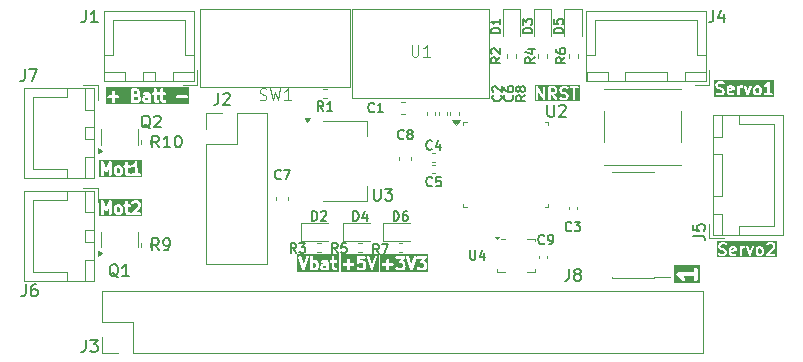
<source format=gbr>
%TF.GenerationSoftware,KiCad,Pcbnew,8.0.1-8.0.1-1~ubuntu22.04.1*%
%TF.CreationDate,2024-04-04T08:17:27+02:00*%
%TF.ProjectId,Ingenuity,496e6765-6e75-4697-9479-2e6b69636164,rev?*%
%TF.SameCoordinates,Original*%
%TF.FileFunction,Legend,Top*%
%TF.FilePolarity,Positive*%
%FSLAX46Y46*%
G04 Gerber Fmt 4.6, Leading zero omitted, Abs format (unit mm)*
G04 Created by KiCad (PCBNEW 8.0.1-8.0.1-1~ubuntu22.04.1) date 2024-04-04 08:17:27*
%MOMM*%
%LPD*%
G01*
G04 APERTURE LIST*
%ADD10C,0.200000*%
%ADD11C,0.250000*%
%ADD12C,0.300000*%
%ADD13C,0.150000*%
%ADD14C,0.100000*%
%ADD15C,0.120000*%
G04 APERTURE END LIST*
D10*
G36*
X206572989Y-67006424D02*
G01*
X206591814Y-67042682D01*
X206317556Y-67098620D01*
X206317345Y-67054721D01*
X206339919Y-67007799D01*
X206383143Y-66985357D01*
X206526473Y-66984046D01*
X206572989Y-67006424D01*
G37*
G36*
X208824310Y-67012786D02*
G01*
X208850087Y-67037448D01*
X208881084Y-67097148D01*
X208882585Y-67335569D01*
X208853717Y-67395576D01*
X208829055Y-67421354D01*
X208769123Y-67452471D01*
X208673277Y-67453605D01*
X208613782Y-67424983D01*
X208588008Y-67400324D01*
X208557010Y-67340620D01*
X208555509Y-67102200D01*
X208584377Y-67042193D01*
X208609039Y-67016416D01*
X208668970Y-66985299D01*
X208764817Y-66984165D01*
X208824310Y-67012786D01*
G37*
G36*
X210144444Y-67763330D02*
G01*
X205055555Y-67763330D01*
X205055555Y-66742695D01*
X205166666Y-66742695D01*
X205168022Y-66823712D01*
X205167451Y-66825426D01*
X205168235Y-66836470D01*
X205168587Y-66857442D01*
X205169962Y-66860762D01*
X205170217Y-66864346D01*
X205177223Y-66882654D01*
X205226563Y-66977683D01*
X205231138Y-66988728D01*
X205234294Y-66992574D01*
X205235285Y-66994482D01*
X205237279Y-66996211D01*
X205243574Y-67003882D01*
X205293676Y-67051815D01*
X205300592Y-67059790D01*
X205304741Y-67062401D01*
X205306346Y-67063937D01*
X205308786Y-67064947D01*
X205317183Y-67070233D01*
X205407454Y-67113661D01*
X205414428Y-67118828D01*
X205429062Y-67124056D01*
X205430729Y-67124858D01*
X205431449Y-67124909D01*
X205432888Y-67125423D01*
X205606431Y-67167171D01*
X205681452Y-67203262D01*
X205707229Y-67227924D01*
X205738454Y-67288063D01*
X205739266Y-67336528D01*
X205710859Y-67395576D01*
X205686197Y-67421354D01*
X205626448Y-67452376D01*
X205430202Y-67453840D01*
X205279173Y-67405385D01*
X205240253Y-67408151D01*
X205205354Y-67425601D01*
X205179789Y-67455077D01*
X205167451Y-67492093D01*
X205170217Y-67531013D01*
X205187667Y-67565912D01*
X205217143Y-67591477D01*
X205235043Y-67599468D01*
X205378127Y-67645374D01*
X205390014Y-67650298D01*
X205395006Y-67650789D01*
X205397015Y-67651434D01*
X205399649Y-67651246D01*
X205409523Y-67652219D01*
X205632478Y-67650556D01*
X205635111Y-67651434D01*
X205649216Y-67650431D01*
X205667127Y-67650298D01*
X205670447Y-67648922D01*
X205674031Y-67648668D01*
X205692339Y-67641662D01*
X205787367Y-67592322D01*
X205798414Y-67587747D01*
X205802260Y-67584589D01*
X205804167Y-67583600D01*
X205805897Y-67581605D01*
X205813567Y-67575310D01*
X205861500Y-67525207D01*
X205869475Y-67518292D01*
X205872086Y-67514142D01*
X205873623Y-67512537D01*
X205874634Y-67510095D01*
X205879918Y-67501701D01*
X205919856Y-67418683D01*
X205921241Y-67417299D01*
X205925693Y-67406549D01*
X205934543Y-67388155D01*
X205934797Y-67384571D01*
X205936173Y-67381251D01*
X205938094Y-67361742D01*
X205936737Y-67280724D01*
X205937309Y-67279011D01*
X205936524Y-67267966D01*
X205936173Y-67246995D01*
X205934797Y-67243674D01*
X205934543Y-67240091D01*
X205927537Y-67221782D01*
X205926087Y-67218990D01*
X206119047Y-67218990D01*
X206119983Y-67223673D01*
X206120800Y-67393947D01*
X206119832Y-67396853D01*
X206120885Y-67411677D01*
X206120968Y-67428870D01*
X206122343Y-67432190D01*
X206122598Y-67435773D01*
X206129604Y-67454082D01*
X206176641Y-67544677D01*
X206179790Y-67554123D01*
X206184164Y-67559167D01*
X206187666Y-67565911D01*
X206197137Y-67574125D01*
X206205354Y-67583600D01*
X206215224Y-67589812D01*
X206217142Y-67591476D01*
X206218682Y-67591989D01*
X206221945Y-67594043D01*
X206304962Y-67633981D01*
X206306347Y-67635366D01*
X206317096Y-67639818D01*
X206335491Y-67648668D01*
X206339074Y-67648922D01*
X206342395Y-67650298D01*
X206361904Y-67652219D01*
X206537411Y-67650613D01*
X206539873Y-67651434D01*
X206553488Y-67650466D01*
X206571889Y-67650298D01*
X206575209Y-67648922D01*
X206578793Y-67648668D01*
X206597101Y-67641662D01*
X206708929Y-67583600D01*
X206734494Y-67554123D01*
X206746832Y-67517107D01*
X206744067Y-67478187D01*
X206726618Y-67443289D01*
X206697141Y-67417724D01*
X206660125Y-67405385D01*
X206621205Y-67408151D01*
X206602896Y-67415157D01*
X206531139Y-67452413D01*
X206387810Y-67453724D01*
X206341295Y-67431346D01*
X206318945Y-67388302D01*
X206318525Y-67300653D01*
X206705503Y-67221726D01*
X206714746Y-67221726D01*
X206723711Y-67218012D01*
X206733602Y-67215995D01*
X206741742Y-67210543D01*
X206750794Y-67206794D01*
X206757795Y-67199792D01*
X206766021Y-67194284D01*
X206771455Y-67186132D01*
X206778384Y-67179204D01*
X206782173Y-67170056D01*
X206787665Y-67161819D01*
X206789566Y-67152208D01*
X206793316Y-67143156D01*
X206795237Y-67123647D01*
X206795235Y-67123550D01*
X206795237Y-67123542D01*
X206795235Y-67123532D01*
X206793880Y-67042629D01*
X206794452Y-67040916D01*
X206793667Y-67029871D01*
X206793316Y-67008900D01*
X206791940Y-67005579D01*
X206791686Y-67001996D01*
X206784680Y-66983687D01*
X206737640Y-66893089D01*
X206735128Y-66885552D01*
X207023809Y-66885552D01*
X207025730Y-67571728D01*
X207040662Y-67607776D01*
X207068252Y-67635366D01*
X207104300Y-67650298D01*
X207143318Y-67650298D01*
X207179366Y-67635366D01*
X207206956Y-67607776D01*
X207221888Y-67571728D01*
X207223809Y-67552219D01*
X207222546Y-67101428D01*
X207251043Y-67042193D01*
X207275705Y-67016416D01*
X207335844Y-66985191D01*
X207429032Y-66983631D01*
X207465080Y-66968699D01*
X207492670Y-66941109D01*
X207507602Y-66905061D01*
X207507602Y-66900167D01*
X207548692Y-66900167D01*
X207553445Y-66919186D01*
X207788491Y-67571870D01*
X207788725Y-67576574D01*
X207794814Y-67589429D01*
X207799910Y-67603579D01*
X207803280Y-67607301D01*
X207805428Y-67611836D01*
X207816279Y-67621659D01*
X207826097Y-67632504D01*
X207830629Y-67634651D01*
X207834354Y-67638023D01*
X207848144Y-67642947D01*
X207861359Y-67649208D01*
X207866369Y-67649457D01*
X207871099Y-67651146D01*
X207885720Y-67650418D01*
X207900329Y-67651145D01*
X207905054Y-67649457D01*
X207910069Y-67649208D01*
X207923295Y-67642942D01*
X207937074Y-67638022D01*
X207940794Y-67634653D01*
X207945331Y-67632505D01*
X207955153Y-67621654D01*
X207966000Y-67611836D01*
X207968147Y-67607301D01*
X207971518Y-67603579D01*
X207979888Y-67585853D01*
X208160452Y-67076028D01*
X208357143Y-67076028D01*
X208358845Y-67346483D01*
X208357928Y-67349235D01*
X208358953Y-67363661D01*
X208359064Y-67381251D01*
X208360439Y-67384571D01*
X208360694Y-67388155D01*
X208367700Y-67406463D01*
X208417037Y-67501487D01*
X208421614Y-67512537D01*
X208424772Y-67516385D01*
X208425762Y-67518291D01*
X208427756Y-67520020D01*
X208434051Y-67527690D01*
X208484151Y-67575623D01*
X208491069Y-67583600D01*
X208495218Y-67586211D01*
X208496823Y-67587747D01*
X208499263Y-67588757D01*
X208507660Y-67594043D01*
X208590677Y-67633981D01*
X208592062Y-67635366D01*
X208602811Y-67639818D01*
X208621206Y-67648668D01*
X208624789Y-67648922D01*
X208628110Y-67650298D01*
X208647619Y-67652219D01*
X208775775Y-67650702D01*
X208777969Y-67651434D01*
X208790751Y-67650525D01*
X208809985Y-67650298D01*
X208813305Y-67648922D01*
X208816889Y-67648668D01*
X208835197Y-67641662D01*
X208930225Y-67592322D01*
X208941272Y-67587747D01*
X208945118Y-67584589D01*
X208947025Y-67583600D01*
X208948755Y-67581605D01*
X208956425Y-67575310D01*
X208959852Y-67571728D01*
X209216207Y-67571728D01*
X209231139Y-67607776D01*
X209258729Y-67635366D01*
X209294777Y-67650298D01*
X209314286Y-67652219D01*
X209952842Y-67650298D01*
X209988890Y-67635366D01*
X210016480Y-67607776D01*
X210031412Y-67571728D01*
X210031412Y-67532710D01*
X210016480Y-67496662D01*
X209988890Y-67469072D01*
X209952842Y-67454140D01*
X209933333Y-67452219D01*
X209553780Y-67453360D01*
X209944043Y-67061280D01*
X209947026Y-67059789D01*
X209957174Y-67048087D01*
X209968861Y-67036347D01*
X209970235Y-67033028D01*
X209972591Y-67030313D01*
X209980582Y-67012413D01*
X210026488Y-66869328D01*
X210031412Y-66857442D01*
X210031903Y-66852449D01*
X210032548Y-66850441D01*
X210032360Y-66847806D01*
X210033333Y-66837933D01*
X210031976Y-66756915D01*
X210032548Y-66755202D01*
X210031763Y-66744157D01*
X210031412Y-66723186D01*
X210030036Y-66719865D01*
X210029782Y-66716282D01*
X210022776Y-66697973D01*
X209973433Y-66602939D01*
X209968861Y-66591899D01*
X209965705Y-66588053D01*
X209964714Y-66586145D01*
X209962716Y-66584412D01*
X209956424Y-66576746D01*
X209906323Y-66528814D01*
X209899406Y-66520838D01*
X209895256Y-66518225D01*
X209893652Y-66516691D01*
X209891212Y-66515680D01*
X209882816Y-66510395D01*
X209799798Y-66470456D01*
X209798414Y-66469072D01*
X209787664Y-66464619D01*
X209769270Y-66455770D01*
X209765686Y-66455515D01*
X209762366Y-66454140D01*
X209742857Y-66452219D01*
X209519901Y-66453881D01*
X209517269Y-66453004D01*
X209503163Y-66454006D01*
X209485253Y-66454140D01*
X209481932Y-66455515D01*
X209478349Y-66455770D01*
X209460040Y-66462776D01*
X209365006Y-66512118D01*
X209353966Y-66516691D01*
X209350120Y-66519846D01*
X209348212Y-66520838D01*
X209346479Y-66522835D01*
X209338813Y-66529128D01*
X209278758Y-66591900D01*
X209263826Y-66627948D01*
X209263826Y-66666966D01*
X209278758Y-66703014D01*
X209306348Y-66730604D01*
X209342396Y-66745536D01*
X209381414Y-66745536D01*
X209417462Y-66730604D01*
X209432616Y-66718168D01*
X209466182Y-66683083D01*
X209525930Y-66652061D01*
X209716793Y-66650637D01*
X209776691Y-66679453D01*
X209802468Y-66704115D01*
X209833693Y-66764254D01*
X209834599Y-66818358D01*
X209800497Y-66924652D01*
X209231139Y-67496662D01*
X209216207Y-67532710D01*
X209216207Y-67571728D01*
X208959852Y-67571728D01*
X209004358Y-67525207D01*
X209012333Y-67518292D01*
X209014944Y-67514142D01*
X209016481Y-67512537D01*
X209017492Y-67510095D01*
X209022776Y-67501701D01*
X209062714Y-67418683D01*
X209064099Y-67417299D01*
X209068551Y-67406549D01*
X209077401Y-67388155D01*
X209077655Y-67384571D01*
X209079031Y-67381251D01*
X209080952Y-67361742D01*
X209079249Y-67091286D01*
X209080167Y-67088535D01*
X209079141Y-67074108D01*
X209079031Y-67056519D01*
X209077655Y-67053198D01*
X209077401Y-67049615D01*
X209070395Y-67031306D01*
X209021052Y-66936272D01*
X209016480Y-66925232D01*
X209013324Y-66921386D01*
X209012333Y-66919478D01*
X209010335Y-66917745D01*
X209004043Y-66910079D01*
X208953942Y-66862147D01*
X208947025Y-66854171D01*
X208942875Y-66851558D01*
X208941271Y-66850024D01*
X208938831Y-66849013D01*
X208930435Y-66843728D01*
X208847417Y-66803789D01*
X208846033Y-66802405D01*
X208835283Y-66797952D01*
X208816889Y-66789103D01*
X208813305Y-66788848D01*
X208809985Y-66787473D01*
X208790476Y-66785552D01*
X208662319Y-66787068D01*
X208660126Y-66786337D01*
X208647343Y-66787245D01*
X208628110Y-66787473D01*
X208624789Y-66788848D01*
X208621206Y-66789103D01*
X208602897Y-66796109D01*
X208507863Y-66845451D01*
X208496823Y-66850024D01*
X208492977Y-66853179D01*
X208491069Y-66854171D01*
X208489336Y-66856168D01*
X208481670Y-66862461D01*
X208433738Y-66912561D01*
X208425762Y-66919479D01*
X208423149Y-66923628D01*
X208421615Y-66925233D01*
X208420604Y-66927672D01*
X208415319Y-66936069D01*
X208375380Y-67019086D01*
X208373996Y-67020471D01*
X208369544Y-67031219D01*
X208360694Y-67049615D01*
X208360439Y-67053198D01*
X208359064Y-67056519D01*
X208357143Y-67076028D01*
X208160452Y-67076028D01*
X208222736Y-66900167D01*
X208220798Y-66861197D01*
X208204095Y-66825935D01*
X208175169Y-66799749D01*
X208138424Y-66786626D01*
X208099454Y-66788563D01*
X208064192Y-66805267D01*
X208038005Y-66834192D01*
X208029635Y-66851919D01*
X207885928Y-67257675D01*
X207733423Y-66834192D01*
X207707236Y-66805266D01*
X207671974Y-66788563D01*
X207633004Y-66786625D01*
X207596259Y-66799748D01*
X207567333Y-66825935D01*
X207550630Y-66861197D01*
X207548692Y-66900167D01*
X207507602Y-66900167D01*
X207507602Y-66866043D01*
X207492670Y-66829995D01*
X207465080Y-66802405D01*
X207429032Y-66787473D01*
X207409523Y-66785552D01*
X207328505Y-66786908D01*
X207326792Y-66786337D01*
X207315747Y-66787121D01*
X207294776Y-66787473D01*
X207291455Y-66788848D01*
X207287872Y-66789103D01*
X207269563Y-66796109D01*
X207206047Y-66829086D01*
X207179366Y-66802405D01*
X207143318Y-66787473D01*
X207104300Y-66787473D01*
X207068252Y-66802405D01*
X207040662Y-66829995D01*
X207025730Y-66866043D01*
X207023809Y-66885552D01*
X206735128Y-66885552D01*
X206734494Y-66883648D01*
X206730121Y-66878605D01*
X206726618Y-66871859D01*
X206717142Y-66863641D01*
X206708929Y-66854171D01*
X206699057Y-66847957D01*
X206697141Y-66846295D01*
X206695602Y-66845781D01*
X206692339Y-66843728D01*
X206609321Y-66803789D01*
X206607937Y-66802405D01*
X206597187Y-66797952D01*
X206578793Y-66789103D01*
X206575209Y-66788848D01*
X206571889Y-66787473D01*
X206552380Y-66785552D01*
X206376872Y-66787157D01*
X206374411Y-66786337D01*
X206360795Y-66787304D01*
X206342395Y-66787473D01*
X206339074Y-66788848D01*
X206335491Y-66789103D01*
X206317182Y-66796109D01*
X206226584Y-66843148D01*
X206217143Y-66846295D01*
X206212100Y-66850667D01*
X206205354Y-66854171D01*
X206197136Y-66863646D01*
X206187666Y-66871860D01*
X206181452Y-66881731D01*
X206179790Y-66883648D01*
X206179276Y-66885186D01*
X206177223Y-66888450D01*
X206137284Y-66971467D01*
X206135900Y-66972852D01*
X206131447Y-66983601D01*
X206122598Y-67001996D01*
X206122343Y-67005579D01*
X206120968Y-67008900D01*
X206119047Y-67028409D01*
X206119939Y-67214478D01*
X206119047Y-67218990D01*
X205926087Y-67218990D01*
X205878194Y-67126748D01*
X205873622Y-67115708D01*
X205870466Y-67111862D01*
X205869475Y-67109954D01*
X205867477Y-67108221D01*
X205861185Y-67100555D01*
X205811084Y-67052623D01*
X205804167Y-67044647D01*
X205800017Y-67042034D01*
X205798413Y-67040500D01*
X205795973Y-67039489D01*
X205787577Y-67034204D01*
X205697305Y-66990775D01*
X205690332Y-66985609D01*
X205675699Y-66980381D01*
X205674031Y-66979579D01*
X205673308Y-66979527D01*
X205671871Y-66979014D01*
X205498328Y-66937265D01*
X205423305Y-66901173D01*
X205397532Y-66876515D01*
X205366305Y-66816372D01*
X205365493Y-66767908D01*
X205393900Y-66708860D01*
X205418562Y-66683083D01*
X205478310Y-66652061D01*
X205674556Y-66650597D01*
X205825586Y-66699053D01*
X205864506Y-66696287D01*
X205899405Y-66678837D01*
X205924970Y-66649361D01*
X205937309Y-66612345D01*
X205934542Y-66573425D01*
X205917093Y-66538526D01*
X205887617Y-66512961D01*
X205869716Y-66504970D01*
X205726636Y-66459065D01*
X205714746Y-66454140D01*
X205709752Y-66453648D01*
X205707744Y-66453004D01*
X205705110Y-66453191D01*
X205695237Y-66452219D01*
X205472281Y-66453881D01*
X205469649Y-66453004D01*
X205455543Y-66454006D01*
X205437633Y-66454140D01*
X205434312Y-66455515D01*
X205430729Y-66455770D01*
X205412420Y-66462776D01*
X205317386Y-66512118D01*
X205306346Y-66516691D01*
X205302500Y-66519846D01*
X205300592Y-66520838D01*
X205298859Y-66522835D01*
X205291193Y-66529128D01*
X205243261Y-66579228D01*
X205235285Y-66586146D01*
X205232672Y-66590295D01*
X205231138Y-66591900D01*
X205230127Y-66594339D01*
X205224842Y-66602736D01*
X205184903Y-66685753D01*
X205183519Y-66687138D01*
X205179066Y-66697887D01*
X205170217Y-66716282D01*
X205169962Y-66719865D01*
X205168587Y-66723186D01*
X205166666Y-66742695D01*
X205055555Y-66742695D01*
X205055555Y-66341108D01*
X210144444Y-66341108D01*
X210144444Y-67763330D01*
G37*
G36*
X206372989Y-53406424D02*
G01*
X206391814Y-53442682D01*
X206117556Y-53498620D01*
X206117345Y-53454721D01*
X206139919Y-53407799D01*
X206183143Y-53385357D01*
X206326473Y-53384046D01*
X206372989Y-53406424D01*
G37*
G36*
X208624310Y-53412786D02*
G01*
X208650087Y-53437448D01*
X208681084Y-53497148D01*
X208682585Y-53735569D01*
X208653717Y-53795576D01*
X208629055Y-53821354D01*
X208569123Y-53852471D01*
X208473277Y-53853605D01*
X208413782Y-53824983D01*
X208388008Y-53800324D01*
X208357010Y-53740620D01*
X208355509Y-53502200D01*
X208384377Y-53442193D01*
X208409039Y-53416416D01*
X208468970Y-53385299D01*
X208564817Y-53384165D01*
X208624310Y-53412786D01*
G37*
G36*
X209942523Y-54163330D02*
G01*
X204855555Y-54163330D01*
X204855555Y-53142695D01*
X204966666Y-53142695D01*
X204968022Y-53223712D01*
X204967451Y-53225426D01*
X204968235Y-53236470D01*
X204968587Y-53257442D01*
X204969962Y-53260762D01*
X204970217Y-53264346D01*
X204977223Y-53282654D01*
X205026563Y-53377683D01*
X205031138Y-53388728D01*
X205034294Y-53392574D01*
X205035285Y-53394482D01*
X205037279Y-53396211D01*
X205043574Y-53403882D01*
X205093676Y-53451815D01*
X205100592Y-53459790D01*
X205104741Y-53462401D01*
X205106346Y-53463937D01*
X205108786Y-53464947D01*
X205117183Y-53470233D01*
X205207454Y-53513661D01*
X205214428Y-53518828D01*
X205229062Y-53524056D01*
X205230729Y-53524858D01*
X205231449Y-53524909D01*
X205232888Y-53525423D01*
X205406431Y-53567171D01*
X205481452Y-53603262D01*
X205507229Y-53627924D01*
X205538454Y-53688063D01*
X205539266Y-53736528D01*
X205510859Y-53795576D01*
X205486197Y-53821354D01*
X205426448Y-53852376D01*
X205230202Y-53853840D01*
X205079173Y-53805385D01*
X205040253Y-53808151D01*
X205005354Y-53825601D01*
X204979789Y-53855077D01*
X204967451Y-53892093D01*
X204970217Y-53931013D01*
X204987667Y-53965912D01*
X205017143Y-53991477D01*
X205035043Y-53999468D01*
X205178127Y-54045374D01*
X205190014Y-54050298D01*
X205195006Y-54050789D01*
X205197015Y-54051434D01*
X205199649Y-54051246D01*
X205209523Y-54052219D01*
X205432478Y-54050556D01*
X205435111Y-54051434D01*
X205449216Y-54050431D01*
X205467127Y-54050298D01*
X205470447Y-54048922D01*
X205474031Y-54048668D01*
X205492339Y-54041662D01*
X205587367Y-53992322D01*
X205598414Y-53987747D01*
X205602260Y-53984589D01*
X205604167Y-53983600D01*
X205605897Y-53981605D01*
X205613567Y-53975310D01*
X205661500Y-53925207D01*
X205669475Y-53918292D01*
X205672086Y-53914142D01*
X205673623Y-53912537D01*
X205674634Y-53910095D01*
X205679918Y-53901701D01*
X205719856Y-53818683D01*
X205721241Y-53817299D01*
X205725693Y-53806549D01*
X205734543Y-53788155D01*
X205734797Y-53784571D01*
X205736173Y-53781251D01*
X205738094Y-53761742D01*
X205736737Y-53680724D01*
X205737309Y-53679011D01*
X205736524Y-53667966D01*
X205736173Y-53646995D01*
X205734797Y-53643674D01*
X205734543Y-53640091D01*
X205727537Y-53621782D01*
X205726087Y-53618990D01*
X205919047Y-53618990D01*
X205919983Y-53623673D01*
X205920800Y-53793947D01*
X205919832Y-53796853D01*
X205920885Y-53811677D01*
X205920968Y-53828870D01*
X205922343Y-53832190D01*
X205922598Y-53835773D01*
X205929604Y-53854082D01*
X205976641Y-53944677D01*
X205979790Y-53954123D01*
X205984164Y-53959167D01*
X205987666Y-53965911D01*
X205997137Y-53974125D01*
X206005354Y-53983600D01*
X206015224Y-53989812D01*
X206017142Y-53991476D01*
X206018682Y-53991989D01*
X206021945Y-53994043D01*
X206104962Y-54033981D01*
X206106347Y-54035366D01*
X206117096Y-54039818D01*
X206135491Y-54048668D01*
X206139074Y-54048922D01*
X206142395Y-54050298D01*
X206161904Y-54052219D01*
X206337411Y-54050613D01*
X206339873Y-54051434D01*
X206353488Y-54050466D01*
X206371889Y-54050298D01*
X206375209Y-54048922D01*
X206378793Y-54048668D01*
X206397101Y-54041662D01*
X206508929Y-53983600D01*
X206534494Y-53954123D01*
X206546832Y-53917107D01*
X206544067Y-53878187D01*
X206526618Y-53843289D01*
X206497141Y-53817724D01*
X206460125Y-53805385D01*
X206421205Y-53808151D01*
X206402896Y-53815157D01*
X206331139Y-53852413D01*
X206187810Y-53853724D01*
X206141295Y-53831346D01*
X206118945Y-53788302D01*
X206118525Y-53700653D01*
X206505503Y-53621726D01*
X206514746Y-53621726D01*
X206523711Y-53618012D01*
X206533602Y-53615995D01*
X206541742Y-53610543D01*
X206550794Y-53606794D01*
X206557795Y-53599792D01*
X206566021Y-53594284D01*
X206571455Y-53586132D01*
X206578384Y-53579204D01*
X206582173Y-53570056D01*
X206587665Y-53561819D01*
X206589566Y-53552208D01*
X206593316Y-53543156D01*
X206595237Y-53523647D01*
X206595235Y-53523550D01*
X206595237Y-53523542D01*
X206595235Y-53523532D01*
X206593880Y-53442629D01*
X206594452Y-53440916D01*
X206593667Y-53429871D01*
X206593316Y-53408900D01*
X206591940Y-53405579D01*
X206591686Y-53401996D01*
X206584680Y-53383687D01*
X206537640Y-53293089D01*
X206535128Y-53285552D01*
X206823809Y-53285552D01*
X206825730Y-53971728D01*
X206840662Y-54007776D01*
X206868252Y-54035366D01*
X206904300Y-54050298D01*
X206943318Y-54050298D01*
X206979366Y-54035366D01*
X207006956Y-54007776D01*
X207021888Y-53971728D01*
X207023809Y-53952219D01*
X207022546Y-53501428D01*
X207051043Y-53442193D01*
X207075705Y-53416416D01*
X207135844Y-53385191D01*
X207229032Y-53383631D01*
X207265080Y-53368699D01*
X207292670Y-53341109D01*
X207307602Y-53305061D01*
X207307602Y-53300167D01*
X207348692Y-53300167D01*
X207353445Y-53319186D01*
X207588491Y-53971870D01*
X207588725Y-53976574D01*
X207594814Y-53989429D01*
X207599910Y-54003579D01*
X207603280Y-54007301D01*
X207605428Y-54011836D01*
X207616279Y-54021659D01*
X207626097Y-54032504D01*
X207630629Y-54034651D01*
X207634354Y-54038023D01*
X207648144Y-54042947D01*
X207661359Y-54049208D01*
X207666369Y-54049457D01*
X207671099Y-54051146D01*
X207685720Y-54050418D01*
X207700329Y-54051145D01*
X207705054Y-54049457D01*
X207710069Y-54049208D01*
X207723295Y-54042942D01*
X207737074Y-54038022D01*
X207740794Y-54034653D01*
X207745331Y-54032505D01*
X207755153Y-54021654D01*
X207766000Y-54011836D01*
X207768147Y-54007301D01*
X207771518Y-54003579D01*
X207779888Y-53985853D01*
X207960452Y-53476028D01*
X208157143Y-53476028D01*
X208158845Y-53746483D01*
X208157928Y-53749235D01*
X208158953Y-53763661D01*
X208159064Y-53781251D01*
X208160439Y-53784571D01*
X208160694Y-53788155D01*
X208167700Y-53806463D01*
X208217037Y-53901487D01*
X208221614Y-53912537D01*
X208224772Y-53916385D01*
X208225762Y-53918291D01*
X208227756Y-53920020D01*
X208234051Y-53927690D01*
X208284151Y-53975623D01*
X208291069Y-53983600D01*
X208295218Y-53986211D01*
X208296823Y-53987747D01*
X208299263Y-53988757D01*
X208307660Y-53994043D01*
X208390677Y-54033981D01*
X208392062Y-54035366D01*
X208402811Y-54039818D01*
X208421206Y-54048668D01*
X208424789Y-54048922D01*
X208428110Y-54050298D01*
X208447619Y-54052219D01*
X208575775Y-54050702D01*
X208577969Y-54051434D01*
X208590751Y-54050525D01*
X208609985Y-54050298D01*
X208613305Y-54048922D01*
X208616889Y-54048668D01*
X208635197Y-54041662D01*
X208730225Y-53992322D01*
X208741272Y-53987747D01*
X208745118Y-53984589D01*
X208747025Y-53983600D01*
X208748755Y-53981605D01*
X208756425Y-53975310D01*
X208804358Y-53925207D01*
X208812333Y-53918292D01*
X208814944Y-53914142D01*
X208816481Y-53912537D01*
X208817492Y-53910095D01*
X208822776Y-53901701D01*
X208862714Y-53818683D01*
X208864099Y-53817299D01*
X208868551Y-53806549D01*
X208877401Y-53788155D01*
X208877655Y-53784571D01*
X208879031Y-53781251D01*
X208880952Y-53761742D01*
X208879249Y-53491286D01*
X208880167Y-53488535D01*
X208879141Y-53474108D01*
X208879031Y-53456519D01*
X208877655Y-53453198D01*
X208877401Y-53449615D01*
X208870395Y-53431306D01*
X208821052Y-53336272D01*
X208816480Y-53325232D01*
X208813324Y-53321386D01*
X208812333Y-53319478D01*
X208810335Y-53317745D01*
X208804043Y-53310079D01*
X208753942Y-53262147D01*
X208747025Y-53254171D01*
X208742875Y-53251558D01*
X208741271Y-53250024D01*
X208738831Y-53249013D01*
X208730435Y-53243728D01*
X208692392Y-53225426D01*
X209062690Y-53225426D01*
X209065456Y-53264346D01*
X209082905Y-53299245D01*
X209112382Y-53324809D01*
X209149398Y-53337148D01*
X209188318Y-53334382D01*
X209206626Y-53327376D01*
X209301655Y-53278035D01*
X209312700Y-53273461D01*
X209316546Y-53270304D01*
X209318454Y-53269314D01*
X209320183Y-53267319D01*
X209327854Y-53261025D01*
X209348161Y-53240204D01*
X209349317Y-53853467D01*
X209142396Y-53854140D01*
X209106348Y-53869072D01*
X209078758Y-53896662D01*
X209063826Y-53932710D01*
X209063826Y-53971728D01*
X209078758Y-54007776D01*
X209106348Y-54035366D01*
X209142396Y-54050298D01*
X209161905Y-54052219D01*
X209752842Y-54050298D01*
X209788890Y-54035366D01*
X209816480Y-54007776D01*
X209831412Y-53971728D01*
X209831412Y-53932710D01*
X209816480Y-53896662D01*
X209788890Y-53869072D01*
X209752842Y-53854140D01*
X209733333Y-53852219D01*
X209547431Y-53852823D01*
X209545752Y-52961550D01*
X209547619Y-52952114D01*
X209545716Y-52942602D01*
X209545698Y-52932710D01*
X209541908Y-52923561D01*
X209539967Y-52913854D01*
X209534515Y-52905713D01*
X209530766Y-52896662D01*
X209523766Y-52889662D01*
X209518256Y-52881434D01*
X209510101Y-52875997D01*
X209503176Y-52869072D01*
X209494032Y-52865284D01*
X209485791Y-52859790D01*
X209476177Y-52857888D01*
X209467128Y-52854140D01*
X209457227Y-52854140D01*
X209447515Y-52852219D01*
X209437910Y-52854140D01*
X209428110Y-52854140D01*
X209418961Y-52857929D01*
X209409254Y-52859871D01*
X209401113Y-52865322D01*
X209392062Y-52869072D01*
X209385062Y-52876071D01*
X209376834Y-52881582D01*
X209364545Y-52896588D01*
X209364472Y-52896662D01*
X209364458Y-52896694D01*
X209364414Y-52896749D01*
X209280180Y-53025892D01*
X209201534Y-53106523D01*
X209100593Y-53158933D01*
X209075029Y-53188410D01*
X209062690Y-53225426D01*
X208692392Y-53225426D01*
X208647417Y-53203789D01*
X208646033Y-53202405D01*
X208635283Y-53197952D01*
X208616889Y-53189103D01*
X208613305Y-53188848D01*
X208609985Y-53187473D01*
X208590476Y-53185552D01*
X208462319Y-53187068D01*
X208460126Y-53186337D01*
X208447343Y-53187245D01*
X208428110Y-53187473D01*
X208424789Y-53188848D01*
X208421206Y-53189103D01*
X208402897Y-53196109D01*
X208307863Y-53245451D01*
X208296823Y-53250024D01*
X208292977Y-53253179D01*
X208291069Y-53254171D01*
X208289336Y-53256168D01*
X208281670Y-53262461D01*
X208233738Y-53312561D01*
X208225762Y-53319479D01*
X208223149Y-53323628D01*
X208221615Y-53325233D01*
X208220604Y-53327672D01*
X208215319Y-53336069D01*
X208175380Y-53419086D01*
X208173996Y-53420471D01*
X208169544Y-53431219D01*
X208160694Y-53449615D01*
X208160439Y-53453198D01*
X208159064Y-53456519D01*
X208157143Y-53476028D01*
X207960452Y-53476028D01*
X208022736Y-53300167D01*
X208020798Y-53261197D01*
X208004095Y-53225935D01*
X207975169Y-53199749D01*
X207938424Y-53186626D01*
X207899454Y-53188563D01*
X207864192Y-53205267D01*
X207838005Y-53234192D01*
X207829635Y-53251919D01*
X207685928Y-53657675D01*
X207533423Y-53234192D01*
X207507236Y-53205266D01*
X207471974Y-53188563D01*
X207433004Y-53186625D01*
X207396259Y-53199748D01*
X207367333Y-53225935D01*
X207350630Y-53261197D01*
X207348692Y-53300167D01*
X207307602Y-53300167D01*
X207307602Y-53266043D01*
X207292670Y-53229995D01*
X207265080Y-53202405D01*
X207229032Y-53187473D01*
X207209523Y-53185552D01*
X207128505Y-53186908D01*
X207126792Y-53186337D01*
X207115747Y-53187121D01*
X207094776Y-53187473D01*
X207091455Y-53188848D01*
X207087872Y-53189103D01*
X207069563Y-53196109D01*
X207006047Y-53229086D01*
X206979366Y-53202405D01*
X206943318Y-53187473D01*
X206904300Y-53187473D01*
X206868252Y-53202405D01*
X206840662Y-53229995D01*
X206825730Y-53266043D01*
X206823809Y-53285552D01*
X206535128Y-53285552D01*
X206534494Y-53283648D01*
X206530121Y-53278605D01*
X206526618Y-53271859D01*
X206517142Y-53263641D01*
X206508929Y-53254171D01*
X206499057Y-53247957D01*
X206497141Y-53246295D01*
X206495602Y-53245781D01*
X206492339Y-53243728D01*
X206409321Y-53203789D01*
X206407937Y-53202405D01*
X206397187Y-53197952D01*
X206378793Y-53189103D01*
X206375209Y-53188848D01*
X206371889Y-53187473D01*
X206352380Y-53185552D01*
X206176872Y-53187157D01*
X206174411Y-53186337D01*
X206160795Y-53187304D01*
X206142395Y-53187473D01*
X206139074Y-53188848D01*
X206135491Y-53189103D01*
X206117182Y-53196109D01*
X206026584Y-53243148D01*
X206017143Y-53246295D01*
X206012100Y-53250667D01*
X206005354Y-53254171D01*
X205997136Y-53263646D01*
X205987666Y-53271860D01*
X205981452Y-53281731D01*
X205979790Y-53283648D01*
X205979276Y-53285186D01*
X205977223Y-53288450D01*
X205937284Y-53371467D01*
X205935900Y-53372852D01*
X205931447Y-53383601D01*
X205922598Y-53401996D01*
X205922343Y-53405579D01*
X205920968Y-53408900D01*
X205919047Y-53428409D01*
X205919939Y-53614478D01*
X205919047Y-53618990D01*
X205726087Y-53618990D01*
X205678194Y-53526748D01*
X205673622Y-53515708D01*
X205670466Y-53511862D01*
X205669475Y-53509954D01*
X205667477Y-53508221D01*
X205661185Y-53500555D01*
X205611084Y-53452623D01*
X205604167Y-53444647D01*
X205600017Y-53442034D01*
X205598413Y-53440500D01*
X205595973Y-53439489D01*
X205587577Y-53434204D01*
X205497305Y-53390775D01*
X205490332Y-53385609D01*
X205475699Y-53380381D01*
X205474031Y-53379579D01*
X205473308Y-53379527D01*
X205471871Y-53379014D01*
X205298328Y-53337265D01*
X205223305Y-53301173D01*
X205197532Y-53276515D01*
X205166305Y-53216372D01*
X205165493Y-53167908D01*
X205193900Y-53108860D01*
X205218562Y-53083083D01*
X205278310Y-53052061D01*
X205474556Y-53050597D01*
X205625586Y-53099053D01*
X205664506Y-53096287D01*
X205699405Y-53078837D01*
X205724970Y-53049361D01*
X205737309Y-53012345D01*
X205734542Y-52973425D01*
X205717093Y-52938526D01*
X205687617Y-52912961D01*
X205669716Y-52904970D01*
X205526636Y-52859065D01*
X205514746Y-52854140D01*
X205509752Y-52853648D01*
X205507744Y-52853004D01*
X205505110Y-52853191D01*
X205495237Y-52852219D01*
X205272281Y-52853881D01*
X205269649Y-52853004D01*
X205255543Y-52854006D01*
X205237633Y-52854140D01*
X205234312Y-52855515D01*
X205230729Y-52855770D01*
X205212420Y-52862776D01*
X205117386Y-52912118D01*
X205106346Y-52916691D01*
X205102500Y-52919846D01*
X205100592Y-52920838D01*
X205098859Y-52922835D01*
X205091193Y-52929128D01*
X205043261Y-52979228D01*
X205035285Y-52986146D01*
X205032672Y-52990295D01*
X205031138Y-52991900D01*
X205030127Y-52994339D01*
X205024842Y-53002736D01*
X204984903Y-53085753D01*
X204983519Y-53087138D01*
X204979066Y-53097887D01*
X204970217Y-53116282D01*
X204969962Y-53119865D01*
X204968587Y-53123186D01*
X204966666Y-53142695D01*
X204855555Y-53142695D01*
X204855555Y-52741108D01*
X209942523Y-52741108D01*
X209942523Y-54163330D01*
G37*
G36*
X191319548Y-53479453D02*
G01*
X191345325Y-53504115D01*
X191376442Y-53564046D01*
X191377576Y-53659893D01*
X191348954Y-53719388D01*
X191324296Y-53745161D01*
X191264653Y-53776129D01*
X191144399Y-53776705D01*
X191140689Y-53776051D01*
X191137585Y-53776738D01*
X191003678Y-53777380D01*
X191003065Y-53451747D01*
X191259401Y-53450517D01*
X191319548Y-53479453D01*
G37*
G36*
X193494904Y-54563330D02*
G01*
X189646032Y-54563330D01*
X189646032Y-53352219D01*
X189757143Y-53352219D01*
X189759064Y-54371728D01*
X189773996Y-54407776D01*
X189801586Y-54435366D01*
X189837634Y-54450298D01*
X189876652Y-54450298D01*
X189912700Y-54435366D01*
X189940290Y-54407776D01*
X189955222Y-54371728D01*
X189957143Y-54352219D01*
X189955962Y-53725475D01*
X190340460Y-54395793D01*
X190345424Y-54407776D01*
X190349903Y-54412255D01*
X190353094Y-54417818D01*
X190363610Y-54425962D01*
X190373014Y-54435366D01*
X190378901Y-54437804D01*
X190383943Y-54441709D01*
X190396775Y-54445208D01*
X190409062Y-54450298D01*
X190415438Y-54450298D01*
X190421587Y-54451975D01*
X190434780Y-54450298D01*
X190448080Y-54450298D01*
X190453968Y-54447858D01*
X190460293Y-54447055D01*
X190471842Y-54440454D01*
X190484128Y-54435366D01*
X190488635Y-54430858D01*
X190494170Y-54427696D01*
X190502314Y-54417179D01*
X190511718Y-54407776D01*
X190514156Y-54401888D01*
X190518061Y-54396847D01*
X190521560Y-54384014D01*
X190526650Y-54371728D01*
X190527632Y-54361750D01*
X190528327Y-54359204D01*
X190528076Y-54357236D01*
X190528571Y-54352219D01*
X190526687Y-53352219D01*
X190804762Y-53352219D01*
X190806683Y-54371728D01*
X190821615Y-54407776D01*
X190849205Y-54435366D01*
X190885253Y-54450298D01*
X190924271Y-54450298D01*
X190960319Y-54435366D01*
X190987909Y-54407776D01*
X191002841Y-54371728D01*
X191004762Y-54352219D01*
X191004052Y-53975551D01*
X191090367Y-53975137D01*
X191407028Y-54424446D01*
X191439933Y-54445415D01*
X191478358Y-54452196D01*
X191516452Y-54443756D01*
X191548417Y-54421381D01*
X191569386Y-54388476D01*
X191576167Y-54350052D01*
X191567727Y-54311957D01*
X191558113Y-54294873D01*
X191326910Y-53966819D01*
X191330435Y-53965471D01*
X191425464Y-53916130D01*
X191436509Y-53911556D01*
X191440355Y-53908399D01*
X191442263Y-53907409D01*
X191443992Y-53905414D01*
X191451663Y-53899120D01*
X191499596Y-53849017D01*
X191507571Y-53842102D01*
X191510182Y-53837952D01*
X191511718Y-53836348D01*
X191512728Y-53833907D01*
X191518014Y-53825511D01*
X191557952Y-53742493D01*
X191559337Y-53741109D01*
X191563789Y-53730359D01*
X191572639Y-53711965D01*
X191572893Y-53708381D01*
X191574269Y-53705061D01*
X191576190Y-53685552D01*
X191574673Y-53557395D01*
X191575405Y-53555202D01*
X191574516Y-53542695D01*
X191757143Y-53542695D01*
X191758499Y-53623712D01*
X191757928Y-53625426D01*
X191758712Y-53636470D01*
X191759064Y-53657442D01*
X191760439Y-53660762D01*
X191760694Y-53664346D01*
X191767700Y-53682654D01*
X191817040Y-53777683D01*
X191821615Y-53788728D01*
X191824771Y-53792574D01*
X191825762Y-53794482D01*
X191827756Y-53796211D01*
X191834051Y-53803882D01*
X191884153Y-53851815D01*
X191891069Y-53859790D01*
X191895218Y-53862401D01*
X191896823Y-53863937D01*
X191899263Y-53864947D01*
X191907660Y-53870233D01*
X191997931Y-53913661D01*
X192004905Y-53918828D01*
X192019539Y-53924056D01*
X192021206Y-53924858D01*
X192021926Y-53924909D01*
X192023365Y-53925423D01*
X192196908Y-53967171D01*
X192271929Y-54003262D01*
X192297706Y-54027924D01*
X192328931Y-54088063D01*
X192329743Y-54136528D01*
X192301336Y-54195576D01*
X192276674Y-54221354D01*
X192216925Y-54252376D01*
X192020679Y-54253840D01*
X191869650Y-54205385D01*
X191830730Y-54208151D01*
X191795831Y-54225601D01*
X191770266Y-54255077D01*
X191757928Y-54292093D01*
X191760694Y-54331013D01*
X191778144Y-54365912D01*
X191807620Y-54391477D01*
X191825520Y-54399468D01*
X191968604Y-54445374D01*
X191980491Y-54450298D01*
X191985483Y-54450789D01*
X191987492Y-54451434D01*
X191990126Y-54451246D01*
X192000000Y-54452219D01*
X192222955Y-54450556D01*
X192225588Y-54451434D01*
X192239693Y-54450431D01*
X192257604Y-54450298D01*
X192260924Y-54448922D01*
X192264508Y-54448668D01*
X192282816Y-54441662D01*
X192377844Y-54392322D01*
X192388891Y-54387747D01*
X192392737Y-54384589D01*
X192394644Y-54383600D01*
X192396374Y-54381605D01*
X192404044Y-54375310D01*
X192451977Y-54325207D01*
X192459952Y-54318292D01*
X192462563Y-54314142D01*
X192464100Y-54312537D01*
X192465111Y-54310095D01*
X192470395Y-54301701D01*
X192510333Y-54218683D01*
X192511718Y-54217299D01*
X192516170Y-54206549D01*
X192525020Y-54188155D01*
X192525274Y-54184571D01*
X192526650Y-54181251D01*
X192528571Y-54161742D01*
X192527214Y-54080724D01*
X192527786Y-54079011D01*
X192527001Y-54067966D01*
X192526650Y-54046995D01*
X192525274Y-54043674D01*
X192525020Y-54040091D01*
X192518014Y-54021782D01*
X192468671Y-53926748D01*
X192464099Y-53915708D01*
X192460943Y-53911862D01*
X192459952Y-53909954D01*
X192457954Y-53908221D01*
X192451662Y-53900555D01*
X192401561Y-53852623D01*
X192394644Y-53844647D01*
X192390494Y-53842034D01*
X192388890Y-53840500D01*
X192386450Y-53839489D01*
X192378054Y-53834204D01*
X192287782Y-53790775D01*
X192280809Y-53785609D01*
X192266176Y-53780381D01*
X192264508Y-53779579D01*
X192263785Y-53779527D01*
X192262348Y-53779014D01*
X192088805Y-53737265D01*
X192013782Y-53701173D01*
X191988009Y-53676515D01*
X191956782Y-53616372D01*
X191955970Y-53567908D01*
X191984377Y-53508860D01*
X192009039Y-53483083D01*
X192068787Y-53452061D01*
X192265033Y-53450597D01*
X192416063Y-53499053D01*
X192454983Y-53496287D01*
X192489882Y-53478837D01*
X192515447Y-53449361D01*
X192527786Y-53412345D01*
X192525019Y-53373425D01*
X192524171Y-53371728D01*
X192616207Y-53371728D01*
X192631139Y-53407776D01*
X192658729Y-53435366D01*
X192694777Y-53450298D01*
X192714286Y-53452219D01*
X192900187Y-53451614D01*
X192901921Y-54371728D01*
X192916853Y-54407776D01*
X192944443Y-54435366D01*
X192980491Y-54450298D01*
X193019509Y-54450298D01*
X193055557Y-54435366D01*
X193083147Y-54407776D01*
X193098079Y-54371728D01*
X193100000Y-54352219D01*
X193098301Y-53450970D01*
X193305223Y-53450298D01*
X193341271Y-53435366D01*
X193368861Y-53407776D01*
X193383793Y-53371728D01*
X193383793Y-53332710D01*
X193368861Y-53296662D01*
X193341271Y-53269072D01*
X193305223Y-53254140D01*
X193285714Y-53252219D01*
X192694777Y-53254140D01*
X192658729Y-53269072D01*
X192631139Y-53296662D01*
X192616207Y-53332710D01*
X192616207Y-53371728D01*
X192524171Y-53371728D01*
X192507570Y-53338526D01*
X192478094Y-53312961D01*
X192460193Y-53304970D01*
X192317113Y-53259065D01*
X192305223Y-53254140D01*
X192300229Y-53253648D01*
X192298221Y-53253004D01*
X192295587Y-53253191D01*
X192285714Y-53252219D01*
X192062758Y-53253881D01*
X192060126Y-53253004D01*
X192046020Y-53254006D01*
X192028110Y-53254140D01*
X192024789Y-53255515D01*
X192021206Y-53255770D01*
X192002897Y-53262776D01*
X191907863Y-53312118D01*
X191896823Y-53316691D01*
X191892977Y-53319846D01*
X191891069Y-53320838D01*
X191889336Y-53322835D01*
X191881670Y-53329128D01*
X191833738Y-53379228D01*
X191825762Y-53386146D01*
X191823149Y-53390295D01*
X191821615Y-53391900D01*
X191820604Y-53394339D01*
X191815319Y-53402736D01*
X191775380Y-53485753D01*
X191773996Y-53487138D01*
X191769543Y-53497887D01*
X191760694Y-53516282D01*
X191760439Y-53519865D01*
X191759064Y-53523186D01*
X191757143Y-53542695D01*
X191574516Y-53542695D01*
X191574496Y-53542419D01*
X191574269Y-53523186D01*
X191572893Y-53519865D01*
X191572639Y-53516282D01*
X191565633Y-53497973D01*
X191516290Y-53402939D01*
X191511718Y-53391899D01*
X191508562Y-53388053D01*
X191507571Y-53386145D01*
X191505573Y-53384412D01*
X191499281Y-53376746D01*
X191449180Y-53328814D01*
X191442263Y-53320838D01*
X191438113Y-53318225D01*
X191436509Y-53316691D01*
X191434069Y-53315680D01*
X191425673Y-53310395D01*
X191342655Y-53270456D01*
X191341271Y-53269072D01*
X191330521Y-53264619D01*
X191312127Y-53255770D01*
X191308543Y-53255515D01*
X191305223Y-53254140D01*
X191285714Y-53252219D01*
X190885253Y-53254140D01*
X190849205Y-53269072D01*
X190821615Y-53296662D01*
X190806683Y-53332710D01*
X190804762Y-53352219D01*
X190526687Y-53352219D01*
X190526650Y-53332710D01*
X190511718Y-53296662D01*
X190484128Y-53269072D01*
X190448080Y-53254140D01*
X190409062Y-53254140D01*
X190373014Y-53269072D01*
X190345424Y-53296662D01*
X190330492Y-53332710D01*
X190328571Y-53352219D01*
X190329751Y-53978962D01*
X189945253Y-53308644D01*
X189940290Y-53296662D01*
X189935810Y-53292182D01*
X189932620Y-53286620D01*
X189922105Y-53278477D01*
X189912700Y-53269072D01*
X189906809Y-53266632D01*
X189901771Y-53262730D01*
X189888942Y-53259231D01*
X189876652Y-53254140D01*
X189870277Y-53254140D01*
X189864128Y-53252463D01*
X189850935Y-53254140D01*
X189837634Y-53254140D01*
X189831745Y-53256579D01*
X189825421Y-53257383D01*
X189813871Y-53263983D01*
X189801586Y-53269072D01*
X189797078Y-53273579D01*
X189791544Y-53276742D01*
X189783401Y-53287256D01*
X189773996Y-53296662D01*
X189771556Y-53302552D01*
X189767654Y-53307591D01*
X189764155Y-53320419D01*
X189759064Y-53332710D01*
X189758081Y-53342687D01*
X189757387Y-53345234D01*
X189757637Y-53347201D01*
X189757143Y-53352219D01*
X189646032Y-53352219D01*
X189646032Y-53141108D01*
X193494904Y-53141108D01*
X193494904Y-54563330D01*
G37*
D11*
G36*
X156021876Y-54180595D02*
G01*
X156034432Y-54192511D01*
X156061103Y-54243492D01*
X156062310Y-54327542D01*
X156038146Y-54378173D01*
X156019010Y-54398338D01*
X155968473Y-54424777D01*
X155738995Y-54426137D01*
X155738347Y-54149975D01*
X155921763Y-54148744D01*
X156021876Y-54180595D01*
G37*
G36*
X155966648Y-53697184D02*
G01*
X155986813Y-53716321D01*
X156013646Y-53767611D01*
X156014384Y-53804376D01*
X155990528Y-53854362D01*
X155971391Y-53874528D01*
X155920813Y-53900988D01*
X155737766Y-53902218D01*
X155737231Y-53673793D01*
X155915134Y-53672598D01*
X155966648Y-53697184D01*
G37*
G36*
X156919604Y-54424875D02*
G01*
X156741722Y-54426503D01*
X156707223Y-54410038D01*
X156691113Y-54379242D01*
X156690375Y-54342478D01*
X156706247Y-54309222D01*
X156736454Y-54293419D01*
X156919021Y-54291748D01*
X156919604Y-54424875D01*
G37*
G36*
X160433313Y-54799619D02*
G01*
X153366687Y-54799619D01*
X153366687Y-54193052D01*
X153491687Y-54193052D01*
X153510351Y-54238112D01*
X153544839Y-54272600D01*
X153589899Y-54291264D01*
X153614285Y-54293666D01*
X153871780Y-54292879D01*
X153872639Y-54574005D01*
X153891303Y-54619065D01*
X153925791Y-54653553D01*
X153970851Y-54672217D01*
X154019623Y-54672217D01*
X154064683Y-54653553D01*
X154099171Y-54619065D01*
X154117835Y-54574005D01*
X154120237Y-54549619D01*
X154119450Y-54292122D01*
X154400576Y-54291264D01*
X154445636Y-54272600D01*
X154480124Y-54238112D01*
X154498788Y-54193052D01*
X154498788Y-54144280D01*
X154480124Y-54099220D01*
X154445636Y-54064732D01*
X154400576Y-54046068D01*
X154376190Y-54043666D01*
X154118693Y-54044452D01*
X154117835Y-53763328D01*
X154099171Y-53718268D01*
X154064683Y-53683780D01*
X154019623Y-53665116D01*
X153970851Y-53665116D01*
X153925791Y-53683780D01*
X153891303Y-53718268D01*
X153872639Y-53763328D01*
X153870237Y-53787714D01*
X153871023Y-54045209D01*
X153589899Y-54046068D01*
X153544839Y-54064732D01*
X153510351Y-54099220D01*
X153491687Y-54144280D01*
X153491687Y-54193052D01*
X153366687Y-54193052D01*
X153366687Y-53549619D01*
X155489285Y-53549619D01*
X155491687Y-54574005D01*
X155510351Y-54619065D01*
X155544839Y-54653553D01*
X155589899Y-54672217D01*
X155614285Y-54674619D01*
X155976113Y-54672474D01*
X155979603Y-54673638D01*
X155997773Y-54672346D01*
X156019623Y-54672217D01*
X156023771Y-54670498D01*
X156028253Y-54670180D01*
X156051139Y-54661422D01*
X156146871Y-54611338D01*
X156159922Y-54605933D01*
X156164699Y-54602012D01*
X156167114Y-54600749D01*
X156169276Y-54598255D01*
X156178864Y-54590387D01*
X156227565Y-54539065D01*
X156236843Y-54531019D01*
X156240078Y-54525879D01*
X156242028Y-54523825D01*
X156243290Y-54520776D01*
X156249897Y-54510282D01*
X156288193Y-54430041D01*
X156289647Y-54428588D01*
X156294638Y-54416538D01*
X156306274Y-54392158D01*
X156306592Y-54387677D01*
X156308311Y-54383528D01*
X156310713Y-54359142D01*
X156310029Y-54311523D01*
X156441666Y-54311523D01*
X156443229Y-54389380D01*
X156442647Y-54391127D01*
X156443507Y-54403232D01*
X156444068Y-54431147D01*
X156445786Y-54435296D01*
X156446105Y-54439776D01*
X156454862Y-54462662D01*
X156501937Y-54552645D01*
X156505690Y-54563904D01*
X156511075Y-54570113D01*
X156515535Y-54578638D01*
X156527377Y-54588909D01*
X156537646Y-54600749D01*
X156549979Y-54608513D01*
X156552380Y-54610595D01*
X156554307Y-54611237D01*
X156558383Y-54613803D01*
X156638623Y-54652099D01*
X156640077Y-54653553D01*
X156652126Y-54658544D01*
X156676507Y-54670180D01*
X156680987Y-54670498D01*
X156685137Y-54672217D01*
X156709523Y-54674619D01*
X156928904Y-54672611D01*
X156931984Y-54673638D01*
X156949016Y-54672427D01*
X156972004Y-54672217D01*
X156976152Y-54670498D01*
X156980634Y-54670180D01*
X156997744Y-54663632D01*
X157018470Y-54672217D01*
X157067242Y-54672217D01*
X157112302Y-54653553D01*
X157146790Y-54619065D01*
X157165454Y-54574005D01*
X157167856Y-54549619D01*
X157166057Y-54139130D01*
X157166874Y-54136681D01*
X157165992Y-54124276D01*
X157165645Y-54045127D01*
X157166874Y-54041442D01*
X157165547Y-54022775D01*
X157165454Y-54001423D01*
X157163735Y-53997273D01*
X157163417Y-53992793D01*
X157154659Y-53969907D01*
X157121925Y-53907338D01*
X157253592Y-53907338D01*
X157272256Y-53952398D01*
X157306744Y-53986886D01*
X157351804Y-54005550D01*
X157376190Y-54007952D01*
X157395295Y-54007838D01*
X157396329Y-54387223D01*
X157395028Y-54391127D01*
X157396392Y-54410320D01*
X157396449Y-54431147D01*
X157398167Y-54435296D01*
X157398486Y-54439776D01*
X157407243Y-54462662D01*
X157454318Y-54552645D01*
X157458071Y-54563904D01*
X157463456Y-54570113D01*
X157467916Y-54578638D01*
X157479758Y-54588909D01*
X157490027Y-54600749D01*
X157502360Y-54608513D01*
X157504761Y-54610595D01*
X157506688Y-54611237D01*
X157510764Y-54613803D01*
X157591004Y-54652099D01*
X157592458Y-54653553D01*
X157604507Y-54658544D01*
X157628888Y-54670180D01*
X157633368Y-54670498D01*
X157637518Y-54672217D01*
X157661904Y-54674619D01*
X157781528Y-54672217D01*
X157826588Y-54653553D01*
X157861076Y-54619065D01*
X157879740Y-54574005D01*
X157879740Y-54525233D01*
X157861076Y-54480173D01*
X157826588Y-54445685D01*
X157781528Y-54427021D01*
X157757142Y-54424619D01*
X157692860Y-54425909D01*
X157659604Y-54410038D01*
X157643974Y-54380160D01*
X157642956Y-54006371D01*
X157781528Y-54005550D01*
X157826588Y-53986886D01*
X157852380Y-53961093D01*
X157878173Y-53986886D01*
X157923233Y-54005550D01*
X157947619Y-54007952D01*
X157966724Y-54007838D01*
X157967758Y-54387223D01*
X157966457Y-54391127D01*
X157967821Y-54410320D01*
X157967878Y-54431147D01*
X157969596Y-54435296D01*
X157969915Y-54439776D01*
X157978672Y-54462662D01*
X158025747Y-54552645D01*
X158029500Y-54563904D01*
X158034885Y-54570113D01*
X158039345Y-54578638D01*
X158051187Y-54588909D01*
X158061456Y-54600749D01*
X158073789Y-54608513D01*
X158076190Y-54610595D01*
X158078117Y-54611237D01*
X158082193Y-54613803D01*
X158162433Y-54652099D01*
X158163887Y-54653553D01*
X158175936Y-54658544D01*
X158200317Y-54670180D01*
X158204797Y-54670498D01*
X158208947Y-54672217D01*
X158233333Y-54674619D01*
X158352957Y-54672217D01*
X158398017Y-54653553D01*
X158432505Y-54619065D01*
X158451169Y-54574005D01*
X158451169Y-54525233D01*
X158432505Y-54480173D01*
X158398017Y-54445685D01*
X158352957Y-54427021D01*
X158328571Y-54424619D01*
X158264289Y-54425909D01*
X158231033Y-54410038D01*
X158215403Y-54380160D01*
X158214893Y-54193052D01*
X159301212Y-54193052D01*
X159319876Y-54238112D01*
X159354364Y-54272600D01*
X159399424Y-54291264D01*
X159423810Y-54293666D01*
X160210101Y-54291264D01*
X160255161Y-54272600D01*
X160289649Y-54238112D01*
X160308313Y-54193052D01*
X160308313Y-54144280D01*
X160289649Y-54099220D01*
X160255161Y-54064732D01*
X160210101Y-54046068D01*
X160185715Y-54043666D01*
X159399424Y-54046068D01*
X159354364Y-54064732D01*
X159319876Y-54099220D01*
X159301212Y-54144280D01*
X159301212Y-54193052D01*
X158214893Y-54193052D01*
X158214385Y-54006371D01*
X158352957Y-54005550D01*
X158398017Y-53986886D01*
X158432505Y-53952398D01*
X158451169Y-53907338D01*
X158451169Y-53858566D01*
X158432505Y-53813506D01*
X158398017Y-53779018D01*
X158352957Y-53760354D01*
X158328571Y-53757952D01*
X158213709Y-53758632D01*
X158213074Y-53525233D01*
X158194410Y-53480173D01*
X158159922Y-53445685D01*
X158114862Y-53427021D01*
X158066090Y-53427021D01*
X158021030Y-53445685D01*
X157986542Y-53480173D01*
X157967878Y-53525233D01*
X157965476Y-53549619D01*
X157966049Y-53760100D01*
X157923233Y-53760354D01*
X157878173Y-53779018D01*
X157852380Y-53804810D01*
X157826588Y-53779018D01*
X157781528Y-53760354D01*
X157757142Y-53757952D01*
X157642280Y-53758632D01*
X157641645Y-53525233D01*
X157622981Y-53480173D01*
X157588493Y-53445685D01*
X157543433Y-53427021D01*
X157494661Y-53427021D01*
X157449601Y-53445685D01*
X157415113Y-53480173D01*
X157396449Y-53525233D01*
X157394047Y-53549619D01*
X157394620Y-53760100D01*
X157351804Y-53760354D01*
X157306744Y-53779018D01*
X157272256Y-53813506D01*
X157253592Y-53858566D01*
X157253592Y-53907338D01*
X157121925Y-53907338D01*
X157107584Y-53879926D01*
X157103832Y-53868667D01*
X157098445Y-53862456D01*
X157093986Y-53853932D01*
X157082145Y-53843662D01*
X157071876Y-53831822D01*
X157059538Y-53824055D01*
X157057141Y-53821976D01*
X157055216Y-53821334D01*
X157051138Y-53818767D01*
X156970898Y-53780471D01*
X156969445Y-53779018D01*
X156957396Y-53774027D01*
X156933015Y-53762391D01*
X156928533Y-53762072D01*
X156924385Y-53760354D01*
X156899999Y-53757952D01*
X156727979Y-53759875D01*
X156725156Y-53758934D01*
X156708913Y-53760088D01*
X156685137Y-53760354D01*
X156680987Y-53762072D01*
X156676507Y-53762391D01*
X156653621Y-53771149D01*
X156537646Y-53831822D01*
X156505690Y-53868667D01*
X156490266Y-53914937D01*
X156493724Y-53963587D01*
X156515536Y-54007210D01*
X156552381Y-54039166D01*
X156598651Y-54054590D01*
X156647301Y-54051132D01*
X156670187Y-54042374D01*
X156736561Y-54007649D01*
X156868035Y-54006179D01*
X156902299Y-54022533D01*
X156913518Y-54043978D01*
X156728233Y-54045673D01*
X156725156Y-54044648D01*
X156708134Y-54045857D01*
X156685137Y-54046068D01*
X156680987Y-54047786D01*
X156676507Y-54048105D01*
X156653621Y-54056863D01*
X156563640Y-54103937D01*
X156552381Y-54107690D01*
X156546170Y-54113076D01*
X156537646Y-54117536D01*
X156527376Y-54129376D01*
X156515536Y-54139646D01*
X156507769Y-54151983D01*
X156505690Y-54154381D01*
X156505048Y-54156305D01*
X156502481Y-54160384D01*
X156464185Y-54240623D01*
X156462732Y-54242077D01*
X156457741Y-54254125D01*
X156446105Y-54278507D01*
X156445786Y-54282988D01*
X156444068Y-54287137D01*
X156441666Y-54311523D01*
X156310029Y-54311523D01*
X156308920Y-54234349D01*
X156309731Y-54231918D01*
X156308671Y-54217010D01*
X156308311Y-54191899D01*
X156306592Y-54187749D01*
X156306274Y-54183269D01*
X156297516Y-54160383D01*
X156247432Y-54064649D01*
X156242027Y-54051600D01*
X156238105Y-54046822D01*
X156236843Y-54044408D01*
X156234351Y-54042246D01*
X156226482Y-54032658D01*
X156193307Y-54001177D01*
X156194408Y-54000018D01*
X156195671Y-53996967D01*
X156202278Y-53986473D01*
X156240574Y-53906232D01*
X156242028Y-53904779D01*
X156247019Y-53892729D01*
X156258655Y-53868349D01*
X156258973Y-53863868D01*
X156260692Y-53859719D01*
X156263094Y-53835333D01*
X156261530Y-53757472D01*
X156262112Y-53755728D01*
X156261252Y-53743636D01*
X156260692Y-53715709D01*
X156258973Y-53711559D01*
X156258655Y-53707079D01*
X156249897Y-53684193D01*
X156199813Y-53588459D01*
X156194408Y-53575410D01*
X156190486Y-53570632D01*
X156189224Y-53568218D01*
X156186732Y-53566056D01*
X156178863Y-53556468D01*
X156127541Y-53507766D01*
X156119495Y-53498489D01*
X156114355Y-53495253D01*
X156112302Y-53493305D01*
X156109255Y-53492043D01*
X156098757Y-53485434D01*
X156018517Y-53447138D01*
X156017064Y-53445685D01*
X156005015Y-53440694D01*
X155980634Y-53429058D01*
X155976152Y-53428739D01*
X155972004Y-53427021D01*
X155947618Y-53424619D01*
X155589899Y-53427021D01*
X155544839Y-53445685D01*
X155510351Y-53480173D01*
X155491687Y-53525233D01*
X155489285Y-53549619D01*
X153366687Y-53549619D01*
X153366687Y-53299619D01*
X160433313Y-53299619D01*
X160433313Y-54799619D01*
G37*
G36*
X154499982Y-60230517D02*
G01*
X154520147Y-60249654D01*
X154546636Y-60300286D01*
X154548390Y-60526778D01*
X154523861Y-60578173D01*
X154504725Y-60598338D01*
X154453744Y-60625009D01*
X154369694Y-60626216D01*
X154319066Y-60602053D01*
X154298899Y-60582915D01*
X154272410Y-60532283D01*
X154270656Y-60305790D01*
X154295184Y-60254397D01*
X154314321Y-60234232D01*
X154365302Y-60207561D01*
X154449352Y-60206354D01*
X154499982Y-60230517D01*
G37*
G36*
X156442836Y-60999619D02*
G01*
X152802381Y-60999619D01*
X152802381Y-59749619D01*
X152927381Y-59749619D01*
X152929783Y-60774005D01*
X152948447Y-60819065D01*
X152982935Y-60853553D01*
X153027995Y-60872217D01*
X153076767Y-60872217D01*
X153121827Y-60853553D01*
X153156315Y-60819065D01*
X153174979Y-60774005D01*
X153177381Y-60749619D01*
X153176343Y-60306944D01*
X153272669Y-60511775D01*
X153278831Y-60528720D01*
X153282544Y-60532775D01*
X153284930Y-60537847D01*
X153298938Y-60550675D01*
X153311771Y-60564688D01*
X153316803Y-60567036D01*
X153320899Y-60570787D01*
X153338749Y-60577278D01*
X153355967Y-60585313D01*
X153361516Y-60585556D01*
X153366736Y-60587455D01*
X153385714Y-60586620D01*
X153404693Y-60587455D01*
X153409912Y-60585556D01*
X153415461Y-60585313D01*
X153432674Y-60577279D01*
X153450530Y-60570787D01*
X153454626Y-60567035D01*
X153459657Y-60564688D01*
X153472487Y-60550677D01*
X153486498Y-60537847D01*
X153490637Y-60530860D01*
X153492597Y-60528720D01*
X153493697Y-60525694D01*
X153498987Y-60516765D01*
X153595357Y-60308652D01*
X153596449Y-60774005D01*
X153615113Y-60819065D01*
X153649601Y-60853553D01*
X153694661Y-60872217D01*
X153743433Y-60872217D01*
X153788493Y-60853553D01*
X153822981Y-60819065D01*
X153841645Y-60774005D01*
X153844047Y-60749619D01*
X153842930Y-60273428D01*
X154022619Y-60273428D01*
X154024685Y-60540250D01*
X154023600Y-60543508D01*
X154024846Y-60561050D01*
X154025021Y-60583528D01*
X154026739Y-60587676D01*
X154027058Y-60592158D01*
X154035816Y-60615044D01*
X154085900Y-60710778D01*
X154091304Y-60723825D01*
X154095224Y-60728602D01*
X154096489Y-60731019D01*
X154098983Y-60733182D01*
X154106849Y-60742767D01*
X154158176Y-60791477D01*
X154166218Y-60800749D01*
X154171351Y-60803980D01*
X154173409Y-60805933D01*
X154176462Y-60807197D01*
X154186955Y-60813803D01*
X154267195Y-60852099D01*
X154268649Y-60853553D01*
X154280698Y-60858544D01*
X154305079Y-60870180D01*
X154309559Y-60870498D01*
X154313709Y-60872217D01*
X154338095Y-60874619D01*
X154462884Y-60872826D01*
X154465318Y-60873638D01*
X154480238Y-60872577D01*
X154505338Y-60872217D01*
X154509486Y-60870498D01*
X154513968Y-60870180D01*
X154536854Y-60861422D01*
X154632586Y-60811338D01*
X154645637Y-60805933D01*
X154650414Y-60802012D01*
X154652829Y-60800749D01*
X154654991Y-60798255D01*
X154664579Y-60790387D01*
X154713280Y-60739065D01*
X154722558Y-60731019D01*
X154725793Y-60725879D01*
X154727743Y-60723825D01*
X154729005Y-60720776D01*
X154735612Y-60710282D01*
X154773908Y-60630041D01*
X154775362Y-60628588D01*
X154780353Y-60616538D01*
X154791989Y-60592158D01*
X154792307Y-60587677D01*
X154794026Y-60583528D01*
X154796428Y-60559142D01*
X154794361Y-60292315D01*
X154795446Y-60289061D01*
X154794200Y-60271529D01*
X154794026Y-60249042D01*
X154792307Y-60244892D01*
X154791989Y-60240412D01*
X154783231Y-60217526D01*
X154733147Y-60121792D01*
X154727742Y-60108743D01*
X154726589Y-60107338D01*
X154834545Y-60107338D01*
X154853209Y-60152398D01*
X154887697Y-60186886D01*
X154932757Y-60205550D01*
X154957143Y-60207952D01*
X154976248Y-60207838D01*
X154977282Y-60587223D01*
X154975981Y-60591127D01*
X154977345Y-60610320D01*
X154977402Y-60631147D01*
X154979120Y-60635296D01*
X154979439Y-60639776D01*
X154988196Y-60662662D01*
X155035271Y-60752645D01*
X155039024Y-60763904D01*
X155044409Y-60770113D01*
X155048869Y-60778638D01*
X155060711Y-60788909D01*
X155070980Y-60800749D01*
X155083313Y-60808513D01*
X155085714Y-60810595D01*
X155087641Y-60811237D01*
X155091717Y-60813803D01*
X155171957Y-60852099D01*
X155173411Y-60853553D01*
X155185460Y-60858544D01*
X155209841Y-60870180D01*
X155214321Y-60870498D01*
X155218471Y-60872217D01*
X155242857Y-60874619D01*
X155362481Y-60872217D01*
X155407541Y-60853553D01*
X155442029Y-60819065D01*
X155460693Y-60774005D01*
X155460693Y-60725233D01*
X155442029Y-60680173D01*
X155407541Y-60645685D01*
X155362481Y-60627021D01*
X155338095Y-60624619D01*
X155273813Y-60625909D01*
X155240557Y-60610038D01*
X155224927Y-60580160D01*
X155223909Y-60206371D01*
X155362481Y-60205550D01*
X155407541Y-60186886D01*
X155442029Y-60152398D01*
X155460693Y-60107338D01*
X155460693Y-60058566D01*
X155444594Y-60019699D01*
X155499791Y-60019699D01*
X155503249Y-60068349D01*
X155525061Y-60111972D01*
X155561906Y-60143928D01*
X155608176Y-60159352D01*
X155656826Y-60155894D01*
X155679712Y-60147136D01*
X155775448Y-60097050D01*
X155785329Y-60092958D01*
X155786579Y-60626266D01*
X155599424Y-60627021D01*
X155554364Y-60645685D01*
X155519876Y-60680173D01*
X155501212Y-60725233D01*
X155501212Y-60774005D01*
X155519876Y-60819065D01*
X155554364Y-60853553D01*
X155599424Y-60872217D01*
X155623810Y-60874619D01*
X156219624Y-60872217D01*
X156264684Y-60853553D01*
X156299172Y-60819065D01*
X156317836Y-60774005D01*
X156317836Y-60725233D01*
X156299172Y-60680173D01*
X156264684Y-60645685D01*
X156219624Y-60627021D01*
X156195238Y-60624619D01*
X156034232Y-60625268D01*
X156032206Y-59761203D01*
X156034524Y-59749488D01*
X156032151Y-59737623D01*
X156032122Y-59725233D01*
X156027386Y-59713800D01*
X156024959Y-59701662D01*
X156018143Y-59691485D01*
X156013458Y-59680173D01*
X156004707Y-59671422D01*
X155997820Y-59661138D01*
X155987629Y-59654344D01*
X155978970Y-59645685D01*
X155967537Y-59640949D01*
X155957239Y-59634084D01*
X155945223Y-59631706D01*
X155933910Y-59627021D01*
X155921536Y-59627021D01*
X155909394Y-59624619D01*
X155897384Y-59627021D01*
X155885138Y-59627021D01*
X155873704Y-59631756D01*
X155861568Y-59634184D01*
X155851392Y-59640998D01*
X155840078Y-59645685D01*
X155831327Y-59654435D01*
X155821043Y-59661323D01*
X155805680Y-59680082D01*
X155805590Y-59680173D01*
X155805573Y-59680213D01*
X155805518Y-59680281D01*
X155723645Y-59806409D01*
X155649063Y-59883278D01*
X155547171Y-59936584D01*
X155515215Y-59973429D01*
X155499791Y-60019699D01*
X155444594Y-60019699D01*
X155442029Y-60013506D01*
X155407541Y-59979018D01*
X155362481Y-59960354D01*
X155338095Y-59957952D01*
X155223233Y-59958632D01*
X155222598Y-59725233D01*
X155203934Y-59680173D01*
X155169446Y-59645685D01*
X155124386Y-59627021D01*
X155075614Y-59627021D01*
X155030554Y-59645685D01*
X154996066Y-59680173D01*
X154977402Y-59725233D01*
X154975000Y-59749619D01*
X154975573Y-59960100D01*
X154932757Y-59960354D01*
X154887697Y-59979018D01*
X154853209Y-60013506D01*
X154834545Y-60058566D01*
X154834545Y-60107338D01*
X154726589Y-60107338D01*
X154723820Y-60103965D01*
X154722558Y-60101551D01*
X154720066Y-60099389D01*
X154712197Y-60089801D01*
X154660875Y-60041099D01*
X154652829Y-60031822D01*
X154647689Y-60028586D01*
X154645636Y-60026638D01*
X154642589Y-60025376D01*
X154632091Y-60018767D01*
X154551851Y-59980471D01*
X154550398Y-59979018D01*
X154538349Y-59974027D01*
X154513968Y-59962391D01*
X154509486Y-59962072D01*
X154505338Y-59960354D01*
X154480952Y-59957952D01*
X154356159Y-59959744D01*
X154353728Y-59958934D01*
X154338820Y-59959993D01*
X154313709Y-59960354D01*
X154309559Y-59962072D01*
X154305079Y-59962391D01*
X154282193Y-59971149D01*
X154186459Y-60021232D01*
X154173410Y-60026638D01*
X154168632Y-60030559D01*
X154166218Y-60031822D01*
X154164056Y-60034313D01*
X154154468Y-60042183D01*
X154105766Y-60093504D01*
X154096489Y-60101551D01*
X154093253Y-60106690D01*
X154091305Y-60108744D01*
X154090043Y-60111790D01*
X154083434Y-60122289D01*
X154045138Y-60202528D01*
X154043685Y-60203982D01*
X154038694Y-60216030D01*
X154027058Y-60240412D01*
X154026739Y-60244893D01*
X154025021Y-60249042D01*
X154022619Y-60273428D01*
X153842930Y-60273428D01*
X153841705Y-59750946D01*
X153842598Y-59730640D01*
X153841651Y-59728037D01*
X153841645Y-59725233D01*
X153833345Y-59705196D01*
X153825930Y-59684803D01*
X153824047Y-59682747D01*
X153822981Y-59680173D01*
X153807643Y-59664835D01*
X153792990Y-59648835D01*
X153790464Y-59647656D01*
X153788493Y-59645685D01*
X153768454Y-59637384D01*
X153748794Y-59628210D01*
X153746007Y-59628087D01*
X153743433Y-59627021D01*
X153721747Y-59627021D01*
X153700069Y-59626068D01*
X153697448Y-59627021D01*
X153694661Y-59627021D01*
X153674617Y-59635323D01*
X153654232Y-59642736D01*
X153652176Y-59644618D01*
X153649601Y-59645685D01*
X153634258Y-59661027D01*
X153618263Y-59675676D01*
X153616305Y-59678980D01*
X153615113Y-59680173D01*
X153613983Y-59682900D01*
X153605774Y-59696758D01*
X153386133Y-60171068D01*
X153163962Y-59698636D01*
X153156315Y-59680173D01*
X153154360Y-59678218D01*
X153153165Y-59675676D01*
X153137164Y-59661022D01*
X153121827Y-59645685D01*
X153119252Y-59644618D01*
X153117197Y-59642736D01*
X153096803Y-59635320D01*
X153076767Y-59627021D01*
X153073981Y-59627021D01*
X153071360Y-59626068D01*
X153049681Y-59627021D01*
X153027995Y-59627021D01*
X153025420Y-59628087D01*
X153022634Y-59628210D01*
X153002973Y-59637384D01*
X152982935Y-59645685D01*
X152980963Y-59647656D01*
X152978438Y-59648835D01*
X152963784Y-59664835D01*
X152948447Y-59680173D01*
X152947380Y-59682747D01*
X152945498Y-59684803D01*
X152938082Y-59705196D01*
X152929783Y-59725233D01*
X152929406Y-59729054D01*
X152928830Y-59730640D01*
X152928959Y-59733591D01*
X152927381Y-59749619D01*
X152802381Y-59749619D01*
X152802381Y-59499619D01*
X156442836Y-59499619D01*
X156442836Y-60999619D01*
G37*
G36*
X154499982Y-63530517D02*
G01*
X154520147Y-63549654D01*
X154546636Y-63600286D01*
X154548390Y-63826778D01*
X154523861Y-63878173D01*
X154504725Y-63898338D01*
X154453744Y-63925009D01*
X154369694Y-63926216D01*
X154319066Y-63902053D01*
X154298899Y-63882915D01*
X154272410Y-63832283D01*
X154270656Y-63605790D01*
X154295184Y-63554397D01*
X154314321Y-63534232D01*
X154365302Y-63507561D01*
X154449352Y-63506354D01*
X154499982Y-63530517D01*
G37*
G36*
X156445238Y-64299619D02*
G01*
X152802381Y-64299619D01*
X152802381Y-63049619D01*
X152927381Y-63049619D01*
X152929783Y-64074005D01*
X152948447Y-64119065D01*
X152982935Y-64153553D01*
X153027995Y-64172217D01*
X153076767Y-64172217D01*
X153121827Y-64153553D01*
X153156315Y-64119065D01*
X153174979Y-64074005D01*
X153177381Y-64049619D01*
X153176343Y-63606944D01*
X153272669Y-63811775D01*
X153278831Y-63828720D01*
X153282544Y-63832775D01*
X153284930Y-63837847D01*
X153298938Y-63850675D01*
X153311771Y-63864688D01*
X153316803Y-63867036D01*
X153320899Y-63870787D01*
X153338749Y-63877278D01*
X153355967Y-63885313D01*
X153361516Y-63885556D01*
X153366736Y-63887455D01*
X153385714Y-63886620D01*
X153404693Y-63887455D01*
X153409912Y-63885556D01*
X153415461Y-63885313D01*
X153432674Y-63877279D01*
X153450530Y-63870787D01*
X153454626Y-63867035D01*
X153459657Y-63864688D01*
X153472487Y-63850677D01*
X153486498Y-63837847D01*
X153490637Y-63830860D01*
X153492597Y-63828720D01*
X153493697Y-63825694D01*
X153498987Y-63816765D01*
X153595357Y-63608652D01*
X153596449Y-64074005D01*
X153615113Y-64119065D01*
X153649601Y-64153553D01*
X153694661Y-64172217D01*
X153743433Y-64172217D01*
X153788493Y-64153553D01*
X153822981Y-64119065D01*
X153841645Y-64074005D01*
X153844047Y-64049619D01*
X153842930Y-63573428D01*
X154022619Y-63573428D01*
X154024685Y-63840250D01*
X154023600Y-63843508D01*
X154024846Y-63861050D01*
X154025021Y-63883528D01*
X154026739Y-63887676D01*
X154027058Y-63892158D01*
X154035816Y-63915044D01*
X154085900Y-64010778D01*
X154091304Y-64023825D01*
X154095224Y-64028602D01*
X154096489Y-64031019D01*
X154098983Y-64033182D01*
X154106849Y-64042767D01*
X154158176Y-64091477D01*
X154166218Y-64100749D01*
X154171351Y-64103980D01*
X154173409Y-64105933D01*
X154176462Y-64107197D01*
X154186955Y-64113803D01*
X154267195Y-64152099D01*
X154268649Y-64153553D01*
X154280698Y-64158544D01*
X154305079Y-64170180D01*
X154309559Y-64170498D01*
X154313709Y-64172217D01*
X154338095Y-64174619D01*
X154462884Y-64172826D01*
X154465318Y-64173638D01*
X154480238Y-64172577D01*
X154505338Y-64172217D01*
X154509486Y-64170498D01*
X154513968Y-64170180D01*
X154536854Y-64161422D01*
X154632586Y-64111338D01*
X154645637Y-64105933D01*
X154650414Y-64102012D01*
X154652829Y-64100749D01*
X154654991Y-64098255D01*
X154664579Y-64090387D01*
X154713280Y-64039065D01*
X154722558Y-64031019D01*
X154725793Y-64025879D01*
X154727743Y-64023825D01*
X154729005Y-64020776D01*
X154735612Y-64010282D01*
X154773908Y-63930041D01*
X154775362Y-63928588D01*
X154780353Y-63916538D01*
X154791989Y-63892158D01*
X154792307Y-63887677D01*
X154794026Y-63883528D01*
X154796428Y-63859142D01*
X154794361Y-63592315D01*
X154795446Y-63589061D01*
X154794200Y-63571529D01*
X154794026Y-63549042D01*
X154792307Y-63544892D01*
X154791989Y-63540412D01*
X154783231Y-63517526D01*
X154733147Y-63421792D01*
X154727742Y-63408743D01*
X154726589Y-63407338D01*
X154834545Y-63407338D01*
X154853209Y-63452398D01*
X154887697Y-63486886D01*
X154932757Y-63505550D01*
X154957143Y-63507952D01*
X154976248Y-63507838D01*
X154977282Y-63887223D01*
X154975981Y-63891127D01*
X154977345Y-63910320D01*
X154977402Y-63931147D01*
X154979120Y-63935296D01*
X154979439Y-63939776D01*
X154988196Y-63962662D01*
X155035271Y-64052645D01*
X155039024Y-64063904D01*
X155044409Y-64070113D01*
X155048869Y-64078638D01*
X155060711Y-64088909D01*
X155070980Y-64100749D01*
X155083313Y-64108513D01*
X155085714Y-64110595D01*
X155087641Y-64111237D01*
X155091717Y-64113803D01*
X155171957Y-64152099D01*
X155173411Y-64153553D01*
X155185460Y-64158544D01*
X155209841Y-64170180D01*
X155214321Y-64170498D01*
X155218471Y-64172217D01*
X155242857Y-64174619D01*
X155362481Y-64172217D01*
X155407541Y-64153553D01*
X155442029Y-64119065D01*
X155457142Y-64082575D01*
X155459059Y-64087203D01*
X155472257Y-64119065D01*
X155506745Y-64153553D01*
X155538606Y-64166750D01*
X155551804Y-64172217D01*
X155551805Y-64172217D01*
X155576191Y-64174619D01*
X156219624Y-64172217D01*
X156264684Y-64153553D01*
X156299172Y-64119065D01*
X156317836Y-64074005D01*
X156317836Y-64025233D01*
X156299172Y-63980173D01*
X156264684Y-63945685D01*
X156219624Y-63927021D01*
X156195238Y-63924619D01*
X155875552Y-63925812D01*
X156220597Y-63578769D01*
X156224259Y-63576939D01*
X156236834Y-63562438D01*
X156251552Y-63547636D01*
X156253270Y-63543486D01*
X156256214Y-63540093D01*
X156266204Y-63517718D01*
X156311953Y-63373921D01*
X156317836Y-63359719D01*
X156318447Y-63353508D01*
X156319256Y-63350968D01*
X156319022Y-63347676D01*
X156320238Y-63335333D01*
X156318674Y-63257472D01*
X156319256Y-63255728D01*
X156318396Y-63243636D01*
X156317836Y-63215709D01*
X156316117Y-63211559D01*
X156315799Y-63207079D01*
X156307041Y-63184193D01*
X156256957Y-63088459D01*
X156251552Y-63075410D01*
X156247630Y-63070632D01*
X156246368Y-63068218D01*
X156243876Y-63066056D01*
X156236007Y-63056468D01*
X156184685Y-63007766D01*
X156176639Y-62998489D01*
X156171499Y-62995253D01*
X156169446Y-62993305D01*
X156166399Y-62992043D01*
X156155901Y-62985434D01*
X156075661Y-62947138D01*
X156074208Y-62945685D01*
X156062159Y-62940694D01*
X156037778Y-62929058D01*
X156033296Y-62928739D01*
X156029148Y-62927021D01*
X156004762Y-62924619D01*
X155785377Y-62926626D01*
X155782300Y-62925601D01*
X155765278Y-62926810D01*
X155742281Y-62927021D01*
X155738131Y-62928739D01*
X155733651Y-62929058D01*
X155710765Y-62937816D01*
X155615031Y-62987899D01*
X155601982Y-62993305D01*
X155597204Y-62997226D01*
X155594790Y-62998489D01*
X155592628Y-63000980D01*
X155583040Y-63008850D01*
X155519877Y-63075411D01*
X155501212Y-63120470D01*
X155501212Y-63169244D01*
X155519877Y-63214303D01*
X155554364Y-63248790D01*
X155599423Y-63267455D01*
X155648197Y-63267455D01*
X155693256Y-63248790D01*
X155712198Y-63233245D01*
X155742893Y-63200899D01*
X155793598Y-63174372D01*
X155972563Y-63172734D01*
X156023792Y-63197184D01*
X156043957Y-63216321D01*
X156070790Y-63267611D01*
X156071671Y-63311461D01*
X156040873Y-63408266D01*
X155472430Y-63979999D01*
X155472257Y-63980173D01*
X155459786Y-64010282D01*
X155457142Y-64016662D01*
X155442029Y-63980173D01*
X155407541Y-63945685D01*
X155362481Y-63927021D01*
X155338095Y-63924619D01*
X155273813Y-63925909D01*
X155240557Y-63910038D01*
X155224927Y-63880160D01*
X155223909Y-63506371D01*
X155362481Y-63505550D01*
X155407541Y-63486886D01*
X155442029Y-63452398D01*
X155460693Y-63407338D01*
X155460693Y-63358566D01*
X155442029Y-63313506D01*
X155407541Y-63279018D01*
X155362481Y-63260354D01*
X155338095Y-63257952D01*
X155223233Y-63258632D01*
X155222598Y-63025233D01*
X155203934Y-62980173D01*
X155169446Y-62945685D01*
X155124386Y-62927021D01*
X155075614Y-62927021D01*
X155030554Y-62945685D01*
X154996066Y-62980173D01*
X154977402Y-63025233D01*
X154975000Y-63049619D01*
X154975573Y-63260100D01*
X154932757Y-63260354D01*
X154887697Y-63279018D01*
X154853209Y-63313506D01*
X154834545Y-63358566D01*
X154834545Y-63407338D01*
X154726589Y-63407338D01*
X154723820Y-63403965D01*
X154722558Y-63401551D01*
X154720066Y-63399389D01*
X154712197Y-63389801D01*
X154660875Y-63341099D01*
X154652829Y-63331822D01*
X154647689Y-63328586D01*
X154645636Y-63326638D01*
X154642589Y-63325376D01*
X154632091Y-63318767D01*
X154551851Y-63280471D01*
X154550398Y-63279018D01*
X154538349Y-63274027D01*
X154513968Y-63262391D01*
X154509486Y-63262072D01*
X154505338Y-63260354D01*
X154480952Y-63257952D01*
X154356159Y-63259744D01*
X154353728Y-63258934D01*
X154338820Y-63259993D01*
X154313709Y-63260354D01*
X154309559Y-63262072D01*
X154305079Y-63262391D01*
X154282193Y-63271149D01*
X154186459Y-63321232D01*
X154173410Y-63326638D01*
X154168632Y-63330559D01*
X154166218Y-63331822D01*
X154164056Y-63334313D01*
X154154468Y-63342183D01*
X154105766Y-63393504D01*
X154096489Y-63401551D01*
X154093253Y-63406690D01*
X154091305Y-63408744D01*
X154090043Y-63411790D01*
X154083434Y-63422289D01*
X154045138Y-63502528D01*
X154043685Y-63503982D01*
X154038694Y-63516030D01*
X154027058Y-63540412D01*
X154026739Y-63544893D01*
X154025021Y-63549042D01*
X154022619Y-63573428D01*
X153842930Y-63573428D01*
X153841705Y-63050946D01*
X153842598Y-63030640D01*
X153841651Y-63028037D01*
X153841645Y-63025233D01*
X153833345Y-63005196D01*
X153825930Y-62984803D01*
X153824047Y-62982747D01*
X153822981Y-62980173D01*
X153807643Y-62964835D01*
X153792990Y-62948835D01*
X153790464Y-62947656D01*
X153788493Y-62945685D01*
X153768454Y-62937384D01*
X153748794Y-62928210D01*
X153746007Y-62928087D01*
X153743433Y-62927021D01*
X153721747Y-62927021D01*
X153700069Y-62926068D01*
X153697448Y-62927021D01*
X153694661Y-62927021D01*
X153674617Y-62935323D01*
X153654232Y-62942736D01*
X153652176Y-62944618D01*
X153649601Y-62945685D01*
X153634258Y-62961027D01*
X153618263Y-62975676D01*
X153616305Y-62978980D01*
X153615113Y-62980173D01*
X153613983Y-62982900D01*
X153605774Y-62996758D01*
X153386133Y-63471068D01*
X153163962Y-62998636D01*
X153156315Y-62980173D01*
X153154360Y-62978218D01*
X153153165Y-62975676D01*
X153137164Y-62961022D01*
X153121827Y-62945685D01*
X153119252Y-62944618D01*
X153117197Y-62942736D01*
X153096803Y-62935320D01*
X153076767Y-62927021D01*
X153073981Y-62927021D01*
X153071360Y-62926068D01*
X153049681Y-62927021D01*
X153027995Y-62927021D01*
X153025420Y-62928087D01*
X153022634Y-62928210D01*
X153002973Y-62937384D01*
X152982935Y-62945685D01*
X152980963Y-62947656D01*
X152978438Y-62948835D01*
X152963784Y-62964835D01*
X152948447Y-62980173D01*
X152947380Y-62982747D01*
X152945498Y-62984803D01*
X152938082Y-63005196D01*
X152929783Y-63025233D01*
X152929406Y-63029054D01*
X152928830Y-63030640D01*
X152928959Y-63033591D01*
X152927381Y-63049619D01*
X152802381Y-63049619D01*
X152802381Y-62799619D01*
X156445238Y-62799619D01*
X156445238Y-64299619D01*
G37*
D12*
G36*
X203617495Y-69932406D02*
G01*
X201484161Y-69932406D01*
X201484161Y-69188504D01*
X201650828Y-69188504D01*
X201653710Y-69202913D01*
X201653710Y-69217610D01*
X201659393Y-69231330D01*
X201662306Y-69245893D01*
X201670483Y-69258104D01*
X201676108Y-69271682D01*
X201686609Y-69282183D01*
X201694873Y-69294523D01*
X201717385Y-69312959D01*
X201717492Y-69313066D01*
X201717539Y-69313085D01*
X201717623Y-69313154D01*
X201911342Y-69439507D01*
X202032287Y-69557475D01*
X202110901Y-69708885D01*
X202155116Y-69747231D01*
X202210639Y-69765739D01*
X202269019Y-69761590D01*
X202321368Y-69735416D01*
X202359715Y-69691200D01*
X202378222Y-69635678D01*
X202374073Y-69577298D01*
X202363564Y-69549834D01*
X202289555Y-69407294D01*
X202282692Y-69390724D01*
X202277955Y-69384952D01*
X202276470Y-69382092D01*
X202273477Y-69379496D01*
X202264037Y-69367994D01*
X202232806Y-69337531D01*
X203152700Y-69335798D01*
X203153710Y-69646181D01*
X203176108Y-69700253D01*
X203217492Y-69741637D01*
X203271564Y-69764035D01*
X203330092Y-69764035D01*
X203384164Y-69741637D01*
X203425548Y-69700253D01*
X203447946Y-69646181D01*
X203450828Y-69616917D01*
X203447946Y-68730510D01*
X203425548Y-68676438D01*
X203384164Y-68635054D01*
X203330092Y-68612656D01*
X203271564Y-68612656D01*
X203217492Y-68635054D01*
X203176108Y-68676438D01*
X203153710Y-68730510D01*
X203150828Y-68759774D01*
X203151734Y-69038626D01*
X201814826Y-69041146D01*
X201800670Y-69038346D01*
X201786400Y-69041200D01*
X201771564Y-69041228D01*
X201757843Y-69046911D01*
X201743281Y-69049824D01*
X201731069Y-69058001D01*
X201717492Y-69063626D01*
X201706990Y-69074127D01*
X201694651Y-69082391D01*
X201686499Y-69094618D01*
X201676108Y-69105010D01*
X201670424Y-69118731D01*
X201662186Y-69131089D01*
X201659334Y-69145503D01*
X201653710Y-69159082D01*
X201653710Y-69173935D01*
X201650828Y-69188504D01*
X201484161Y-69188504D01*
X201484161Y-68445989D01*
X203617495Y-68445989D01*
X203617495Y-69932406D01*
G37*
D11*
G36*
X180659523Y-68999619D02*
G01*
X176590497Y-68999619D01*
X176590497Y-68393052D01*
X176715497Y-68393052D01*
X176734161Y-68438112D01*
X176768649Y-68472600D01*
X176813709Y-68491264D01*
X176838095Y-68493666D01*
X177095590Y-68492879D01*
X177096449Y-68774005D01*
X177115113Y-68819065D01*
X177149601Y-68853553D01*
X177194661Y-68872217D01*
X177243433Y-68872217D01*
X177288493Y-68853553D01*
X177322981Y-68819065D01*
X177341645Y-68774005D01*
X177344047Y-68749619D01*
X177343830Y-68678765D01*
X177858354Y-68678765D01*
X177877018Y-68723825D01*
X177892563Y-68742767D01*
X177943890Y-68791477D01*
X177951932Y-68800749D01*
X177957065Y-68803980D01*
X177959123Y-68805933D01*
X177962176Y-68807197D01*
X177972669Y-68813803D01*
X178052909Y-68852099D01*
X178054363Y-68853553D01*
X178066412Y-68858544D01*
X178090793Y-68870180D01*
X178095273Y-68870498D01*
X178099423Y-68872217D01*
X178123809Y-68874619D01*
X178390631Y-68872552D01*
X178393889Y-68873638D01*
X178411431Y-68872391D01*
X178433909Y-68872217D01*
X178438057Y-68870498D01*
X178442539Y-68870180D01*
X178465425Y-68861422D01*
X178561157Y-68811338D01*
X178574208Y-68805933D01*
X178578985Y-68802012D01*
X178581400Y-68800749D01*
X178583562Y-68798255D01*
X178593150Y-68790387D01*
X178641851Y-68739065D01*
X178651129Y-68731019D01*
X178654364Y-68725879D01*
X178656314Y-68723825D01*
X178657576Y-68720776D01*
X178664183Y-68710282D01*
X178702479Y-68630041D01*
X178703933Y-68628588D01*
X178708924Y-68616538D01*
X178720560Y-68592158D01*
X178720878Y-68587677D01*
X178722597Y-68583528D01*
X178724999Y-68559142D01*
X178722991Y-68339757D01*
X178724017Y-68336680D01*
X178722807Y-68319658D01*
X178722597Y-68296661D01*
X178720878Y-68292511D01*
X178720560Y-68288031D01*
X178711802Y-68265145D01*
X178661718Y-68169411D01*
X178656313Y-68156362D01*
X178652391Y-68151584D01*
X178651129Y-68149170D01*
X178648637Y-68147008D01*
X178640768Y-68137420D01*
X178589446Y-68088718D01*
X178581400Y-68079441D01*
X178576260Y-68076205D01*
X178574207Y-68074257D01*
X178571160Y-68072995D01*
X178560662Y-68066386D01*
X178509095Y-68041775D01*
X178690858Y-67832139D01*
X178703933Y-67819065D01*
X178705523Y-67815226D01*
X178708322Y-67811998D01*
X178714828Y-67792759D01*
X178722597Y-67774005D01*
X178722597Y-67769791D01*
X178723948Y-67765797D01*
X178723912Y-67765253D01*
X178761696Y-67765253D01*
X178767129Y-67789147D01*
X179097878Y-68774078D01*
X179098486Y-68782634D01*
X179105384Y-68796430D01*
X179110452Y-68811522D01*
X179116302Y-68818268D01*
X179120298Y-68826259D01*
X179132138Y-68836527D01*
X179142407Y-68848368D01*
X179150398Y-68852363D01*
X179157144Y-68858214D01*
X179172009Y-68863169D01*
X179186031Y-68870180D01*
X179194941Y-68870813D01*
X179203413Y-68873637D01*
X179219046Y-68872526D01*
X179234681Y-68873637D01*
X179243152Y-68870813D01*
X179252062Y-68870180D01*
X179266082Y-68863169D01*
X179280950Y-68858214D01*
X179287695Y-68852363D01*
X179295687Y-68848368D01*
X179305958Y-68836524D01*
X179317796Y-68826258D01*
X179321790Y-68818269D01*
X179327642Y-68811522D01*
X179337632Y-68789147D01*
X179671004Y-67781554D01*
X179686542Y-67819065D01*
X179721030Y-67853553D01*
X179766090Y-67872217D01*
X179790476Y-67874619D01*
X180136823Y-67873326D01*
X179985330Y-68048050D01*
X179972256Y-68061125D01*
X179970665Y-68064963D01*
X179967867Y-68068192D01*
X179961360Y-68087430D01*
X179953592Y-68106185D01*
X179953592Y-68110398D01*
X179952241Y-68114393D01*
X179953592Y-68134654D01*
X179953592Y-68154957D01*
X179955205Y-68158852D01*
X179955486Y-68163059D01*
X179964485Y-68181257D01*
X179972256Y-68200017D01*
X179975237Y-68202998D01*
X179977106Y-68206777D01*
X179992386Y-68220147D01*
X180006744Y-68234505D01*
X180010638Y-68236118D01*
X180013811Y-68238894D01*
X180033049Y-68245400D01*
X180051804Y-68253169D01*
X180057748Y-68253754D01*
X180060012Y-68254520D01*
X180063296Y-68254300D01*
X180076190Y-68255571D01*
X180187447Y-68253973D01*
X180238077Y-68278136D01*
X180258242Y-68297273D01*
X180284769Y-68347978D01*
X180286407Y-68526942D01*
X180261956Y-68578173D01*
X180242820Y-68598338D01*
X180192188Y-68624827D01*
X179965696Y-68626581D01*
X179914304Y-68602053D01*
X179859923Y-68550447D01*
X179814864Y-68531782D01*
X179766091Y-68531782D01*
X179721031Y-68550446D01*
X179686543Y-68584933D01*
X179667878Y-68629992D01*
X179667878Y-68678765D01*
X179686542Y-68723825D01*
X179702087Y-68742767D01*
X179753414Y-68791477D01*
X179761456Y-68800749D01*
X179766589Y-68803980D01*
X179768647Y-68805933D01*
X179771700Y-68807197D01*
X179782193Y-68813803D01*
X179862433Y-68852099D01*
X179863887Y-68853553D01*
X179875936Y-68858544D01*
X179900317Y-68870180D01*
X179904797Y-68870498D01*
X179908947Y-68872217D01*
X179933333Y-68874619D01*
X180200155Y-68872552D01*
X180203413Y-68873638D01*
X180220955Y-68872391D01*
X180243433Y-68872217D01*
X180247581Y-68870498D01*
X180252063Y-68870180D01*
X180274949Y-68861422D01*
X180370681Y-68811338D01*
X180383732Y-68805933D01*
X180388509Y-68802012D01*
X180390924Y-68800749D01*
X180393086Y-68798255D01*
X180402674Y-68790387D01*
X180451375Y-68739065D01*
X180460653Y-68731019D01*
X180463888Y-68725879D01*
X180465838Y-68723825D01*
X180467100Y-68720776D01*
X180473707Y-68710282D01*
X180512003Y-68630041D01*
X180513457Y-68628588D01*
X180518448Y-68616538D01*
X180530084Y-68592158D01*
X180530402Y-68587677D01*
X180532121Y-68583528D01*
X180534523Y-68559142D01*
X180532515Y-68339757D01*
X180533541Y-68336680D01*
X180532331Y-68319658D01*
X180532121Y-68296661D01*
X180530402Y-68292511D01*
X180530084Y-68288031D01*
X180521326Y-68265145D01*
X180471242Y-68169411D01*
X180465837Y-68156362D01*
X180461915Y-68151584D01*
X180460653Y-68149170D01*
X180458161Y-68147008D01*
X180450292Y-68137420D01*
X180398970Y-68088718D01*
X180390924Y-68079441D01*
X180385784Y-68076205D01*
X180383731Y-68074257D01*
X180380684Y-68072995D01*
X180370186Y-68066386D01*
X180318619Y-68041775D01*
X180500382Y-67832139D01*
X180513457Y-67819065D01*
X180515047Y-67815226D01*
X180517846Y-67811998D01*
X180524352Y-67792759D01*
X180532121Y-67774005D01*
X180532121Y-67769791D01*
X180533472Y-67765797D01*
X180532121Y-67745529D01*
X180532121Y-67725233D01*
X180530508Y-67721340D01*
X180530228Y-67717131D01*
X180521224Y-67698925D01*
X180513457Y-67680173D01*
X180510475Y-67677191D01*
X180508607Y-67673413D01*
X180493326Y-67660042D01*
X180478969Y-67645685D01*
X180475074Y-67644071D01*
X180471902Y-67641296D01*
X180452663Y-67634789D01*
X180433909Y-67627021D01*
X180427964Y-67626435D01*
X180425701Y-67625670D01*
X180422416Y-67625888D01*
X180409523Y-67624619D01*
X179766090Y-67627021D01*
X179721030Y-67645685D01*
X179686542Y-67680173D01*
X179672126Y-67714975D01*
X179651129Y-67672980D01*
X179614283Y-67641024D01*
X179568014Y-67625601D01*
X179519364Y-67629058D01*
X179475740Y-67650870D01*
X179443785Y-67687716D01*
X179433794Y-67710091D01*
X179219412Y-68358045D01*
X178994309Y-67687716D01*
X178962354Y-67650870D01*
X178918729Y-67629058D01*
X178870080Y-67625601D01*
X178823811Y-67641024D01*
X178786965Y-67672979D01*
X178765153Y-67716604D01*
X178761696Y-67765253D01*
X178723912Y-67765253D01*
X178722597Y-67745529D01*
X178722597Y-67725233D01*
X178720984Y-67721340D01*
X178720704Y-67717131D01*
X178711700Y-67698925D01*
X178703933Y-67680173D01*
X178700951Y-67677191D01*
X178699083Y-67673413D01*
X178683802Y-67660042D01*
X178669445Y-67645685D01*
X178665550Y-67644071D01*
X178662378Y-67641296D01*
X178643139Y-67634789D01*
X178624385Y-67627021D01*
X178618440Y-67626435D01*
X178616177Y-67625670D01*
X178612892Y-67625888D01*
X178599999Y-67624619D01*
X177956566Y-67627021D01*
X177911506Y-67645685D01*
X177877018Y-67680173D01*
X177858354Y-67725233D01*
X177858354Y-67774005D01*
X177877018Y-67819065D01*
X177911506Y-67853553D01*
X177956566Y-67872217D01*
X177980952Y-67874619D01*
X178327299Y-67873326D01*
X178175806Y-68048050D01*
X178162732Y-68061125D01*
X178161141Y-68064963D01*
X178158343Y-68068192D01*
X178151836Y-68087430D01*
X178144068Y-68106185D01*
X178144068Y-68110398D01*
X178142717Y-68114393D01*
X178144068Y-68134654D01*
X178144068Y-68154957D01*
X178145681Y-68158852D01*
X178145962Y-68163059D01*
X178154961Y-68181257D01*
X178162732Y-68200017D01*
X178165713Y-68202998D01*
X178167582Y-68206777D01*
X178182862Y-68220147D01*
X178197220Y-68234505D01*
X178201114Y-68236118D01*
X178204287Y-68238894D01*
X178223525Y-68245400D01*
X178242280Y-68253169D01*
X178248224Y-68253754D01*
X178250488Y-68254520D01*
X178253772Y-68254300D01*
X178266666Y-68255571D01*
X178377923Y-68253973D01*
X178428553Y-68278136D01*
X178448718Y-68297273D01*
X178475245Y-68347978D01*
X178476883Y-68526942D01*
X178452432Y-68578173D01*
X178433296Y-68598338D01*
X178382664Y-68624827D01*
X178156172Y-68626581D01*
X178104780Y-68602053D01*
X178050399Y-68550447D01*
X178005340Y-68531782D01*
X177956567Y-68531782D01*
X177911507Y-68550446D01*
X177877019Y-68584933D01*
X177858354Y-68629992D01*
X177858354Y-68678765D01*
X177343830Y-68678765D01*
X177343260Y-68492122D01*
X177624386Y-68491264D01*
X177669446Y-68472600D01*
X177703934Y-68438112D01*
X177722598Y-68393052D01*
X177722598Y-68344280D01*
X177703934Y-68299220D01*
X177669446Y-68264732D01*
X177624386Y-68246068D01*
X177600000Y-68243666D01*
X177342503Y-68244452D01*
X177341645Y-67963328D01*
X177322981Y-67918268D01*
X177288493Y-67883780D01*
X177243433Y-67865116D01*
X177194661Y-67865116D01*
X177149601Y-67883780D01*
X177115113Y-67918268D01*
X177096449Y-67963328D01*
X177094047Y-67987714D01*
X177094833Y-68245209D01*
X176813709Y-68246068D01*
X176768649Y-68264732D01*
X176734161Y-68299220D01*
X176715497Y-68344280D01*
X176715497Y-68393052D01*
X176590497Y-68393052D01*
X176590497Y-67499619D01*
X180659523Y-67499619D01*
X180659523Y-68999619D01*
G37*
G36*
X176477589Y-68999619D02*
G01*
X173266688Y-68999619D01*
X173266688Y-68393052D01*
X173391688Y-68393052D01*
X173410352Y-68438112D01*
X173444840Y-68472600D01*
X173489900Y-68491264D01*
X173514286Y-68493666D01*
X173771781Y-68492879D01*
X173772640Y-68774005D01*
X173791304Y-68819065D01*
X173825792Y-68853553D01*
X173870852Y-68872217D01*
X173919624Y-68872217D01*
X173964684Y-68853553D01*
X173999172Y-68819065D01*
X174017836Y-68774005D01*
X174020238Y-68749619D01*
X174019451Y-68492122D01*
X174300577Y-68491264D01*
X174345637Y-68472600D01*
X174380125Y-68438112D01*
X174398789Y-68393052D01*
X174398789Y-68344280D01*
X174380125Y-68299220D01*
X174345637Y-68264732D01*
X174300577Y-68246068D01*
X174276191Y-68243666D01*
X174018694Y-68244452D01*
X174018674Y-68237875D01*
X174580346Y-68237875D01*
X174582164Y-68243900D01*
X174582164Y-68250196D01*
X174589155Y-68267075D01*
X174594434Y-68284569D01*
X174598421Y-68289442D01*
X174600829Y-68295255D01*
X174613744Y-68308170D01*
X174625319Y-68322317D01*
X174630867Y-68325293D01*
X174635316Y-68329742D01*
X174652194Y-68336733D01*
X174668298Y-68345372D01*
X174674559Y-68345998D01*
X174680375Y-68348407D01*
X174698648Y-68348407D01*
X174716828Y-68350225D01*
X174722854Y-68348407D01*
X174729149Y-68348407D01*
X174746028Y-68341415D01*
X174763522Y-68336137D01*
X174768395Y-68332149D01*
X174774208Y-68329742D01*
X174793150Y-68314197D01*
X174823845Y-68281851D01*
X174874550Y-68255324D01*
X175053515Y-68253686D01*
X175104744Y-68278136D01*
X175124909Y-68297273D01*
X175151436Y-68347978D01*
X175153074Y-68526942D01*
X175128623Y-68578173D01*
X175109487Y-68598338D01*
X175058782Y-68624865D01*
X174879818Y-68626503D01*
X174828590Y-68602053D01*
X174774209Y-68550447D01*
X174729150Y-68531782D01*
X174680377Y-68531782D01*
X174635317Y-68550446D01*
X174600829Y-68584933D01*
X174582164Y-68629992D01*
X174582164Y-68678765D01*
X174600828Y-68723825D01*
X174616373Y-68742767D01*
X174667700Y-68791477D01*
X174675742Y-68800749D01*
X174680875Y-68803980D01*
X174682933Y-68805933D01*
X174685986Y-68807197D01*
X174696479Y-68813803D01*
X174776719Y-68852099D01*
X174778173Y-68853553D01*
X174790222Y-68858544D01*
X174814603Y-68870180D01*
X174819083Y-68870498D01*
X174823233Y-68872217D01*
X174847619Y-68874619D01*
X175067000Y-68872611D01*
X175070080Y-68873638D01*
X175087112Y-68872427D01*
X175110100Y-68872217D01*
X175114248Y-68870498D01*
X175118730Y-68870180D01*
X175141616Y-68861422D01*
X175237348Y-68811338D01*
X175250399Y-68805933D01*
X175255176Y-68802012D01*
X175257591Y-68800749D01*
X175259753Y-68798255D01*
X175269341Y-68790387D01*
X175318042Y-68739065D01*
X175327320Y-68731019D01*
X175330555Y-68725879D01*
X175332505Y-68723825D01*
X175333767Y-68720776D01*
X175340374Y-68710282D01*
X175378670Y-68630041D01*
X175380124Y-68628588D01*
X175385115Y-68616538D01*
X175396751Y-68592158D01*
X175397069Y-68587677D01*
X175398788Y-68583528D01*
X175401190Y-68559142D01*
X175399182Y-68339757D01*
X175400208Y-68336680D01*
X175398998Y-68319658D01*
X175398788Y-68296661D01*
X175397069Y-68292511D01*
X175396751Y-68288031D01*
X175387993Y-68265145D01*
X175337909Y-68169411D01*
X175332504Y-68156362D01*
X175328582Y-68151584D01*
X175327320Y-68149170D01*
X175324828Y-68147008D01*
X175316959Y-68137420D01*
X175265637Y-68088718D01*
X175257591Y-68079441D01*
X175252451Y-68076205D01*
X175250398Y-68074257D01*
X175247351Y-68072995D01*
X175236853Y-68066386D01*
X175156613Y-68028090D01*
X175155160Y-68026637D01*
X175143111Y-68021646D01*
X175118730Y-68010010D01*
X175114248Y-68009691D01*
X175110100Y-68007973D01*
X175085714Y-68005571D01*
X174866329Y-68007578D01*
X174863252Y-68006553D01*
X174851112Y-68007415D01*
X174863802Y-67874084D01*
X175252957Y-67872217D01*
X175298017Y-67853553D01*
X175332505Y-67819065D01*
X175351169Y-67774005D01*
X175351169Y-67765253D01*
X175437887Y-67765253D01*
X175443320Y-67789147D01*
X175774069Y-68774078D01*
X175774677Y-68782634D01*
X175781575Y-68796430D01*
X175786643Y-68811522D01*
X175792493Y-68818268D01*
X175796489Y-68826259D01*
X175808329Y-68836527D01*
X175818598Y-68848368D01*
X175826589Y-68852363D01*
X175833335Y-68858214D01*
X175848200Y-68863169D01*
X175862222Y-68870180D01*
X175871132Y-68870813D01*
X175879604Y-68873637D01*
X175895237Y-68872526D01*
X175910872Y-68873637D01*
X175919343Y-68870813D01*
X175928253Y-68870180D01*
X175942273Y-68863169D01*
X175957141Y-68858214D01*
X175963886Y-68852363D01*
X175971878Y-68848368D01*
X175982149Y-68836524D01*
X175993987Y-68826258D01*
X175997981Y-68818269D01*
X176003833Y-68811522D01*
X176013823Y-68789147D01*
X176352589Y-67765254D01*
X176349132Y-67716604D01*
X176327320Y-67672980D01*
X176290474Y-67641024D01*
X176244205Y-67625601D01*
X176195555Y-67629058D01*
X176151931Y-67650870D01*
X176119976Y-67687716D01*
X176109985Y-67710091D01*
X175895603Y-68358045D01*
X175670500Y-67687716D01*
X175638545Y-67650870D01*
X175594920Y-67629058D01*
X175546271Y-67625601D01*
X175500002Y-67641024D01*
X175463156Y-67672979D01*
X175441344Y-67716604D01*
X175437887Y-67765253D01*
X175351169Y-67765253D01*
X175351169Y-67725233D01*
X175332505Y-67680173D01*
X175298017Y-67645685D01*
X175252957Y-67627021D01*
X175228571Y-67624619D01*
X174757098Y-67626881D01*
X174740315Y-67625203D01*
X174734391Y-67626990D01*
X174727995Y-67627021D01*
X174711113Y-67634013D01*
X174693621Y-67639291D01*
X174688749Y-67643276D01*
X174682935Y-67645685D01*
X174670014Y-67658605D01*
X174655873Y-67670176D01*
X174652897Y-67675722D01*
X174648447Y-67680173D01*
X174641454Y-67697055D01*
X174632818Y-67713155D01*
X174630971Y-67722362D01*
X174629783Y-67725233D01*
X174629783Y-67728292D01*
X174628001Y-67737181D01*
X174584308Y-68196245D01*
X174582164Y-68201422D01*
X174582164Y-68218773D01*
X174580346Y-68237875D01*
X174018674Y-68237875D01*
X174017836Y-67963328D01*
X173999172Y-67918268D01*
X173964684Y-67883780D01*
X173919624Y-67865116D01*
X173870852Y-67865116D01*
X173825792Y-67883780D01*
X173791304Y-67918268D01*
X173772640Y-67963328D01*
X173770238Y-67987714D01*
X173771024Y-68245209D01*
X173489900Y-68246068D01*
X173444840Y-68264732D01*
X173410352Y-68299220D01*
X173391688Y-68344280D01*
X173391688Y-68393052D01*
X173266688Y-68393052D01*
X173266688Y-67499619D01*
X176477589Y-67499619D01*
X176477589Y-68999619D01*
G37*
G36*
X171080934Y-68230517D02*
G01*
X171101099Y-68249654D01*
X171127588Y-68300286D01*
X171129342Y-68526778D01*
X171104813Y-68578173D01*
X171085677Y-68598338D01*
X171034865Y-68624921D01*
X170903392Y-68626391D01*
X170900898Y-68625200D01*
X170899919Y-68207633D01*
X171029940Y-68206179D01*
X171080934Y-68230517D01*
G37*
G36*
X171986271Y-68624875D02*
G01*
X171808389Y-68626503D01*
X171773890Y-68610038D01*
X171757780Y-68579242D01*
X171757042Y-68542478D01*
X171772914Y-68509222D01*
X171803121Y-68493419D01*
X171985688Y-68491748D01*
X171986271Y-68624875D01*
G37*
G36*
X173071407Y-68999619D02*
G01*
X169527172Y-68999619D01*
X169527172Y-67765253D01*
X169652172Y-67765253D01*
X169657605Y-67789147D01*
X169988354Y-68774078D01*
X169988962Y-68782634D01*
X169995860Y-68796430D01*
X170000928Y-68811522D01*
X170006778Y-68818268D01*
X170010774Y-68826259D01*
X170022614Y-68836527D01*
X170032883Y-68848368D01*
X170040874Y-68852363D01*
X170047620Y-68858214D01*
X170062485Y-68863169D01*
X170076507Y-68870180D01*
X170085417Y-68870813D01*
X170093889Y-68873637D01*
X170109522Y-68872526D01*
X170125157Y-68873637D01*
X170133628Y-68870813D01*
X170142538Y-68870180D01*
X170156558Y-68863169D01*
X170171426Y-68858214D01*
X170178171Y-68852363D01*
X170186163Y-68848368D01*
X170196434Y-68836524D01*
X170208272Y-68826258D01*
X170212266Y-68818269D01*
X170218118Y-68811522D01*
X170228108Y-68789147D01*
X170566874Y-67765254D01*
X170565763Y-67749619D01*
X170651190Y-67749619D01*
X170653418Y-68700080D01*
X170652171Y-68717634D01*
X170653468Y-68721527D01*
X170653592Y-68774005D01*
X170672256Y-68819065D01*
X170706744Y-68853553D01*
X170751804Y-68872217D01*
X170800576Y-68872217D01*
X170823117Y-68862880D01*
X170838412Y-68870180D01*
X170842892Y-68870498D01*
X170847042Y-68872217D01*
X170871428Y-68874619D01*
X171043444Y-68872695D01*
X171046270Y-68873638D01*
X171062523Y-68872482D01*
X171086290Y-68872217D01*
X171090438Y-68870498D01*
X171094920Y-68870180D01*
X171117806Y-68861422D01*
X171213538Y-68811338D01*
X171226589Y-68805933D01*
X171231366Y-68802012D01*
X171233781Y-68800749D01*
X171235943Y-68798255D01*
X171245531Y-68790387D01*
X171294232Y-68739065D01*
X171303510Y-68731019D01*
X171306745Y-68725879D01*
X171308695Y-68723825D01*
X171309957Y-68720776D01*
X171316564Y-68710282D01*
X171354860Y-68630041D01*
X171356314Y-68628588D01*
X171361305Y-68616538D01*
X171372941Y-68592158D01*
X171373259Y-68587677D01*
X171374978Y-68583528D01*
X171377380Y-68559142D01*
X171377011Y-68511523D01*
X171508333Y-68511523D01*
X171509896Y-68589380D01*
X171509314Y-68591127D01*
X171510174Y-68603232D01*
X171510735Y-68631147D01*
X171512453Y-68635296D01*
X171512772Y-68639776D01*
X171521529Y-68662662D01*
X171568604Y-68752645D01*
X171572357Y-68763904D01*
X171577742Y-68770113D01*
X171582202Y-68778638D01*
X171594044Y-68788909D01*
X171604313Y-68800749D01*
X171616646Y-68808513D01*
X171619047Y-68810595D01*
X171620974Y-68811237D01*
X171625050Y-68813803D01*
X171705290Y-68852099D01*
X171706744Y-68853553D01*
X171718793Y-68858544D01*
X171743174Y-68870180D01*
X171747654Y-68870498D01*
X171751804Y-68872217D01*
X171776190Y-68874619D01*
X171995571Y-68872611D01*
X171998651Y-68873638D01*
X172015683Y-68872427D01*
X172038671Y-68872217D01*
X172042819Y-68870498D01*
X172047301Y-68870180D01*
X172064411Y-68863632D01*
X172085137Y-68872217D01*
X172133909Y-68872217D01*
X172178969Y-68853553D01*
X172213457Y-68819065D01*
X172232121Y-68774005D01*
X172234523Y-68749619D01*
X172232724Y-68339130D01*
X172233541Y-68336681D01*
X172232659Y-68324276D01*
X172232312Y-68245127D01*
X172233541Y-68241442D01*
X172232214Y-68222775D01*
X172232121Y-68201423D01*
X172230402Y-68197273D01*
X172230084Y-68192793D01*
X172221326Y-68169907D01*
X172188592Y-68107338D01*
X172320259Y-68107338D01*
X172338923Y-68152398D01*
X172373411Y-68186886D01*
X172418471Y-68205550D01*
X172442857Y-68207952D01*
X172461962Y-68207838D01*
X172462996Y-68587223D01*
X172461695Y-68591127D01*
X172463059Y-68610320D01*
X172463116Y-68631147D01*
X172464834Y-68635296D01*
X172465153Y-68639776D01*
X172473910Y-68662662D01*
X172520985Y-68752645D01*
X172524738Y-68763904D01*
X172530123Y-68770113D01*
X172534583Y-68778638D01*
X172546425Y-68788909D01*
X172556694Y-68800749D01*
X172569027Y-68808513D01*
X172571428Y-68810595D01*
X172573355Y-68811237D01*
X172577431Y-68813803D01*
X172657671Y-68852099D01*
X172659125Y-68853553D01*
X172671174Y-68858544D01*
X172695555Y-68870180D01*
X172700035Y-68870498D01*
X172704185Y-68872217D01*
X172728571Y-68874619D01*
X172848195Y-68872217D01*
X172893255Y-68853553D01*
X172927743Y-68819065D01*
X172946407Y-68774005D01*
X172946407Y-68725233D01*
X172927743Y-68680173D01*
X172893255Y-68645685D01*
X172848195Y-68627021D01*
X172823809Y-68624619D01*
X172759527Y-68625909D01*
X172726271Y-68610038D01*
X172710641Y-68580160D01*
X172709623Y-68206371D01*
X172848195Y-68205550D01*
X172893255Y-68186886D01*
X172927743Y-68152398D01*
X172946407Y-68107338D01*
X172946407Y-68058566D01*
X172927743Y-68013506D01*
X172893255Y-67979018D01*
X172848195Y-67960354D01*
X172823809Y-67957952D01*
X172708947Y-67958632D01*
X172708312Y-67725233D01*
X172689648Y-67680173D01*
X172655160Y-67645685D01*
X172610100Y-67627021D01*
X172561328Y-67627021D01*
X172516268Y-67645685D01*
X172481780Y-67680173D01*
X172463116Y-67725233D01*
X172460714Y-67749619D01*
X172461287Y-67960100D01*
X172418471Y-67960354D01*
X172373411Y-67979018D01*
X172338923Y-68013506D01*
X172320259Y-68058566D01*
X172320259Y-68107338D01*
X172188592Y-68107338D01*
X172174251Y-68079926D01*
X172170499Y-68068667D01*
X172165112Y-68062456D01*
X172160653Y-68053932D01*
X172148812Y-68043662D01*
X172138543Y-68031822D01*
X172126205Y-68024055D01*
X172123808Y-68021976D01*
X172121883Y-68021334D01*
X172117805Y-68018767D01*
X172037565Y-67980471D01*
X172036112Y-67979018D01*
X172024063Y-67974027D01*
X171999682Y-67962391D01*
X171995200Y-67962072D01*
X171991052Y-67960354D01*
X171966666Y-67957952D01*
X171794646Y-67959875D01*
X171791823Y-67958934D01*
X171775580Y-67960088D01*
X171751804Y-67960354D01*
X171747654Y-67962072D01*
X171743174Y-67962391D01*
X171720288Y-67971149D01*
X171604313Y-68031822D01*
X171572357Y-68068667D01*
X171556933Y-68114937D01*
X171560391Y-68163587D01*
X171582203Y-68207210D01*
X171619048Y-68239166D01*
X171665318Y-68254590D01*
X171713968Y-68251132D01*
X171736854Y-68242374D01*
X171803228Y-68207649D01*
X171934702Y-68206179D01*
X171968966Y-68222533D01*
X171980185Y-68243978D01*
X171794900Y-68245673D01*
X171791823Y-68244648D01*
X171774801Y-68245857D01*
X171751804Y-68246068D01*
X171747654Y-68247786D01*
X171743174Y-68248105D01*
X171720288Y-68256863D01*
X171630307Y-68303937D01*
X171619048Y-68307690D01*
X171612837Y-68313076D01*
X171604313Y-68317536D01*
X171594043Y-68329376D01*
X171582203Y-68339646D01*
X171574436Y-68351983D01*
X171572357Y-68354381D01*
X171571715Y-68356305D01*
X171569148Y-68360384D01*
X171530852Y-68440623D01*
X171529399Y-68442077D01*
X171524408Y-68454125D01*
X171512772Y-68478507D01*
X171512453Y-68482988D01*
X171510735Y-68487137D01*
X171508333Y-68511523D01*
X171377011Y-68511523D01*
X171375313Y-68292315D01*
X171376398Y-68289061D01*
X171375152Y-68271529D01*
X171374978Y-68249042D01*
X171373259Y-68244892D01*
X171372941Y-68240412D01*
X171364183Y-68217526D01*
X171314099Y-68121792D01*
X171308694Y-68108743D01*
X171304772Y-68103965D01*
X171303510Y-68101551D01*
X171301018Y-68099389D01*
X171293149Y-68089801D01*
X171241827Y-68041099D01*
X171233781Y-68031822D01*
X171228641Y-68028586D01*
X171226588Y-68026638D01*
X171223541Y-68025376D01*
X171213043Y-68018767D01*
X171132803Y-67980471D01*
X171131350Y-67979018D01*
X171119301Y-67974027D01*
X171094920Y-67962391D01*
X171090438Y-67962072D01*
X171086290Y-67960354D01*
X171061904Y-67957952D01*
X170899337Y-67959769D01*
X170898788Y-67725233D01*
X170880124Y-67680173D01*
X170845636Y-67645685D01*
X170800576Y-67627021D01*
X170751804Y-67627021D01*
X170706744Y-67645685D01*
X170672256Y-67680173D01*
X170653592Y-67725233D01*
X170651190Y-67749619D01*
X170565763Y-67749619D01*
X170563417Y-67716604D01*
X170541605Y-67672980D01*
X170504759Y-67641024D01*
X170458490Y-67625601D01*
X170409840Y-67629058D01*
X170366216Y-67650870D01*
X170334261Y-67687716D01*
X170324270Y-67710091D01*
X170109888Y-68358045D01*
X169884785Y-67687716D01*
X169852830Y-67650870D01*
X169809205Y-67629058D01*
X169760556Y-67625601D01*
X169714287Y-67641024D01*
X169677441Y-67672979D01*
X169655629Y-67716604D01*
X169652172Y-67765253D01*
X169527172Y-67765253D01*
X169527172Y-67500601D01*
X173071407Y-67500601D01*
X173071407Y-68999619D01*
G37*
D13*
X204766666Y-46854819D02*
X204766666Y-47569104D01*
X204766666Y-47569104D02*
X204719047Y-47711961D01*
X204719047Y-47711961D02*
X204623809Y-47807200D01*
X204623809Y-47807200D02*
X204480952Y-47854819D01*
X204480952Y-47854819D02*
X204385714Y-47854819D01*
X205671428Y-47188152D02*
X205671428Y-47854819D01*
X205433333Y-46807200D02*
X205195238Y-47521485D01*
X205195238Y-47521485D02*
X205814285Y-47521485D01*
X190466667Y-66586104D02*
X190428571Y-66624200D01*
X190428571Y-66624200D02*
X190314286Y-66662295D01*
X190314286Y-66662295D02*
X190238095Y-66662295D01*
X190238095Y-66662295D02*
X190123809Y-66624200D01*
X190123809Y-66624200D02*
X190047619Y-66548009D01*
X190047619Y-66548009D02*
X190009524Y-66471819D01*
X190009524Y-66471819D02*
X189971428Y-66319438D01*
X189971428Y-66319438D02*
X189971428Y-66205152D01*
X189971428Y-66205152D02*
X190009524Y-66052771D01*
X190009524Y-66052771D02*
X190047619Y-65976580D01*
X190047619Y-65976580D02*
X190123809Y-65900390D01*
X190123809Y-65900390D02*
X190238095Y-65862295D01*
X190238095Y-65862295D02*
X190314286Y-65862295D01*
X190314286Y-65862295D02*
X190428571Y-65900390D01*
X190428571Y-65900390D02*
X190466667Y-65938485D01*
X190847619Y-66662295D02*
X191000000Y-66662295D01*
X191000000Y-66662295D02*
X191076190Y-66624200D01*
X191076190Y-66624200D02*
X191114286Y-66586104D01*
X191114286Y-66586104D02*
X191190476Y-66471819D01*
X191190476Y-66471819D02*
X191228571Y-66319438D01*
X191228571Y-66319438D02*
X191228571Y-66014676D01*
X191228571Y-66014676D02*
X191190476Y-65938485D01*
X191190476Y-65938485D02*
X191152381Y-65900390D01*
X191152381Y-65900390D02*
X191076190Y-65862295D01*
X191076190Y-65862295D02*
X190923809Y-65862295D01*
X190923809Y-65862295D02*
X190847619Y-65900390D01*
X190847619Y-65900390D02*
X190809524Y-65938485D01*
X190809524Y-65938485D02*
X190771428Y-66014676D01*
X190771428Y-66014676D02*
X190771428Y-66205152D01*
X190771428Y-66205152D02*
X190809524Y-66281342D01*
X190809524Y-66281342D02*
X190847619Y-66319438D01*
X190847619Y-66319438D02*
X190923809Y-66357533D01*
X190923809Y-66357533D02*
X191076190Y-66357533D01*
X191076190Y-66357533D02*
X191152381Y-66319438D01*
X191152381Y-66319438D02*
X191190476Y-66281342D01*
X191190476Y-66281342D02*
X191228571Y-66205152D01*
X169466667Y-67362295D02*
X169200000Y-66981342D01*
X169009524Y-67362295D02*
X169009524Y-66562295D01*
X169009524Y-66562295D02*
X169314286Y-66562295D01*
X169314286Y-66562295D02*
X169390476Y-66600390D01*
X169390476Y-66600390D02*
X169428571Y-66638485D01*
X169428571Y-66638485D02*
X169466667Y-66714676D01*
X169466667Y-66714676D02*
X169466667Y-66828961D01*
X169466667Y-66828961D02*
X169428571Y-66905152D01*
X169428571Y-66905152D02*
X169390476Y-66943247D01*
X169390476Y-66943247D02*
X169314286Y-66981342D01*
X169314286Y-66981342D02*
X169009524Y-66981342D01*
X169733333Y-66562295D02*
X170228571Y-66562295D01*
X170228571Y-66562295D02*
X169961905Y-66867057D01*
X169961905Y-66867057D02*
X170076190Y-66867057D01*
X170076190Y-66867057D02*
X170152381Y-66905152D01*
X170152381Y-66905152D02*
X170190476Y-66943247D01*
X170190476Y-66943247D02*
X170228571Y-67019438D01*
X170228571Y-67019438D02*
X170228571Y-67209914D01*
X170228571Y-67209914D02*
X170190476Y-67286104D01*
X170190476Y-67286104D02*
X170152381Y-67324200D01*
X170152381Y-67324200D02*
X170076190Y-67362295D01*
X170076190Y-67362295D02*
X169847619Y-67362295D01*
X169847619Y-67362295D02*
X169771428Y-67324200D01*
X169771428Y-67324200D02*
X169733333Y-67286104D01*
X151666666Y-46854819D02*
X151666666Y-47569104D01*
X151666666Y-47569104D02*
X151619047Y-47711961D01*
X151619047Y-47711961D02*
X151523809Y-47807200D01*
X151523809Y-47807200D02*
X151380952Y-47854819D01*
X151380952Y-47854819D02*
X151285714Y-47854819D01*
X152666666Y-47854819D02*
X152095238Y-47854819D01*
X152380952Y-47854819D02*
X152380952Y-46854819D01*
X152380952Y-46854819D02*
X152285714Y-46997676D01*
X152285714Y-46997676D02*
X152190476Y-47092914D01*
X152190476Y-47092914D02*
X152095238Y-47140533D01*
X184190476Y-67162295D02*
X184190476Y-67809914D01*
X184190476Y-67809914D02*
X184228571Y-67886104D01*
X184228571Y-67886104D02*
X184266666Y-67924200D01*
X184266666Y-67924200D02*
X184342857Y-67962295D01*
X184342857Y-67962295D02*
X184495238Y-67962295D01*
X184495238Y-67962295D02*
X184571428Y-67924200D01*
X184571428Y-67924200D02*
X184609523Y-67886104D01*
X184609523Y-67886104D02*
X184647619Y-67809914D01*
X184647619Y-67809914D02*
X184647619Y-67162295D01*
X185371428Y-67428961D02*
X185371428Y-67962295D01*
X185180952Y-67124200D02*
X184990475Y-67695628D01*
X184990475Y-67695628D02*
X185485714Y-67695628D01*
X170809524Y-64662295D02*
X170809524Y-63862295D01*
X170809524Y-63862295D02*
X171000000Y-63862295D01*
X171000000Y-63862295D02*
X171114286Y-63900390D01*
X171114286Y-63900390D02*
X171190476Y-63976580D01*
X171190476Y-63976580D02*
X171228571Y-64052771D01*
X171228571Y-64052771D02*
X171266667Y-64205152D01*
X171266667Y-64205152D02*
X171266667Y-64319438D01*
X171266667Y-64319438D02*
X171228571Y-64471819D01*
X171228571Y-64471819D02*
X171190476Y-64548009D01*
X171190476Y-64548009D02*
X171114286Y-64624200D01*
X171114286Y-64624200D02*
X171000000Y-64662295D01*
X171000000Y-64662295D02*
X170809524Y-64662295D01*
X171571428Y-63938485D02*
X171609524Y-63900390D01*
X171609524Y-63900390D02*
X171685714Y-63862295D01*
X171685714Y-63862295D02*
X171876190Y-63862295D01*
X171876190Y-63862295D02*
X171952381Y-63900390D01*
X171952381Y-63900390D02*
X171990476Y-63938485D01*
X171990476Y-63938485D02*
X172028571Y-64014676D01*
X172028571Y-64014676D02*
X172028571Y-64090866D01*
X172028571Y-64090866D02*
X171990476Y-64205152D01*
X171990476Y-64205152D02*
X171533333Y-64662295D01*
X171533333Y-64662295D02*
X172028571Y-64662295D01*
X192262295Y-50833332D02*
X191881342Y-51099999D01*
X192262295Y-51290475D02*
X191462295Y-51290475D01*
X191462295Y-51290475D02*
X191462295Y-50985713D01*
X191462295Y-50985713D02*
X191500390Y-50909523D01*
X191500390Y-50909523D02*
X191538485Y-50871428D01*
X191538485Y-50871428D02*
X191614676Y-50833332D01*
X191614676Y-50833332D02*
X191728961Y-50833332D01*
X191728961Y-50833332D02*
X191805152Y-50871428D01*
X191805152Y-50871428D02*
X191843247Y-50909523D01*
X191843247Y-50909523D02*
X191881342Y-50985713D01*
X191881342Y-50985713D02*
X191881342Y-51290475D01*
X191462295Y-50147618D02*
X191462295Y-50299999D01*
X191462295Y-50299999D02*
X191500390Y-50376190D01*
X191500390Y-50376190D02*
X191538485Y-50414285D01*
X191538485Y-50414285D02*
X191652771Y-50490475D01*
X191652771Y-50490475D02*
X191805152Y-50528571D01*
X191805152Y-50528571D02*
X192109914Y-50528571D01*
X192109914Y-50528571D02*
X192186104Y-50490475D01*
X192186104Y-50490475D02*
X192224200Y-50452380D01*
X192224200Y-50452380D02*
X192262295Y-50376190D01*
X192262295Y-50376190D02*
X192262295Y-50223809D01*
X192262295Y-50223809D02*
X192224200Y-50147618D01*
X192224200Y-50147618D02*
X192186104Y-50109523D01*
X192186104Y-50109523D02*
X192109914Y-50071428D01*
X192109914Y-50071428D02*
X191919438Y-50071428D01*
X191919438Y-50071428D02*
X191843247Y-50109523D01*
X191843247Y-50109523D02*
X191805152Y-50147618D01*
X191805152Y-50147618D02*
X191767057Y-50223809D01*
X191767057Y-50223809D02*
X191767057Y-50376190D01*
X191767057Y-50376190D02*
X191805152Y-50452380D01*
X191805152Y-50452380D02*
X191843247Y-50490475D01*
X191843247Y-50490475D02*
X191919438Y-50528571D01*
X186786104Y-54033332D02*
X186824200Y-54071428D01*
X186824200Y-54071428D02*
X186862295Y-54185713D01*
X186862295Y-54185713D02*
X186862295Y-54261904D01*
X186862295Y-54261904D02*
X186824200Y-54376190D01*
X186824200Y-54376190D02*
X186748009Y-54452380D01*
X186748009Y-54452380D02*
X186671819Y-54490475D01*
X186671819Y-54490475D02*
X186519438Y-54528571D01*
X186519438Y-54528571D02*
X186405152Y-54528571D01*
X186405152Y-54528571D02*
X186252771Y-54490475D01*
X186252771Y-54490475D02*
X186176580Y-54452380D01*
X186176580Y-54452380D02*
X186100390Y-54376190D01*
X186100390Y-54376190D02*
X186062295Y-54261904D01*
X186062295Y-54261904D02*
X186062295Y-54185713D01*
X186062295Y-54185713D02*
X186100390Y-54071428D01*
X186100390Y-54071428D02*
X186138485Y-54033332D01*
X186138485Y-53728571D02*
X186100390Y-53690475D01*
X186100390Y-53690475D02*
X186062295Y-53614285D01*
X186062295Y-53614285D02*
X186062295Y-53423809D01*
X186062295Y-53423809D02*
X186100390Y-53347618D01*
X186100390Y-53347618D02*
X186138485Y-53309523D01*
X186138485Y-53309523D02*
X186214676Y-53271428D01*
X186214676Y-53271428D02*
X186290866Y-53271428D01*
X186290866Y-53271428D02*
X186405152Y-53309523D01*
X186405152Y-53309523D02*
X186862295Y-53766666D01*
X186862295Y-53766666D02*
X186862295Y-53271428D01*
X157833333Y-67154819D02*
X157500000Y-66678628D01*
X157261905Y-67154819D02*
X157261905Y-66154819D01*
X157261905Y-66154819D02*
X157642857Y-66154819D01*
X157642857Y-66154819D02*
X157738095Y-66202438D01*
X157738095Y-66202438D02*
X157785714Y-66250057D01*
X157785714Y-66250057D02*
X157833333Y-66345295D01*
X157833333Y-66345295D02*
X157833333Y-66488152D01*
X157833333Y-66488152D02*
X157785714Y-66583390D01*
X157785714Y-66583390D02*
X157738095Y-66631009D01*
X157738095Y-66631009D02*
X157642857Y-66678628D01*
X157642857Y-66678628D02*
X157261905Y-66678628D01*
X158309524Y-67154819D02*
X158500000Y-67154819D01*
X158500000Y-67154819D02*
X158595238Y-67107200D01*
X158595238Y-67107200D02*
X158642857Y-67059580D01*
X158642857Y-67059580D02*
X158738095Y-66916723D01*
X158738095Y-66916723D02*
X158785714Y-66726247D01*
X158785714Y-66726247D02*
X158785714Y-66345295D01*
X158785714Y-66345295D02*
X158738095Y-66250057D01*
X158738095Y-66250057D02*
X158690476Y-66202438D01*
X158690476Y-66202438D02*
X158595238Y-66154819D01*
X158595238Y-66154819D02*
X158404762Y-66154819D01*
X158404762Y-66154819D02*
X158309524Y-66202438D01*
X158309524Y-66202438D02*
X158261905Y-66250057D01*
X158261905Y-66250057D02*
X158214286Y-66345295D01*
X158214286Y-66345295D02*
X158214286Y-66583390D01*
X158214286Y-66583390D02*
X158261905Y-66678628D01*
X158261905Y-66678628D02*
X158309524Y-66726247D01*
X158309524Y-66726247D02*
X158404762Y-66773866D01*
X158404762Y-66773866D02*
X158595238Y-66773866D01*
X158595238Y-66773866D02*
X158690476Y-66726247D01*
X158690476Y-66726247D02*
X158738095Y-66678628D01*
X158738095Y-66678628D02*
X158785714Y-66583390D01*
X171766667Y-55362295D02*
X171500000Y-54981342D01*
X171309524Y-55362295D02*
X171309524Y-54562295D01*
X171309524Y-54562295D02*
X171614286Y-54562295D01*
X171614286Y-54562295D02*
X171690476Y-54600390D01*
X171690476Y-54600390D02*
X171728571Y-54638485D01*
X171728571Y-54638485D02*
X171766667Y-54714676D01*
X171766667Y-54714676D02*
X171766667Y-54828961D01*
X171766667Y-54828961D02*
X171728571Y-54905152D01*
X171728571Y-54905152D02*
X171690476Y-54943247D01*
X171690476Y-54943247D02*
X171614286Y-54981342D01*
X171614286Y-54981342D02*
X171309524Y-54981342D01*
X172528571Y-55362295D02*
X172071428Y-55362295D01*
X172300000Y-55362295D02*
X172300000Y-54562295D01*
X172300000Y-54562295D02*
X172223809Y-54676580D01*
X172223809Y-54676580D02*
X172147619Y-54752771D01*
X172147619Y-54752771D02*
X172071428Y-54790866D01*
X186762295Y-50833332D02*
X186381342Y-51099999D01*
X186762295Y-51290475D02*
X185962295Y-51290475D01*
X185962295Y-51290475D02*
X185962295Y-50985713D01*
X185962295Y-50985713D02*
X186000390Y-50909523D01*
X186000390Y-50909523D02*
X186038485Y-50871428D01*
X186038485Y-50871428D02*
X186114676Y-50833332D01*
X186114676Y-50833332D02*
X186228961Y-50833332D01*
X186228961Y-50833332D02*
X186305152Y-50871428D01*
X186305152Y-50871428D02*
X186343247Y-50909523D01*
X186343247Y-50909523D02*
X186381342Y-50985713D01*
X186381342Y-50985713D02*
X186381342Y-51290475D01*
X186038485Y-50528571D02*
X186000390Y-50490475D01*
X186000390Y-50490475D02*
X185962295Y-50414285D01*
X185962295Y-50414285D02*
X185962295Y-50223809D01*
X185962295Y-50223809D02*
X186000390Y-50147618D01*
X186000390Y-50147618D02*
X186038485Y-50109523D01*
X186038485Y-50109523D02*
X186114676Y-50071428D01*
X186114676Y-50071428D02*
X186190866Y-50071428D01*
X186190866Y-50071428D02*
X186305152Y-50109523D01*
X186305152Y-50109523D02*
X186762295Y-50566666D01*
X186762295Y-50566666D02*
X186762295Y-50071428D01*
X187786104Y-54033332D02*
X187824200Y-54071428D01*
X187824200Y-54071428D02*
X187862295Y-54185713D01*
X187862295Y-54185713D02*
X187862295Y-54261904D01*
X187862295Y-54261904D02*
X187824200Y-54376190D01*
X187824200Y-54376190D02*
X187748009Y-54452380D01*
X187748009Y-54452380D02*
X187671819Y-54490475D01*
X187671819Y-54490475D02*
X187519438Y-54528571D01*
X187519438Y-54528571D02*
X187405152Y-54528571D01*
X187405152Y-54528571D02*
X187252771Y-54490475D01*
X187252771Y-54490475D02*
X187176580Y-54452380D01*
X187176580Y-54452380D02*
X187100390Y-54376190D01*
X187100390Y-54376190D02*
X187062295Y-54261904D01*
X187062295Y-54261904D02*
X187062295Y-54185713D01*
X187062295Y-54185713D02*
X187100390Y-54071428D01*
X187100390Y-54071428D02*
X187138485Y-54033332D01*
X187062295Y-53347618D02*
X187062295Y-53499999D01*
X187062295Y-53499999D02*
X187100390Y-53576190D01*
X187100390Y-53576190D02*
X187138485Y-53614285D01*
X187138485Y-53614285D02*
X187252771Y-53690475D01*
X187252771Y-53690475D02*
X187405152Y-53728571D01*
X187405152Y-53728571D02*
X187709914Y-53728571D01*
X187709914Y-53728571D02*
X187786104Y-53690475D01*
X187786104Y-53690475D02*
X187824200Y-53652380D01*
X187824200Y-53652380D02*
X187862295Y-53576190D01*
X187862295Y-53576190D02*
X187862295Y-53423809D01*
X187862295Y-53423809D02*
X187824200Y-53347618D01*
X187824200Y-53347618D02*
X187786104Y-53309523D01*
X187786104Y-53309523D02*
X187709914Y-53271428D01*
X187709914Y-53271428D02*
X187519438Y-53271428D01*
X187519438Y-53271428D02*
X187443247Y-53309523D01*
X187443247Y-53309523D02*
X187405152Y-53347618D01*
X187405152Y-53347618D02*
X187367057Y-53423809D01*
X187367057Y-53423809D02*
X187367057Y-53576190D01*
X187367057Y-53576190D02*
X187405152Y-53652380D01*
X187405152Y-53652380D02*
X187443247Y-53690475D01*
X187443247Y-53690475D02*
X187519438Y-53728571D01*
X188862295Y-54033332D02*
X188481342Y-54299999D01*
X188862295Y-54490475D02*
X188062295Y-54490475D01*
X188062295Y-54490475D02*
X188062295Y-54185713D01*
X188062295Y-54185713D02*
X188100390Y-54109523D01*
X188100390Y-54109523D02*
X188138485Y-54071428D01*
X188138485Y-54071428D02*
X188214676Y-54033332D01*
X188214676Y-54033332D02*
X188328961Y-54033332D01*
X188328961Y-54033332D02*
X188405152Y-54071428D01*
X188405152Y-54071428D02*
X188443247Y-54109523D01*
X188443247Y-54109523D02*
X188481342Y-54185713D01*
X188481342Y-54185713D02*
X188481342Y-54490475D01*
X188405152Y-53576190D02*
X188367057Y-53652380D01*
X188367057Y-53652380D02*
X188328961Y-53690475D01*
X188328961Y-53690475D02*
X188252771Y-53728571D01*
X188252771Y-53728571D02*
X188214676Y-53728571D01*
X188214676Y-53728571D02*
X188138485Y-53690475D01*
X188138485Y-53690475D02*
X188100390Y-53652380D01*
X188100390Y-53652380D02*
X188062295Y-53576190D01*
X188062295Y-53576190D02*
X188062295Y-53423809D01*
X188062295Y-53423809D02*
X188100390Y-53347618D01*
X188100390Y-53347618D02*
X188138485Y-53309523D01*
X188138485Y-53309523D02*
X188214676Y-53271428D01*
X188214676Y-53271428D02*
X188252771Y-53271428D01*
X188252771Y-53271428D02*
X188328961Y-53309523D01*
X188328961Y-53309523D02*
X188367057Y-53347618D01*
X188367057Y-53347618D02*
X188405152Y-53423809D01*
X188405152Y-53423809D02*
X188405152Y-53576190D01*
X188405152Y-53576190D02*
X188443247Y-53652380D01*
X188443247Y-53652380D02*
X188481342Y-53690475D01*
X188481342Y-53690475D02*
X188557533Y-53728571D01*
X188557533Y-53728571D02*
X188709914Y-53728571D01*
X188709914Y-53728571D02*
X188786104Y-53690475D01*
X188786104Y-53690475D02*
X188824200Y-53652380D01*
X188824200Y-53652380D02*
X188862295Y-53576190D01*
X188862295Y-53576190D02*
X188862295Y-53423809D01*
X188862295Y-53423809D02*
X188824200Y-53347618D01*
X188824200Y-53347618D02*
X188786104Y-53309523D01*
X188786104Y-53309523D02*
X188709914Y-53271428D01*
X188709914Y-53271428D02*
X188557533Y-53271428D01*
X188557533Y-53271428D02*
X188481342Y-53309523D01*
X188481342Y-53309523D02*
X188443247Y-53347618D01*
X188443247Y-53347618D02*
X188405152Y-53423809D01*
D14*
X166366667Y-54409800D02*
X166509524Y-54457419D01*
X166509524Y-54457419D02*
X166747619Y-54457419D01*
X166747619Y-54457419D02*
X166842857Y-54409800D01*
X166842857Y-54409800D02*
X166890476Y-54362180D01*
X166890476Y-54362180D02*
X166938095Y-54266942D01*
X166938095Y-54266942D02*
X166938095Y-54171704D01*
X166938095Y-54171704D02*
X166890476Y-54076466D01*
X166890476Y-54076466D02*
X166842857Y-54028847D01*
X166842857Y-54028847D02*
X166747619Y-53981228D01*
X166747619Y-53981228D02*
X166557143Y-53933609D01*
X166557143Y-53933609D02*
X166461905Y-53885990D01*
X166461905Y-53885990D02*
X166414286Y-53838371D01*
X166414286Y-53838371D02*
X166366667Y-53743133D01*
X166366667Y-53743133D02*
X166366667Y-53647895D01*
X166366667Y-53647895D02*
X166414286Y-53552657D01*
X166414286Y-53552657D02*
X166461905Y-53505038D01*
X166461905Y-53505038D02*
X166557143Y-53457419D01*
X166557143Y-53457419D02*
X166795238Y-53457419D01*
X166795238Y-53457419D02*
X166938095Y-53505038D01*
X167271429Y-53457419D02*
X167509524Y-54457419D01*
X167509524Y-54457419D02*
X167700000Y-53743133D01*
X167700000Y-53743133D02*
X167890476Y-54457419D01*
X167890476Y-54457419D02*
X168128572Y-53457419D01*
X169033333Y-54457419D02*
X168461905Y-54457419D01*
X168747619Y-54457419D02*
X168747619Y-53457419D01*
X168747619Y-53457419D02*
X168652381Y-53600276D01*
X168652381Y-53600276D02*
X168557143Y-53695514D01*
X168557143Y-53695514D02*
X168461905Y-53743133D01*
D13*
X168166667Y-61086104D02*
X168128571Y-61124200D01*
X168128571Y-61124200D02*
X168014286Y-61162295D01*
X168014286Y-61162295D02*
X167938095Y-61162295D01*
X167938095Y-61162295D02*
X167823809Y-61124200D01*
X167823809Y-61124200D02*
X167747619Y-61048009D01*
X167747619Y-61048009D02*
X167709524Y-60971819D01*
X167709524Y-60971819D02*
X167671428Y-60819438D01*
X167671428Y-60819438D02*
X167671428Y-60705152D01*
X167671428Y-60705152D02*
X167709524Y-60552771D01*
X167709524Y-60552771D02*
X167747619Y-60476580D01*
X167747619Y-60476580D02*
X167823809Y-60400390D01*
X167823809Y-60400390D02*
X167938095Y-60362295D01*
X167938095Y-60362295D02*
X168014286Y-60362295D01*
X168014286Y-60362295D02*
X168128571Y-60400390D01*
X168128571Y-60400390D02*
X168166667Y-60438485D01*
X168433333Y-60362295D02*
X168966667Y-60362295D01*
X168966667Y-60362295D02*
X168623809Y-61162295D01*
X154404761Y-69450057D02*
X154309523Y-69402438D01*
X154309523Y-69402438D02*
X154214285Y-69307200D01*
X154214285Y-69307200D02*
X154071428Y-69164342D01*
X154071428Y-69164342D02*
X153976190Y-69116723D01*
X153976190Y-69116723D02*
X153880952Y-69116723D01*
X153928571Y-69354819D02*
X153833333Y-69307200D01*
X153833333Y-69307200D02*
X153738095Y-69211961D01*
X153738095Y-69211961D02*
X153690476Y-69021485D01*
X153690476Y-69021485D02*
X153690476Y-68688152D01*
X153690476Y-68688152D02*
X153738095Y-68497676D01*
X153738095Y-68497676D02*
X153833333Y-68402438D01*
X153833333Y-68402438D02*
X153928571Y-68354819D01*
X153928571Y-68354819D02*
X154119047Y-68354819D01*
X154119047Y-68354819D02*
X154214285Y-68402438D01*
X154214285Y-68402438D02*
X154309523Y-68497676D01*
X154309523Y-68497676D02*
X154357142Y-68688152D01*
X154357142Y-68688152D02*
X154357142Y-69021485D01*
X154357142Y-69021485D02*
X154309523Y-69211961D01*
X154309523Y-69211961D02*
X154214285Y-69307200D01*
X154214285Y-69307200D02*
X154119047Y-69354819D01*
X154119047Y-69354819D02*
X153928571Y-69354819D01*
X155309523Y-69354819D02*
X154738095Y-69354819D01*
X155023809Y-69354819D02*
X155023809Y-68354819D01*
X155023809Y-68354819D02*
X154928571Y-68497676D01*
X154928571Y-68497676D02*
X154833333Y-68592914D01*
X154833333Y-68592914D02*
X154738095Y-68640533D01*
X189662295Y-50833332D02*
X189281342Y-51099999D01*
X189662295Y-51290475D02*
X188862295Y-51290475D01*
X188862295Y-51290475D02*
X188862295Y-50985713D01*
X188862295Y-50985713D02*
X188900390Y-50909523D01*
X188900390Y-50909523D02*
X188938485Y-50871428D01*
X188938485Y-50871428D02*
X189014676Y-50833332D01*
X189014676Y-50833332D02*
X189128961Y-50833332D01*
X189128961Y-50833332D02*
X189205152Y-50871428D01*
X189205152Y-50871428D02*
X189243247Y-50909523D01*
X189243247Y-50909523D02*
X189281342Y-50985713D01*
X189281342Y-50985713D02*
X189281342Y-51290475D01*
X189128961Y-50147618D02*
X189662295Y-50147618D01*
X188824200Y-50338094D02*
X189395628Y-50528571D01*
X189395628Y-50528571D02*
X189395628Y-50033332D01*
X192766667Y-65466104D02*
X192728571Y-65504200D01*
X192728571Y-65504200D02*
X192614286Y-65542295D01*
X192614286Y-65542295D02*
X192538095Y-65542295D01*
X192538095Y-65542295D02*
X192423809Y-65504200D01*
X192423809Y-65504200D02*
X192347619Y-65428009D01*
X192347619Y-65428009D02*
X192309524Y-65351819D01*
X192309524Y-65351819D02*
X192271428Y-65199438D01*
X192271428Y-65199438D02*
X192271428Y-65085152D01*
X192271428Y-65085152D02*
X192309524Y-64932771D01*
X192309524Y-64932771D02*
X192347619Y-64856580D01*
X192347619Y-64856580D02*
X192423809Y-64780390D01*
X192423809Y-64780390D02*
X192538095Y-64742295D01*
X192538095Y-64742295D02*
X192614286Y-64742295D01*
X192614286Y-64742295D02*
X192728571Y-64780390D01*
X192728571Y-64780390D02*
X192766667Y-64818485D01*
X193033333Y-64742295D02*
X193528571Y-64742295D01*
X193528571Y-64742295D02*
X193261905Y-65047057D01*
X193261905Y-65047057D02*
X193376190Y-65047057D01*
X193376190Y-65047057D02*
X193452381Y-65085152D01*
X193452381Y-65085152D02*
X193490476Y-65123247D01*
X193490476Y-65123247D02*
X193528571Y-65199438D01*
X193528571Y-65199438D02*
X193528571Y-65389914D01*
X193528571Y-65389914D02*
X193490476Y-65466104D01*
X193490476Y-65466104D02*
X193452381Y-65504200D01*
X193452381Y-65504200D02*
X193376190Y-65542295D01*
X193376190Y-65542295D02*
X193147619Y-65542295D01*
X193147619Y-65542295D02*
X193071428Y-65504200D01*
X193071428Y-65504200D02*
X193033333Y-65466104D01*
X146566666Y-70054819D02*
X146566666Y-70769104D01*
X146566666Y-70769104D02*
X146519047Y-70911961D01*
X146519047Y-70911961D02*
X146423809Y-71007200D01*
X146423809Y-71007200D02*
X146280952Y-71054819D01*
X146280952Y-71054819D02*
X146185714Y-71054819D01*
X147471428Y-70054819D02*
X147280952Y-70054819D01*
X147280952Y-70054819D02*
X147185714Y-70102438D01*
X147185714Y-70102438D02*
X147138095Y-70150057D01*
X147138095Y-70150057D02*
X147042857Y-70292914D01*
X147042857Y-70292914D02*
X146995238Y-70483390D01*
X146995238Y-70483390D02*
X146995238Y-70864342D01*
X146995238Y-70864342D02*
X147042857Y-70959580D01*
X147042857Y-70959580D02*
X147090476Y-71007200D01*
X147090476Y-71007200D02*
X147185714Y-71054819D01*
X147185714Y-71054819D02*
X147376190Y-71054819D01*
X147376190Y-71054819D02*
X147471428Y-71007200D01*
X147471428Y-71007200D02*
X147519047Y-70959580D01*
X147519047Y-70959580D02*
X147566666Y-70864342D01*
X147566666Y-70864342D02*
X147566666Y-70626247D01*
X147566666Y-70626247D02*
X147519047Y-70531009D01*
X147519047Y-70531009D02*
X147471428Y-70483390D01*
X147471428Y-70483390D02*
X147376190Y-70435771D01*
X147376190Y-70435771D02*
X147185714Y-70435771D01*
X147185714Y-70435771D02*
X147090476Y-70483390D01*
X147090476Y-70483390D02*
X147042857Y-70531009D01*
X147042857Y-70531009D02*
X146995238Y-70626247D01*
X151666666Y-74754819D02*
X151666666Y-75469104D01*
X151666666Y-75469104D02*
X151619047Y-75611961D01*
X151619047Y-75611961D02*
X151523809Y-75707200D01*
X151523809Y-75707200D02*
X151380952Y-75754819D01*
X151380952Y-75754819D02*
X151285714Y-75754819D01*
X152047619Y-74754819D02*
X152666666Y-74754819D01*
X152666666Y-74754819D02*
X152333333Y-75135771D01*
X152333333Y-75135771D02*
X152476190Y-75135771D01*
X152476190Y-75135771D02*
X152571428Y-75183390D01*
X152571428Y-75183390D02*
X152619047Y-75231009D01*
X152619047Y-75231009D02*
X152666666Y-75326247D01*
X152666666Y-75326247D02*
X152666666Y-75564342D01*
X152666666Y-75564342D02*
X152619047Y-75659580D01*
X152619047Y-75659580D02*
X152571428Y-75707200D01*
X152571428Y-75707200D02*
X152476190Y-75754819D01*
X152476190Y-75754819D02*
X152190476Y-75754819D01*
X152190476Y-75754819D02*
X152095238Y-75707200D01*
X152095238Y-75707200D02*
X152047619Y-75659580D01*
D14*
X179238095Y-49757419D02*
X179238095Y-50566942D01*
X179238095Y-50566942D02*
X179285714Y-50662180D01*
X179285714Y-50662180D02*
X179333333Y-50709800D01*
X179333333Y-50709800D02*
X179428571Y-50757419D01*
X179428571Y-50757419D02*
X179619047Y-50757419D01*
X179619047Y-50757419D02*
X179714285Y-50709800D01*
X179714285Y-50709800D02*
X179761904Y-50662180D01*
X179761904Y-50662180D02*
X179809523Y-50566942D01*
X179809523Y-50566942D02*
X179809523Y-49757419D01*
X180809523Y-50757419D02*
X180238095Y-50757419D01*
X180523809Y-50757419D02*
X180523809Y-49757419D01*
X180523809Y-49757419D02*
X180428571Y-49900276D01*
X180428571Y-49900276D02*
X180333333Y-49995514D01*
X180333333Y-49995514D02*
X180238095Y-50043133D01*
D13*
X192062295Y-48790475D02*
X191262295Y-48790475D01*
X191262295Y-48790475D02*
X191262295Y-48599999D01*
X191262295Y-48599999D02*
X191300390Y-48485713D01*
X191300390Y-48485713D02*
X191376580Y-48409523D01*
X191376580Y-48409523D02*
X191452771Y-48371428D01*
X191452771Y-48371428D02*
X191605152Y-48333332D01*
X191605152Y-48333332D02*
X191719438Y-48333332D01*
X191719438Y-48333332D02*
X191871819Y-48371428D01*
X191871819Y-48371428D02*
X191948009Y-48409523D01*
X191948009Y-48409523D02*
X192024200Y-48485713D01*
X192024200Y-48485713D02*
X192062295Y-48599999D01*
X192062295Y-48599999D02*
X192062295Y-48790475D01*
X191262295Y-47609523D02*
X191262295Y-47990475D01*
X191262295Y-47990475D02*
X191643247Y-48028571D01*
X191643247Y-48028571D02*
X191605152Y-47990475D01*
X191605152Y-47990475D02*
X191567057Y-47914285D01*
X191567057Y-47914285D02*
X191567057Y-47723809D01*
X191567057Y-47723809D02*
X191605152Y-47647618D01*
X191605152Y-47647618D02*
X191643247Y-47609523D01*
X191643247Y-47609523D02*
X191719438Y-47571428D01*
X191719438Y-47571428D02*
X191909914Y-47571428D01*
X191909914Y-47571428D02*
X191986104Y-47609523D01*
X191986104Y-47609523D02*
X192024200Y-47647618D01*
X192024200Y-47647618D02*
X192062295Y-47723809D01*
X192062295Y-47723809D02*
X192062295Y-47914285D01*
X192062295Y-47914285D02*
X192024200Y-47990475D01*
X192024200Y-47990475D02*
X191986104Y-48028571D01*
X157104761Y-56850057D02*
X157009523Y-56802438D01*
X157009523Y-56802438D02*
X156914285Y-56707200D01*
X156914285Y-56707200D02*
X156771428Y-56564342D01*
X156771428Y-56564342D02*
X156676190Y-56516723D01*
X156676190Y-56516723D02*
X156580952Y-56516723D01*
X156628571Y-56754819D02*
X156533333Y-56707200D01*
X156533333Y-56707200D02*
X156438095Y-56611961D01*
X156438095Y-56611961D02*
X156390476Y-56421485D01*
X156390476Y-56421485D02*
X156390476Y-56088152D01*
X156390476Y-56088152D02*
X156438095Y-55897676D01*
X156438095Y-55897676D02*
X156533333Y-55802438D01*
X156533333Y-55802438D02*
X156628571Y-55754819D01*
X156628571Y-55754819D02*
X156819047Y-55754819D01*
X156819047Y-55754819D02*
X156914285Y-55802438D01*
X156914285Y-55802438D02*
X157009523Y-55897676D01*
X157009523Y-55897676D02*
X157057142Y-56088152D01*
X157057142Y-56088152D02*
X157057142Y-56421485D01*
X157057142Y-56421485D02*
X157009523Y-56611961D01*
X157009523Y-56611961D02*
X156914285Y-56707200D01*
X156914285Y-56707200D02*
X156819047Y-56754819D01*
X156819047Y-56754819D02*
X156628571Y-56754819D01*
X157438095Y-55850057D02*
X157485714Y-55802438D01*
X157485714Y-55802438D02*
X157580952Y-55754819D01*
X157580952Y-55754819D02*
X157819047Y-55754819D01*
X157819047Y-55754819D02*
X157914285Y-55802438D01*
X157914285Y-55802438D02*
X157961904Y-55850057D01*
X157961904Y-55850057D02*
X158009523Y-55945295D01*
X158009523Y-55945295D02*
X158009523Y-56040533D01*
X158009523Y-56040533D02*
X157961904Y-56183390D01*
X157961904Y-56183390D02*
X157390476Y-56754819D01*
X157390476Y-56754819D02*
X158009523Y-56754819D01*
X176066667Y-55386104D02*
X176028571Y-55424200D01*
X176028571Y-55424200D02*
X175914286Y-55462295D01*
X175914286Y-55462295D02*
X175838095Y-55462295D01*
X175838095Y-55462295D02*
X175723809Y-55424200D01*
X175723809Y-55424200D02*
X175647619Y-55348009D01*
X175647619Y-55348009D02*
X175609524Y-55271819D01*
X175609524Y-55271819D02*
X175571428Y-55119438D01*
X175571428Y-55119438D02*
X175571428Y-55005152D01*
X175571428Y-55005152D02*
X175609524Y-54852771D01*
X175609524Y-54852771D02*
X175647619Y-54776580D01*
X175647619Y-54776580D02*
X175723809Y-54700390D01*
X175723809Y-54700390D02*
X175838095Y-54662295D01*
X175838095Y-54662295D02*
X175914286Y-54662295D01*
X175914286Y-54662295D02*
X176028571Y-54700390D01*
X176028571Y-54700390D02*
X176066667Y-54738485D01*
X176828571Y-55462295D02*
X176371428Y-55462295D01*
X176600000Y-55462295D02*
X176600000Y-54662295D01*
X176600000Y-54662295D02*
X176523809Y-54776580D01*
X176523809Y-54776580D02*
X176447619Y-54852771D01*
X176447619Y-54852771D02*
X176371428Y-54890866D01*
X172966667Y-67362295D02*
X172700000Y-66981342D01*
X172509524Y-67362295D02*
X172509524Y-66562295D01*
X172509524Y-66562295D02*
X172814286Y-66562295D01*
X172814286Y-66562295D02*
X172890476Y-66600390D01*
X172890476Y-66600390D02*
X172928571Y-66638485D01*
X172928571Y-66638485D02*
X172966667Y-66714676D01*
X172966667Y-66714676D02*
X172966667Y-66828961D01*
X172966667Y-66828961D02*
X172928571Y-66905152D01*
X172928571Y-66905152D02*
X172890476Y-66943247D01*
X172890476Y-66943247D02*
X172814286Y-66981342D01*
X172814286Y-66981342D02*
X172509524Y-66981342D01*
X173690476Y-66562295D02*
X173309524Y-66562295D01*
X173309524Y-66562295D02*
X173271428Y-66943247D01*
X173271428Y-66943247D02*
X173309524Y-66905152D01*
X173309524Y-66905152D02*
X173385714Y-66867057D01*
X173385714Y-66867057D02*
X173576190Y-66867057D01*
X173576190Y-66867057D02*
X173652381Y-66905152D01*
X173652381Y-66905152D02*
X173690476Y-66943247D01*
X173690476Y-66943247D02*
X173728571Y-67019438D01*
X173728571Y-67019438D02*
X173728571Y-67209914D01*
X173728571Y-67209914D02*
X173690476Y-67286104D01*
X173690476Y-67286104D02*
X173652381Y-67324200D01*
X173652381Y-67324200D02*
X173576190Y-67362295D01*
X173576190Y-67362295D02*
X173385714Y-67362295D01*
X173385714Y-67362295D02*
X173309524Y-67324200D01*
X173309524Y-67324200D02*
X173271428Y-67286104D01*
X203054819Y-65933333D02*
X203769104Y-65933333D01*
X203769104Y-65933333D02*
X203911961Y-65980952D01*
X203911961Y-65980952D02*
X204007200Y-66076190D01*
X204007200Y-66076190D02*
X204054819Y-66219047D01*
X204054819Y-66219047D02*
X204054819Y-66314285D01*
X203054819Y-64980952D02*
X203054819Y-65457142D01*
X203054819Y-65457142D02*
X203531009Y-65504761D01*
X203531009Y-65504761D02*
X203483390Y-65457142D01*
X203483390Y-65457142D02*
X203435771Y-65361904D01*
X203435771Y-65361904D02*
X203435771Y-65123809D01*
X203435771Y-65123809D02*
X203483390Y-65028571D01*
X203483390Y-65028571D02*
X203531009Y-64980952D01*
X203531009Y-64980952D02*
X203626247Y-64933333D01*
X203626247Y-64933333D02*
X203864342Y-64933333D01*
X203864342Y-64933333D02*
X203959580Y-64980952D01*
X203959580Y-64980952D02*
X204007200Y-65028571D01*
X204007200Y-65028571D02*
X204054819Y-65123809D01*
X204054819Y-65123809D02*
X204054819Y-65361904D01*
X204054819Y-65361904D02*
X204007200Y-65457142D01*
X204007200Y-65457142D02*
X203959580Y-65504761D01*
X177709524Y-64662295D02*
X177709524Y-63862295D01*
X177709524Y-63862295D02*
X177900000Y-63862295D01*
X177900000Y-63862295D02*
X178014286Y-63900390D01*
X178014286Y-63900390D02*
X178090476Y-63976580D01*
X178090476Y-63976580D02*
X178128571Y-64052771D01*
X178128571Y-64052771D02*
X178166667Y-64205152D01*
X178166667Y-64205152D02*
X178166667Y-64319438D01*
X178166667Y-64319438D02*
X178128571Y-64471819D01*
X178128571Y-64471819D02*
X178090476Y-64548009D01*
X178090476Y-64548009D02*
X178014286Y-64624200D01*
X178014286Y-64624200D02*
X177900000Y-64662295D01*
X177900000Y-64662295D02*
X177709524Y-64662295D01*
X178852381Y-63862295D02*
X178700000Y-63862295D01*
X178700000Y-63862295D02*
X178623809Y-63900390D01*
X178623809Y-63900390D02*
X178585714Y-63938485D01*
X178585714Y-63938485D02*
X178509524Y-64052771D01*
X178509524Y-64052771D02*
X178471428Y-64205152D01*
X178471428Y-64205152D02*
X178471428Y-64509914D01*
X178471428Y-64509914D02*
X178509524Y-64586104D01*
X178509524Y-64586104D02*
X178547619Y-64624200D01*
X178547619Y-64624200D02*
X178623809Y-64662295D01*
X178623809Y-64662295D02*
X178776190Y-64662295D01*
X178776190Y-64662295D02*
X178852381Y-64624200D01*
X178852381Y-64624200D02*
X178890476Y-64586104D01*
X178890476Y-64586104D02*
X178928571Y-64509914D01*
X178928571Y-64509914D02*
X178928571Y-64319438D01*
X178928571Y-64319438D02*
X178890476Y-64243247D01*
X178890476Y-64243247D02*
X178852381Y-64205152D01*
X178852381Y-64205152D02*
X178776190Y-64167057D01*
X178776190Y-64167057D02*
X178623809Y-64167057D01*
X178623809Y-64167057D02*
X178547619Y-64205152D01*
X178547619Y-64205152D02*
X178509524Y-64243247D01*
X178509524Y-64243247D02*
X178471428Y-64319438D01*
X186762295Y-48790475D02*
X185962295Y-48790475D01*
X185962295Y-48790475D02*
X185962295Y-48599999D01*
X185962295Y-48599999D02*
X186000390Y-48485713D01*
X186000390Y-48485713D02*
X186076580Y-48409523D01*
X186076580Y-48409523D02*
X186152771Y-48371428D01*
X186152771Y-48371428D02*
X186305152Y-48333332D01*
X186305152Y-48333332D02*
X186419438Y-48333332D01*
X186419438Y-48333332D02*
X186571819Y-48371428D01*
X186571819Y-48371428D02*
X186648009Y-48409523D01*
X186648009Y-48409523D02*
X186724200Y-48485713D01*
X186724200Y-48485713D02*
X186762295Y-48599999D01*
X186762295Y-48599999D02*
X186762295Y-48790475D01*
X186762295Y-47571428D02*
X186762295Y-48028571D01*
X186762295Y-47799999D02*
X185962295Y-47799999D01*
X185962295Y-47799999D02*
X186076580Y-47876190D01*
X186076580Y-47876190D02*
X186152771Y-47952380D01*
X186152771Y-47952380D02*
X186190866Y-48028571D01*
X176466667Y-67462295D02*
X176200000Y-67081342D01*
X176009524Y-67462295D02*
X176009524Y-66662295D01*
X176009524Y-66662295D02*
X176314286Y-66662295D01*
X176314286Y-66662295D02*
X176390476Y-66700390D01*
X176390476Y-66700390D02*
X176428571Y-66738485D01*
X176428571Y-66738485D02*
X176466667Y-66814676D01*
X176466667Y-66814676D02*
X176466667Y-66928961D01*
X176466667Y-66928961D02*
X176428571Y-67005152D01*
X176428571Y-67005152D02*
X176390476Y-67043247D01*
X176390476Y-67043247D02*
X176314286Y-67081342D01*
X176314286Y-67081342D02*
X176009524Y-67081342D01*
X176733333Y-66662295D02*
X177266667Y-66662295D01*
X177266667Y-66662295D02*
X176923809Y-67462295D01*
X146466666Y-51854819D02*
X146466666Y-52569104D01*
X146466666Y-52569104D02*
X146419047Y-52711961D01*
X146419047Y-52711961D02*
X146323809Y-52807200D01*
X146323809Y-52807200D02*
X146180952Y-52854819D01*
X146180952Y-52854819D02*
X146085714Y-52854819D01*
X146847619Y-51854819D02*
X147514285Y-51854819D01*
X147514285Y-51854819D02*
X147085714Y-52854819D01*
X189462295Y-48790475D02*
X188662295Y-48790475D01*
X188662295Y-48790475D02*
X188662295Y-48599999D01*
X188662295Y-48599999D02*
X188700390Y-48485713D01*
X188700390Y-48485713D02*
X188776580Y-48409523D01*
X188776580Y-48409523D02*
X188852771Y-48371428D01*
X188852771Y-48371428D02*
X189005152Y-48333332D01*
X189005152Y-48333332D02*
X189119438Y-48333332D01*
X189119438Y-48333332D02*
X189271819Y-48371428D01*
X189271819Y-48371428D02*
X189348009Y-48409523D01*
X189348009Y-48409523D02*
X189424200Y-48485713D01*
X189424200Y-48485713D02*
X189462295Y-48599999D01*
X189462295Y-48599999D02*
X189462295Y-48790475D01*
X188662295Y-48066666D02*
X188662295Y-47571428D01*
X188662295Y-47571428D02*
X188967057Y-47838094D01*
X188967057Y-47838094D02*
X188967057Y-47723809D01*
X188967057Y-47723809D02*
X189005152Y-47647618D01*
X189005152Y-47647618D02*
X189043247Y-47609523D01*
X189043247Y-47609523D02*
X189119438Y-47571428D01*
X189119438Y-47571428D02*
X189309914Y-47571428D01*
X189309914Y-47571428D02*
X189386104Y-47609523D01*
X189386104Y-47609523D02*
X189424200Y-47647618D01*
X189424200Y-47647618D02*
X189462295Y-47723809D01*
X189462295Y-47723809D02*
X189462295Y-47952380D01*
X189462295Y-47952380D02*
X189424200Y-48028571D01*
X189424200Y-48028571D02*
X189386104Y-48066666D01*
X162866666Y-53854819D02*
X162866666Y-54569104D01*
X162866666Y-54569104D02*
X162819047Y-54711961D01*
X162819047Y-54711961D02*
X162723809Y-54807200D01*
X162723809Y-54807200D02*
X162580952Y-54854819D01*
X162580952Y-54854819D02*
X162485714Y-54854819D01*
X163295238Y-53950057D02*
X163342857Y-53902438D01*
X163342857Y-53902438D02*
X163438095Y-53854819D01*
X163438095Y-53854819D02*
X163676190Y-53854819D01*
X163676190Y-53854819D02*
X163771428Y-53902438D01*
X163771428Y-53902438D02*
X163819047Y-53950057D01*
X163819047Y-53950057D02*
X163866666Y-54045295D01*
X163866666Y-54045295D02*
X163866666Y-54140533D01*
X163866666Y-54140533D02*
X163819047Y-54283390D01*
X163819047Y-54283390D02*
X163247619Y-54854819D01*
X163247619Y-54854819D02*
X163866666Y-54854819D01*
X180966667Y-61686104D02*
X180928571Y-61724200D01*
X180928571Y-61724200D02*
X180814286Y-61762295D01*
X180814286Y-61762295D02*
X180738095Y-61762295D01*
X180738095Y-61762295D02*
X180623809Y-61724200D01*
X180623809Y-61724200D02*
X180547619Y-61648009D01*
X180547619Y-61648009D02*
X180509524Y-61571819D01*
X180509524Y-61571819D02*
X180471428Y-61419438D01*
X180471428Y-61419438D02*
X180471428Y-61305152D01*
X180471428Y-61305152D02*
X180509524Y-61152771D01*
X180509524Y-61152771D02*
X180547619Y-61076580D01*
X180547619Y-61076580D02*
X180623809Y-61000390D01*
X180623809Y-61000390D02*
X180738095Y-60962295D01*
X180738095Y-60962295D02*
X180814286Y-60962295D01*
X180814286Y-60962295D02*
X180928571Y-61000390D01*
X180928571Y-61000390D02*
X180966667Y-61038485D01*
X181690476Y-60962295D02*
X181309524Y-60962295D01*
X181309524Y-60962295D02*
X181271428Y-61343247D01*
X181271428Y-61343247D02*
X181309524Y-61305152D01*
X181309524Y-61305152D02*
X181385714Y-61267057D01*
X181385714Y-61267057D02*
X181576190Y-61267057D01*
X181576190Y-61267057D02*
X181652381Y-61305152D01*
X181652381Y-61305152D02*
X181690476Y-61343247D01*
X181690476Y-61343247D02*
X181728571Y-61419438D01*
X181728571Y-61419438D02*
X181728571Y-61609914D01*
X181728571Y-61609914D02*
X181690476Y-61686104D01*
X181690476Y-61686104D02*
X181652381Y-61724200D01*
X181652381Y-61724200D02*
X181576190Y-61762295D01*
X181576190Y-61762295D02*
X181385714Y-61762295D01*
X181385714Y-61762295D02*
X181309524Y-61724200D01*
X181309524Y-61724200D02*
X181271428Y-61686104D01*
X192566666Y-68754819D02*
X192566666Y-69469104D01*
X192566666Y-69469104D02*
X192519047Y-69611961D01*
X192519047Y-69611961D02*
X192423809Y-69707200D01*
X192423809Y-69707200D02*
X192280952Y-69754819D01*
X192280952Y-69754819D02*
X192185714Y-69754819D01*
X193185714Y-69183390D02*
X193090476Y-69135771D01*
X193090476Y-69135771D02*
X193042857Y-69088152D01*
X193042857Y-69088152D02*
X192995238Y-68992914D01*
X192995238Y-68992914D02*
X192995238Y-68945295D01*
X192995238Y-68945295D02*
X193042857Y-68850057D01*
X193042857Y-68850057D02*
X193090476Y-68802438D01*
X193090476Y-68802438D02*
X193185714Y-68754819D01*
X193185714Y-68754819D02*
X193376190Y-68754819D01*
X193376190Y-68754819D02*
X193471428Y-68802438D01*
X193471428Y-68802438D02*
X193519047Y-68850057D01*
X193519047Y-68850057D02*
X193566666Y-68945295D01*
X193566666Y-68945295D02*
X193566666Y-68992914D01*
X193566666Y-68992914D02*
X193519047Y-69088152D01*
X193519047Y-69088152D02*
X193471428Y-69135771D01*
X193471428Y-69135771D02*
X193376190Y-69183390D01*
X193376190Y-69183390D02*
X193185714Y-69183390D01*
X193185714Y-69183390D02*
X193090476Y-69231009D01*
X193090476Y-69231009D02*
X193042857Y-69278628D01*
X193042857Y-69278628D02*
X192995238Y-69373866D01*
X192995238Y-69373866D02*
X192995238Y-69564342D01*
X192995238Y-69564342D02*
X193042857Y-69659580D01*
X193042857Y-69659580D02*
X193090476Y-69707200D01*
X193090476Y-69707200D02*
X193185714Y-69754819D01*
X193185714Y-69754819D02*
X193376190Y-69754819D01*
X193376190Y-69754819D02*
X193471428Y-69707200D01*
X193471428Y-69707200D02*
X193519047Y-69659580D01*
X193519047Y-69659580D02*
X193566666Y-69564342D01*
X193566666Y-69564342D02*
X193566666Y-69373866D01*
X193566666Y-69373866D02*
X193519047Y-69278628D01*
X193519047Y-69278628D02*
X193471428Y-69231009D01*
X193471428Y-69231009D02*
X193376190Y-69183390D01*
X176038095Y-61954819D02*
X176038095Y-62764342D01*
X176038095Y-62764342D02*
X176085714Y-62859580D01*
X176085714Y-62859580D02*
X176133333Y-62907200D01*
X176133333Y-62907200D02*
X176228571Y-62954819D01*
X176228571Y-62954819D02*
X176419047Y-62954819D01*
X176419047Y-62954819D02*
X176514285Y-62907200D01*
X176514285Y-62907200D02*
X176561904Y-62859580D01*
X176561904Y-62859580D02*
X176609523Y-62764342D01*
X176609523Y-62764342D02*
X176609523Y-61954819D01*
X176990476Y-61954819D02*
X177609523Y-61954819D01*
X177609523Y-61954819D02*
X177276190Y-62335771D01*
X177276190Y-62335771D02*
X177419047Y-62335771D01*
X177419047Y-62335771D02*
X177514285Y-62383390D01*
X177514285Y-62383390D02*
X177561904Y-62431009D01*
X177561904Y-62431009D02*
X177609523Y-62526247D01*
X177609523Y-62526247D02*
X177609523Y-62764342D01*
X177609523Y-62764342D02*
X177561904Y-62859580D01*
X177561904Y-62859580D02*
X177514285Y-62907200D01*
X177514285Y-62907200D02*
X177419047Y-62954819D01*
X177419047Y-62954819D02*
X177133333Y-62954819D01*
X177133333Y-62954819D02*
X177038095Y-62907200D01*
X177038095Y-62907200D02*
X176990476Y-62859580D01*
X190738095Y-54854819D02*
X190738095Y-55664342D01*
X190738095Y-55664342D02*
X190785714Y-55759580D01*
X190785714Y-55759580D02*
X190833333Y-55807200D01*
X190833333Y-55807200D02*
X190928571Y-55854819D01*
X190928571Y-55854819D02*
X191119047Y-55854819D01*
X191119047Y-55854819D02*
X191214285Y-55807200D01*
X191214285Y-55807200D02*
X191261904Y-55759580D01*
X191261904Y-55759580D02*
X191309523Y-55664342D01*
X191309523Y-55664342D02*
X191309523Y-54854819D01*
X191738095Y-54950057D02*
X191785714Y-54902438D01*
X191785714Y-54902438D02*
X191880952Y-54854819D01*
X191880952Y-54854819D02*
X192119047Y-54854819D01*
X192119047Y-54854819D02*
X192214285Y-54902438D01*
X192214285Y-54902438D02*
X192261904Y-54950057D01*
X192261904Y-54950057D02*
X192309523Y-55045295D01*
X192309523Y-55045295D02*
X192309523Y-55140533D01*
X192309523Y-55140533D02*
X192261904Y-55283390D01*
X192261904Y-55283390D02*
X191690476Y-55854819D01*
X191690476Y-55854819D02*
X192309523Y-55854819D01*
X157857142Y-58454819D02*
X157523809Y-57978628D01*
X157285714Y-58454819D02*
X157285714Y-57454819D01*
X157285714Y-57454819D02*
X157666666Y-57454819D01*
X157666666Y-57454819D02*
X157761904Y-57502438D01*
X157761904Y-57502438D02*
X157809523Y-57550057D01*
X157809523Y-57550057D02*
X157857142Y-57645295D01*
X157857142Y-57645295D02*
X157857142Y-57788152D01*
X157857142Y-57788152D02*
X157809523Y-57883390D01*
X157809523Y-57883390D02*
X157761904Y-57931009D01*
X157761904Y-57931009D02*
X157666666Y-57978628D01*
X157666666Y-57978628D02*
X157285714Y-57978628D01*
X158809523Y-58454819D02*
X158238095Y-58454819D01*
X158523809Y-58454819D02*
X158523809Y-57454819D01*
X158523809Y-57454819D02*
X158428571Y-57597676D01*
X158428571Y-57597676D02*
X158333333Y-57692914D01*
X158333333Y-57692914D02*
X158238095Y-57740533D01*
X159428571Y-57454819D02*
X159523809Y-57454819D01*
X159523809Y-57454819D02*
X159619047Y-57502438D01*
X159619047Y-57502438D02*
X159666666Y-57550057D01*
X159666666Y-57550057D02*
X159714285Y-57645295D01*
X159714285Y-57645295D02*
X159761904Y-57835771D01*
X159761904Y-57835771D02*
X159761904Y-58073866D01*
X159761904Y-58073866D02*
X159714285Y-58264342D01*
X159714285Y-58264342D02*
X159666666Y-58359580D01*
X159666666Y-58359580D02*
X159619047Y-58407200D01*
X159619047Y-58407200D02*
X159523809Y-58454819D01*
X159523809Y-58454819D02*
X159428571Y-58454819D01*
X159428571Y-58454819D02*
X159333333Y-58407200D01*
X159333333Y-58407200D02*
X159285714Y-58359580D01*
X159285714Y-58359580D02*
X159238095Y-58264342D01*
X159238095Y-58264342D02*
X159190476Y-58073866D01*
X159190476Y-58073866D02*
X159190476Y-57835771D01*
X159190476Y-57835771D02*
X159238095Y-57645295D01*
X159238095Y-57645295D02*
X159285714Y-57550057D01*
X159285714Y-57550057D02*
X159333333Y-57502438D01*
X159333333Y-57502438D02*
X159428571Y-57454819D01*
X178566667Y-57686104D02*
X178528571Y-57724200D01*
X178528571Y-57724200D02*
X178414286Y-57762295D01*
X178414286Y-57762295D02*
X178338095Y-57762295D01*
X178338095Y-57762295D02*
X178223809Y-57724200D01*
X178223809Y-57724200D02*
X178147619Y-57648009D01*
X178147619Y-57648009D02*
X178109524Y-57571819D01*
X178109524Y-57571819D02*
X178071428Y-57419438D01*
X178071428Y-57419438D02*
X178071428Y-57305152D01*
X178071428Y-57305152D02*
X178109524Y-57152771D01*
X178109524Y-57152771D02*
X178147619Y-57076580D01*
X178147619Y-57076580D02*
X178223809Y-57000390D01*
X178223809Y-57000390D02*
X178338095Y-56962295D01*
X178338095Y-56962295D02*
X178414286Y-56962295D01*
X178414286Y-56962295D02*
X178528571Y-57000390D01*
X178528571Y-57000390D02*
X178566667Y-57038485D01*
X179023809Y-57305152D02*
X178947619Y-57267057D01*
X178947619Y-57267057D02*
X178909524Y-57228961D01*
X178909524Y-57228961D02*
X178871428Y-57152771D01*
X178871428Y-57152771D02*
X178871428Y-57114676D01*
X178871428Y-57114676D02*
X178909524Y-57038485D01*
X178909524Y-57038485D02*
X178947619Y-57000390D01*
X178947619Y-57000390D02*
X179023809Y-56962295D01*
X179023809Y-56962295D02*
X179176190Y-56962295D01*
X179176190Y-56962295D02*
X179252381Y-57000390D01*
X179252381Y-57000390D02*
X179290476Y-57038485D01*
X179290476Y-57038485D02*
X179328571Y-57114676D01*
X179328571Y-57114676D02*
X179328571Y-57152771D01*
X179328571Y-57152771D02*
X179290476Y-57228961D01*
X179290476Y-57228961D02*
X179252381Y-57267057D01*
X179252381Y-57267057D02*
X179176190Y-57305152D01*
X179176190Y-57305152D02*
X179023809Y-57305152D01*
X179023809Y-57305152D02*
X178947619Y-57343247D01*
X178947619Y-57343247D02*
X178909524Y-57381342D01*
X178909524Y-57381342D02*
X178871428Y-57457533D01*
X178871428Y-57457533D02*
X178871428Y-57609914D01*
X178871428Y-57609914D02*
X178909524Y-57686104D01*
X178909524Y-57686104D02*
X178947619Y-57724200D01*
X178947619Y-57724200D02*
X179023809Y-57762295D01*
X179023809Y-57762295D02*
X179176190Y-57762295D01*
X179176190Y-57762295D02*
X179252381Y-57724200D01*
X179252381Y-57724200D02*
X179290476Y-57686104D01*
X179290476Y-57686104D02*
X179328571Y-57609914D01*
X179328571Y-57609914D02*
X179328571Y-57457533D01*
X179328571Y-57457533D02*
X179290476Y-57381342D01*
X179290476Y-57381342D02*
X179252381Y-57343247D01*
X179252381Y-57343247D02*
X179176190Y-57305152D01*
X180966667Y-58586104D02*
X180928571Y-58624200D01*
X180928571Y-58624200D02*
X180814286Y-58662295D01*
X180814286Y-58662295D02*
X180738095Y-58662295D01*
X180738095Y-58662295D02*
X180623809Y-58624200D01*
X180623809Y-58624200D02*
X180547619Y-58548009D01*
X180547619Y-58548009D02*
X180509524Y-58471819D01*
X180509524Y-58471819D02*
X180471428Y-58319438D01*
X180471428Y-58319438D02*
X180471428Y-58205152D01*
X180471428Y-58205152D02*
X180509524Y-58052771D01*
X180509524Y-58052771D02*
X180547619Y-57976580D01*
X180547619Y-57976580D02*
X180623809Y-57900390D01*
X180623809Y-57900390D02*
X180738095Y-57862295D01*
X180738095Y-57862295D02*
X180814286Y-57862295D01*
X180814286Y-57862295D02*
X180928571Y-57900390D01*
X180928571Y-57900390D02*
X180966667Y-57938485D01*
X181652381Y-58128961D02*
X181652381Y-58662295D01*
X181461905Y-57824200D02*
X181271428Y-58395628D01*
X181271428Y-58395628D02*
X181766667Y-58395628D01*
X174309524Y-64662295D02*
X174309524Y-63862295D01*
X174309524Y-63862295D02*
X174500000Y-63862295D01*
X174500000Y-63862295D02*
X174614286Y-63900390D01*
X174614286Y-63900390D02*
X174690476Y-63976580D01*
X174690476Y-63976580D02*
X174728571Y-64052771D01*
X174728571Y-64052771D02*
X174766667Y-64205152D01*
X174766667Y-64205152D02*
X174766667Y-64319438D01*
X174766667Y-64319438D02*
X174728571Y-64471819D01*
X174728571Y-64471819D02*
X174690476Y-64548009D01*
X174690476Y-64548009D02*
X174614286Y-64624200D01*
X174614286Y-64624200D02*
X174500000Y-64662295D01*
X174500000Y-64662295D02*
X174309524Y-64662295D01*
X175452381Y-64128961D02*
X175452381Y-64662295D01*
X175261905Y-63824200D02*
X175071428Y-64395628D01*
X175071428Y-64395628D02*
X175566667Y-64395628D01*
D15*
%TO.C,J4*%
X194040000Y-46890000D02*
X194040000Y-52860000D01*
X194040000Y-52860000D02*
X204160000Y-52860000D01*
X194050000Y-50600000D02*
X194800000Y-50600000D01*
X194050000Y-52100000D02*
X194050000Y-52850000D01*
X194050000Y-52850000D02*
X195850000Y-52850000D01*
X194800000Y-47650000D02*
X199100000Y-47650000D01*
X194800000Y-50600000D02*
X194800000Y-47650000D01*
X195850000Y-52100000D02*
X194050000Y-52100000D01*
X195850000Y-52850000D02*
X195850000Y-52100000D01*
X197350000Y-52100000D02*
X197350000Y-52850000D01*
X197350000Y-52850000D02*
X200850000Y-52850000D01*
X200850000Y-52100000D02*
X197350000Y-52100000D01*
X200850000Y-52850000D02*
X200850000Y-52100000D01*
X202350000Y-52100000D02*
X202350000Y-52850000D01*
X202350000Y-52850000D02*
X204150000Y-52850000D01*
X203200000Y-53150000D02*
X204450000Y-53150000D01*
X203400000Y-47650000D02*
X199100000Y-47650000D01*
X203400000Y-50600000D02*
X203400000Y-47650000D01*
X204150000Y-50600000D02*
X203400000Y-50600000D01*
X204150000Y-52100000D02*
X202350000Y-52100000D01*
X204150000Y-52850000D02*
X204150000Y-52100000D01*
X204160000Y-46890000D02*
X194040000Y-46890000D01*
X204160000Y-52860000D02*
X204160000Y-46890000D01*
X204450000Y-53150000D02*
X204450000Y-51900000D01*
%TO.C,C9*%
X189990000Y-67857836D02*
X189990000Y-67642164D01*
X190710000Y-67857836D02*
X190710000Y-67642164D01*
%TO.C,R3*%
X171246359Y-66520000D02*
X171553641Y-66520000D01*
X171246359Y-67280000D02*
X171553641Y-67280000D01*
%TO.C,J1*%
X153190000Y-46890000D02*
X153190000Y-52860000D01*
X153190000Y-52860000D02*
X160810000Y-52860000D01*
X153200000Y-50600000D02*
X153950000Y-50600000D01*
X153200000Y-52100000D02*
X153200000Y-52850000D01*
X153200000Y-52850000D02*
X155000000Y-52850000D01*
X153950000Y-47650000D02*
X157000000Y-47650000D01*
X153950000Y-50600000D02*
X153950000Y-47650000D01*
X155000000Y-52100000D02*
X153200000Y-52100000D01*
X155000000Y-52850000D02*
X155000000Y-52100000D01*
X156500000Y-52100000D02*
X156500000Y-52850000D01*
X156500000Y-52850000D02*
X157500000Y-52850000D01*
X157500000Y-52100000D02*
X156500000Y-52100000D01*
X157500000Y-52850000D02*
X157500000Y-52100000D01*
X159000000Y-52100000D02*
X159000000Y-52850000D01*
X159000000Y-52850000D02*
X160800000Y-52850000D01*
X159850000Y-53150000D02*
X161100000Y-53150000D01*
X160050000Y-47650000D02*
X157000000Y-47650000D01*
X160050000Y-50600000D02*
X160050000Y-47650000D01*
X160800000Y-50600000D02*
X160050000Y-50600000D01*
X160800000Y-52100000D02*
X159000000Y-52100000D01*
X160800000Y-52850000D02*
X160800000Y-52100000D01*
X160810000Y-46890000D02*
X153190000Y-46890000D01*
X160810000Y-52860000D02*
X160810000Y-46890000D01*
X161100000Y-53150000D02*
X161100000Y-51900000D01*
%TO.C,U4*%
X186477500Y-68960000D02*
X186477500Y-68785000D01*
X187152500Y-66240000D02*
X186777500Y-66240000D01*
X187152500Y-68960000D02*
X186477500Y-68960000D01*
X189022500Y-66240000D02*
X189697500Y-66240000D01*
X189022500Y-68960000D02*
X189697500Y-68960000D01*
X189697500Y-66240000D02*
X189697500Y-66415000D01*
X189697500Y-68960000D02*
X189697500Y-68785000D01*
X186477500Y-66240000D02*
X186337500Y-66050000D01*
X186617500Y-66050000D01*
X186477500Y-66240000D01*
G36*
X186477500Y-66240000D02*
G01*
X186337500Y-66050000D01*
X186617500Y-66050000D01*
X186477500Y-66240000D01*
G37*
%TO.C,D2*%
X169915000Y-64865000D02*
X169915000Y-66335000D01*
X169915000Y-66335000D02*
X172200000Y-66335000D01*
X172200000Y-64865000D02*
X169915000Y-64865000D01*
%TO.C,R6*%
X192530000Y-50863641D02*
X192530000Y-50556359D01*
X193290000Y-50863641D02*
X193290000Y-50556359D01*
%TO.C,C2*%
X180540000Y-55707836D02*
X180540000Y-55492164D01*
X181260000Y-55707836D02*
X181260000Y-55492164D01*
%TO.C,R9*%
X156320000Y-66546359D02*
X156320000Y-66853641D01*
X157080000Y-66546359D02*
X157080000Y-66853641D01*
%TO.C,SW2*%
X202030000Y-59930000D02*
X202030000Y-59900000D01*
X202030000Y-55400000D02*
X202030000Y-58000000D01*
X202030000Y-53470000D02*
X202030000Y-53500000D01*
X195570000Y-59930000D02*
X202030000Y-59930000D01*
X195570000Y-59930000D02*
X195570000Y-59900000D01*
X195570000Y-55400000D02*
X195570000Y-58000000D01*
X195570000Y-53500000D02*
X195570000Y-53470000D01*
X195570000Y-53470000D02*
X202030000Y-53470000D01*
%TO.C,R1*%
X172053641Y-53520000D02*
X171746359Y-53520000D01*
X172053641Y-54280000D02*
X171746359Y-54280000D01*
%TO.C,R2*%
X187320000Y-50843641D02*
X187320000Y-50536359D01*
X188080000Y-50843641D02*
X188080000Y-50536359D01*
%TO.C,C6*%
X181540000Y-55707836D02*
X181540000Y-55492164D01*
X182260000Y-55707836D02*
X182260000Y-55492164D01*
%TO.C,R8*%
X182520000Y-55743641D02*
X182520000Y-55436359D01*
X183280000Y-55743641D02*
X183280000Y-55436359D01*
D14*
%TO.C,SW1*%
X161350000Y-46700000D02*
X174050000Y-46700000D01*
X161350000Y-53300000D02*
X161350000Y-46700000D01*
X174050000Y-46700000D02*
X174050000Y-53300000D01*
X174050000Y-53300000D02*
X161350000Y-53300000D01*
D15*
%TO.C,C7*%
X167790000Y-62940580D02*
X167790000Y-62659420D01*
X168810000Y-62940580D02*
X168810000Y-62659420D01*
%TO.C,Q1*%
X152940000Y-66262500D02*
X152940000Y-65612500D01*
X152940000Y-66262500D02*
X152940000Y-66912500D01*
X156060000Y-66262500D02*
X156060000Y-65612500D01*
X156060000Y-66262500D02*
X156060000Y-66912500D01*
X152990000Y-67425000D02*
X152660000Y-67665000D01*
X152660000Y-67185000D01*
X152990000Y-67425000D01*
G36*
X152990000Y-67425000D02*
G01*
X152660000Y-67665000D01*
X152660000Y-67185000D01*
X152990000Y-67425000D01*
G37*
%TO.C,R4*%
X189920000Y-50843641D02*
X189920000Y-50536359D01*
X190680000Y-50843641D02*
X190680000Y-50536359D01*
%TO.C,C3*%
X192540000Y-63472164D02*
X192540000Y-63687836D01*
X193260000Y-63472164D02*
X193260000Y-63687836D01*
%TO.C,J6*%
X146390000Y-62140000D02*
X146390000Y-69760000D01*
X146390000Y-69760000D02*
X152360000Y-69760000D01*
X147150000Y-62900000D02*
X147150000Y-65950000D01*
X147150000Y-69000000D02*
X147150000Y-65950000D01*
X150100000Y-62150000D02*
X150100000Y-62900000D01*
X150100000Y-62900000D02*
X147150000Y-62900000D01*
X150100000Y-69000000D02*
X147150000Y-69000000D01*
X150100000Y-69750000D02*
X150100000Y-69000000D01*
X151600000Y-62150000D02*
X151600000Y-63950000D01*
X151600000Y-63950000D02*
X152350000Y-63950000D01*
X151600000Y-65450000D02*
X151600000Y-66450000D01*
X151600000Y-66450000D02*
X152350000Y-66450000D01*
X151600000Y-67950000D02*
X151600000Y-69750000D01*
X151600000Y-69750000D02*
X152350000Y-69750000D01*
X152350000Y-62150000D02*
X151600000Y-62150000D01*
X152350000Y-63950000D02*
X152350000Y-62150000D01*
X152350000Y-65450000D02*
X151600000Y-65450000D01*
X152350000Y-66450000D02*
X152350000Y-65450000D01*
X152350000Y-67950000D02*
X151600000Y-67950000D01*
X152350000Y-69750000D02*
X152350000Y-67950000D01*
X152360000Y-62140000D02*
X146390000Y-62140000D01*
X152360000Y-69760000D02*
X152360000Y-62140000D01*
X152650000Y-61850000D02*
X151400000Y-61850000D01*
X152650000Y-63100000D02*
X152650000Y-61850000D01*
%TO.C,J3*%
X153010000Y-70630000D02*
X203930000Y-70630000D01*
X153010000Y-73230000D02*
X153010000Y-70630000D01*
X153010000Y-75830000D02*
X153010000Y-74500000D01*
X154340000Y-75830000D02*
X153010000Y-75830000D01*
X155610000Y-73230000D02*
X153010000Y-73230000D01*
X155610000Y-75830000D02*
X155610000Y-73230000D01*
X155610000Y-75830000D02*
X203930000Y-75830000D01*
X203930000Y-75830000D02*
X203930000Y-70630000D01*
%TO.C,U1*%
D14*
X174200000Y-46725000D02*
X185800000Y-46725000D01*
X185800000Y-54275000D01*
X174200000Y-54275000D01*
X174200000Y-46725000D01*
D15*
%TO.C,D5*%
X193635000Y-46715000D02*
X192165000Y-46715000D01*
X192165000Y-46715000D02*
X192165000Y-49000000D01*
X193635000Y-49000000D02*
X193635000Y-46715000D01*
%TO.C,Q2*%
X152940000Y-57562500D02*
X152940000Y-56912500D01*
X152940000Y-57562500D02*
X152940000Y-58212500D01*
X156060000Y-57562500D02*
X156060000Y-56912500D01*
X156060000Y-57562500D02*
X156060000Y-58212500D01*
X152990000Y-58725000D02*
X152660000Y-58965000D01*
X152660000Y-58485000D01*
X152990000Y-58725000D01*
G36*
X152990000Y-58725000D02*
G01*
X152660000Y-58965000D01*
X152660000Y-58485000D01*
X152990000Y-58725000D01*
G37*
%TO.C,C1*%
X178359420Y-54590000D02*
X178640580Y-54590000D01*
X178359420Y-55610000D02*
X178640580Y-55610000D01*
%TO.C,R5*%
X174736359Y-66520000D02*
X175043641Y-66520000D01*
X174736359Y-67280000D02*
X175043641Y-67280000D01*
%TO.C,J5*%
X204450000Y-64900000D02*
X204450000Y-66150000D01*
X204450000Y-66150000D02*
X205700000Y-66150000D01*
X204740000Y-55740000D02*
X204740000Y-65860000D01*
X204740000Y-65860000D02*
X210710000Y-65860000D01*
X204750000Y-55750000D02*
X204750000Y-57550000D01*
X204750000Y-57550000D02*
X205500000Y-57550000D01*
X204750000Y-59050000D02*
X204750000Y-62550000D01*
X204750000Y-62550000D02*
X205500000Y-62550000D01*
X204750000Y-64050000D02*
X204750000Y-65850000D01*
X204750000Y-65850000D02*
X205500000Y-65850000D01*
X205500000Y-55750000D02*
X204750000Y-55750000D01*
X205500000Y-57550000D02*
X205500000Y-55750000D01*
X205500000Y-59050000D02*
X204750000Y-59050000D01*
X205500000Y-62550000D02*
X205500000Y-59050000D01*
X205500000Y-64050000D02*
X204750000Y-64050000D01*
X205500000Y-65850000D02*
X205500000Y-64050000D01*
X207000000Y-55750000D02*
X207000000Y-56500000D01*
X207000000Y-56500000D02*
X209950000Y-56500000D01*
X207000000Y-65100000D02*
X209950000Y-65100000D01*
X207000000Y-65850000D02*
X207000000Y-65100000D01*
X209950000Y-56500000D02*
X209950000Y-60800000D01*
X209950000Y-65100000D02*
X209950000Y-60800000D01*
X210710000Y-55740000D02*
X204740000Y-55740000D01*
X210710000Y-65860000D02*
X210710000Y-55740000D01*
%TO.C,D6*%
X176815000Y-64865000D02*
X176815000Y-66335000D01*
X176815000Y-66335000D02*
X179100000Y-66335000D01*
X179100000Y-64865000D02*
X176815000Y-64865000D01*
%TO.C,D1*%
X188435000Y-46715000D02*
X186965000Y-46715000D01*
X186965000Y-46715000D02*
X186965000Y-49000000D01*
X188435000Y-49000000D02*
X188435000Y-46715000D01*
%TO.C,R7*%
X178146359Y-66520000D02*
X178453641Y-66520000D01*
X178146359Y-67280000D02*
X178453641Y-67280000D01*
%TO.C,J7*%
X146390000Y-53440000D02*
X146390000Y-61060000D01*
X146390000Y-61060000D02*
X152360000Y-61060000D01*
X147150000Y-54200000D02*
X147150000Y-57250000D01*
X147150000Y-60300000D02*
X147150000Y-57250000D01*
X150100000Y-53450000D02*
X150100000Y-54200000D01*
X150100000Y-54200000D02*
X147150000Y-54200000D01*
X150100000Y-60300000D02*
X147150000Y-60300000D01*
X150100000Y-61050000D02*
X150100000Y-60300000D01*
X151600000Y-53450000D02*
X151600000Y-55250000D01*
X151600000Y-55250000D02*
X152350000Y-55250000D01*
X151600000Y-56750000D02*
X151600000Y-57750000D01*
X151600000Y-57750000D02*
X152350000Y-57750000D01*
X151600000Y-59250000D02*
X151600000Y-61050000D01*
X151600000Y-61050000D02*
X152350000Y-61050000D01*
X152350000Y-53450000D02*
X151600000Y-53450000D01*
X152350000Y-55250000D02*
X152350000Y-53450000D01*
X152350000Y-56750000D02*
X151600000Y-56750000D01*
X152350000Y-57750000D02*
X152350000Y-56750000D01*
X152350000Y-59250000D02*
X151600000Y-59250000D01*
X152350000Y-61050000D02*
X152350000Y-59250000D01*
X152360000Y-53440000D02*
X146390000Y-53440000D01*
X152360000Y-61060000D02*
X152360000Y-53440000D01*
X152650000Y-53150000D02*
X151400000Y-53150000D01*
X152650000Y-54400000D02*
X152650000Y-53150000D01*
%TO.C,D3*%
X191035000Y-49000000D02*
X191035000Y-46715000D01*
X189565000Y-46715000D02*
X189565000Y-49000000D01*
X191035000Y-46715000D02*
X189565000Y-46715000D01*
%TO.C,J2*%
X161830000Y-55530000D02*
X163160000Y-55530000D01*
X161830000Y-56860000D02*
X161830000Y-55530000D01*
X161830000Y-58130000D02*
X161830000Y-68350000D01*
X161830000Y-58130000D02*
X164430000Y-58130000D01*
X161830000Y-68350000D02*
X167030000Y-68350000D01*
X164430000Y-55530000D02*
X167030000Y-55530000D01*
X164430000Y-58130000D02*
X164430000Y-55530000D01*
X167030000Y-55530000D02*
X167030000Y-68350000D01*
%TO.C,C5*%
X181207836Y-59940000D02*
X180992164Y-59940000D01*
X181207836Y-60660000D02*
X180992164Y-60660000D01*
%TO.C,J8*%
X196235000Y-60560000D02*
X196235000Y-60495000D01*
X196235000Y-69505000D02*
X196235000Y-69440000D01*
X199765000Y-60495000D02*
X196235000Y-60495000D01*
X199765000Y-60560000D02*
X199765000Y-60495000D01*
X199765000Y-69505000D02*
X196235000Y-69505000D01*
X199765000Y-69505000D02*
X199765000Y-69440000D01*
X201090000Y-69440000D02*
X199765000Y-69440000D01*
%TO.C,U3*%
X171700000Y-56190000D02*
X175460000Y-56190000D01*
X171700000Y-63010000D02*
X175460000Y-63010000D01*
X175460000Y-56190000D02*
X175460000Y-57450000D01*
X175460000Y-63010000D02*
X175460000Y-61750000D01*
X170420000Y-56290000D02*
X170180000Y-55960000D01*
X170660000Y-55960000D01*
X170420000Y-56290000D01*
G36*
X170420000Y-56290000D02*
G01*
X170180000Y-55960000D01*
X170660000Y-55960000D01*
X170420000Y-56290000D01*
G37*
%TO.C,U2*%
X183590000Y-56290000D02*
X183590000Y-56590000D01*
X183590000Y-63510000D02*
X183590000Y-63210000D01*
X183890000Y-56290000D02*
X183590000Y-56290000D01*
X183890000Y-63510000D02*
X183590000Y-63510000D01*
X190510000Y-56290000D02*
X190810000Y-56290000D01*
X190510000Y-63510000D02*
X190810000Y-63510000D01*
X190810000Y-56290000D02*
X190810000Y-56590000D01*
X190810000Y-63510000D02*
X190810000Y-63210000D01*
X182987500Y-56590000D02*
X182647500Y-56120000D01*
X183327500Y-56120000D01*
X182987500Y-56590000D01*
G36*
X182987500Y-56590000D02*
G01*
X182647500Y-56120000D01*
X183327500Y-56120000D01*
X182987500Y-56590000D01*
G37*
%TO.C,R10*%
X156320000Y-57846359D02*
X156320000Y-58153641D01*
X157080000Y-57846359D02*
X157080000Y-58153641D01*
%TO.C,C8*%
X178190000Y-59259420D02*
X178190000Y-59540580D01*
X179210000Y-59259420D02*
X179210000Y-59540580D01*
%TO.C,C4*%
X181207836Y-58940000D02*
X180992164Y-58940000D01*
X181207836Y-59660000D02*
X180992164Y-59660000D01*
%TO.C,D4*%
X173415000Y-64865000D02*
X173415000Y-66335000D01*
X173415000Y-66335000D02*
X175700000Y-66335000D01*
X175700000Y-64865000D02*
X173415000Y-64865000D01*
%TD*%
M02*

</source>
